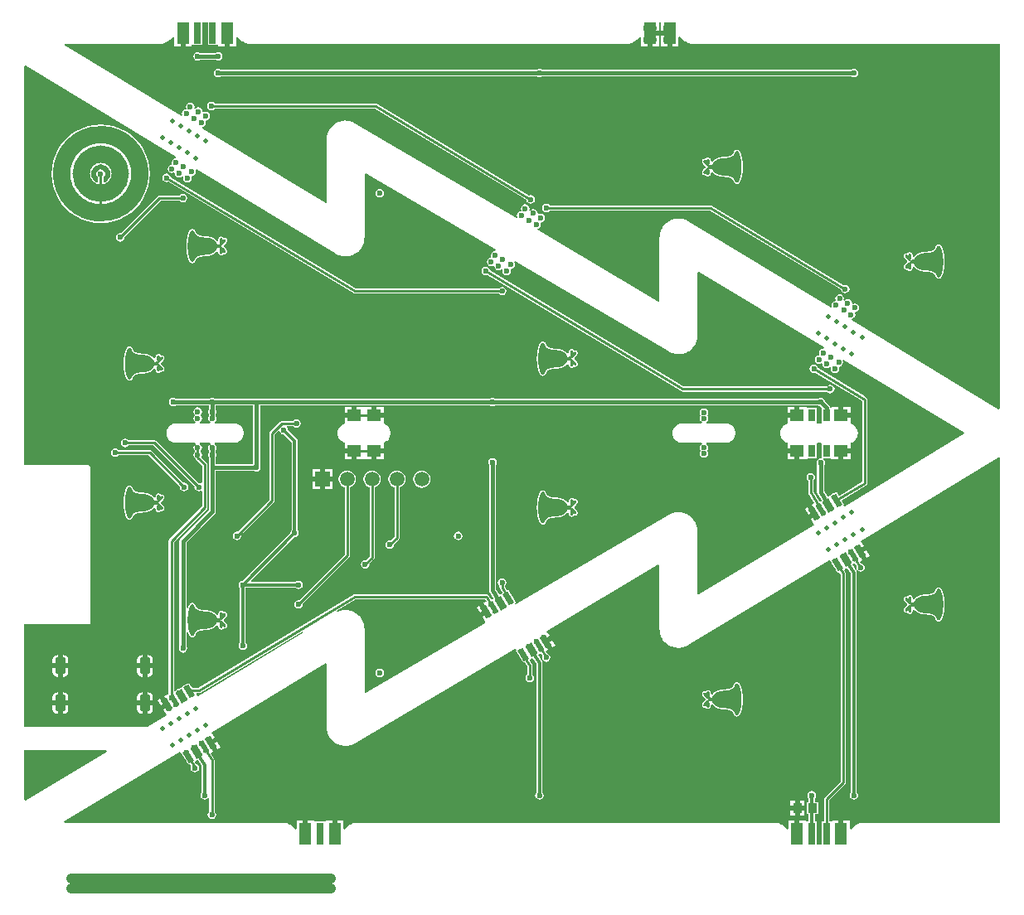
<source format=gbl>
G04*
G04 #@! TF.GenerationSoftware,Altium Limited,Altium Designer,20.0.2 (26)*
G04*
G04 Layer_Physical_Order=2*
G04 Layer_Color=11436288*
%FSLAX25Y25*%
%MOIN*%
G70*
G01*
G75*
%ADD13C,0.01000*%
%ADD20R,0.03661X0.03858*%
%ADD26R,0.02756X0.08661*%
%ADD27R,0.05118X0.08661*%
%ADD28R,0.05787X0.04567*%
%ADD29R,0.02756X0.04921*%
%ADD53C,0.01400*%
%ADD54C,0.01800*%
G04:AMPARAMS|DCode=56|XSize=66.93mil|YSize=43.31mil|CornerRadius=10.83mil|HoleSize=0mil|Usage=FLASHONLY|Rotation=270.000|XOffset=0mil|YOffset=0mil|HoleType=Round|Shape=RoundedRectangle|*
%AMROUNDEDRECTD56*
21,1,0.06693,0.02165,0,0,270.0*
21,1,0.04528,0.04331,0,0,270.0*
1,1,0.02165,-0.01083,-0.02264*
1,1,0.02165,-0.01083,0.02264*
1,1,0.02165,0.01083,0.02264*
1,1,0.02165,0.01083,-0.02264*
%
%ADD56ROUNDEDRECTD56*%
%ADD57C,0.05906*%
%ADD58R,0.05906X0.05906*%
%ADD59C,0.01969*%
%ADD60C,0.02362*%
%ADD61C,0.07087*%
G04:AMPARAMS|DCode=62|XSize=23.62mil|YSize=51.18mil|CornerRadius=0mil|HoleSize=0mil|Usage=FLASHONLY|Rotation=211.000|XOffset=0mil|YOffset=0mil|HoleType=Round|Shape=Rectangle|*
%AMROTATEDRECTD62*
4,1,4,-0.00306,0.02802,0.02330,-0.01585,0.00306,-0.02802,-0.02330,0.01585,-0.00306,0.02802,0.0*
%
%ADD62ROTATEDRECTD62*%

G04:AMPARAMS|DCode=63|XSize=29.53mil|YSize=51.18mil|CornerRadius=0mil|HoleSize=0mil|Usage=FLASHONLY|Rotation=211.000|XOffset=0mil|YOffset=0mil|HoleType=Round|Shape=Rectangle|*
%AMROTATEDRECTD63*
4,1,4,-0.00053,0.02954,0.02584,-0.01433,0.00053,-0.02954,-0.02584,0.01433,-0.00053,0.02954,0.0*
%
%ADD63ROTATEDRECTD63*%

G04:AMPARAMS|DCode=64|XSize=19.68mil|YSize=51.18mil|CornerRadius=0mil|HoleSize=0mil|Usage=FLASHONLY|Rotation=211.000|XOffset=0mil|YOffset=0mil|HoleType=Round|Shape=Rectangle|*
%AMROTATEDRECTD64*
4,1,4,-0.00474,0.02701,0.02162,-0.01687,0.00474,-0.02701,-0.02162,0.01687,-0.00474,0.02701,0.0*
%
%ADD64ROTATEDRECTD64*%

G04:AMPARAMS|DCode=65|XSize=25.59mil|YSize=51.18mil|CornerRadius=0mil|HoleSize=0mil|Usage=FLASHONLY|Rotation=211.000|XOffset=0mil|YOffset=0mil|HoleType=Round|Shape=Rectangle|*
%AMROTATEDRECTD65*
4,1,4,-0.00221,0.02853,0.02415,-0.01535,0.00221,-0.02853,-0.02415,0.01535,-0.00221,0.02853,0.0*
%
%ADD65ROTATEDRECTD65*%

%ADD66C,0.03937*%
G36*
X256677Y162024D02*
X260236D01*
Y161024D01*
X261236D01*
Y155693D01*
X263795D01*
Y159262D01*
X264274Y159407D01*
X264429Y159174D01*
X264485Y159118D01*
X264529Y159053D01*
X265352Y158230D01*
X265418Y158186D01*
X265474Y158130D01*
X266441Y157484D01*
X266514Y157453D01*
X266580Y157409D01*
X267655Y156964D01*
X267732Y156949D01*
X267805Y156918D01*
X268947Y156691D01*
X269026D01*
X269103Y156676D01*
X392898D01*
Y9910D01*
X392463Y9664D01*
X333334Y45500D01*
X333427Y46028D01*
X333788Y46100D01*
X334344Y46472D01*
X334716Y47028D01*
X334846Y47684D01*
X334744Y48196D01*
X334748Y48377D01*
X335056Y48730D01*
X335410Y48800D01*
X335966Y49171D01*
X336338Y49727D01*
X336468Y50383D01*
X336338Y51039D01*
X335966Y51595D01*
X335410Y51967D01*
X334754Y52097D01*
X334098Y51967D01*
X333970Y51881D01*
X333515Y52158D01*
X333385Y52814D01*
X333013Y53370D01*
X332457Y53741D01*
X331801Y53872D01*
X331146Y53741D01*
X330589Y53370D01*
X330525Y53273D01*
X330095Y53479D01*
X330225Y54135D01*
X330095Y54791D01*
X329723Y55347D01*
X329167Y55718D01*
X328511Y55849D01*
X327855Y55718D01*
X327299Y55347D01*
X326928Y54791D01*
X326797Y54135D01*
X326899Y53622D01*
X326895Y53442D01*
X326587Y53089D01*
X326233Y53018D01*
X325677Y52647D01*
X325305Y52091D01*
X325175Y51435D01*
X325267Y50974D01*
X324836Y50650D01*
X267731Y85259D01*
X267209Y85509D01*
X266697Y85783D01*
X266536Y85832D01*
X266383Y85905D01*
X265822Y86048D01*
X265267Y86216D01*
X265099Y86233D01*
X264935Y86275D01*
X264357Y86306D01*
X263780Y86363D01*
X263612Y86346D01*
X263443Y86355D01*
X262870Y86273D01*
X262293Y86216D01*
X262131Y86167D01*
X261964Y86143D01*
X261417Y85951D01*
X260863Y85783D01*
X260714Y85703D01*
X260555Y85647D01*
X260056Y85351D01*
X259545Y85078D01*
X259414Y84971D01*
X259269Y84885D01*
X258838Y84498D01*
X258390Y84130D01*
X258282Y84000D01*
X258157Y83887D01*
X257809Y83423D01*
X257441Y82975D01*
X257362Y82826D01*
X257261Y82691D01*
X257010Y82168D01*
X256737Y81657D01*
X256688Y81495D01*
X256615Y81343D01*
X256471Y80782D01*
X256303Y80227D01*
X256287Y80059D01*
X256245Y79895D01*
X256214Y79316D01*
X256157Y78740D01*
Y53202D01*
X255723Y52954D01*
X206854Y81700D01*
X206943Y82228D01*
X207410Y82321D01*
X207966Y82692D01*
X208338Y83248D01*
X208468Y83904D01*
X208366Y84417D01*
X208370Y84597D01*
X208679Y84950D01*
X209032Y85020D01*
X209588Y85392D01*
X209960Y85948D01*
X210090Y86604D01*
X209960Y87260D01*
X209588Y87816D01*
X209032Y88187D01*
X208376Y88318D01*
X207720Y88187D01*
X207592Y88102D01*
X207137Y88378D01*
X207007Y89034D01*
X206635Y89590D01*
X206079Y89962D01*
X205423Y90092D01*
X204767Y89962D01*
X204211Y89590D01*
X204147Y89493D01*
X203717Y89699D01*
X203847Y90355D01*
X203717Y91011D01*
X203345Y91567D01*
X202789Y91939D01*
X202133Y92069D01*
X201477Y91939D01*
X200921Y91567D01*
X200550Y91011D01*
X200419Y90355D01*
X200521Y89842D01*
X200517Y89662D01*
X200209Y89309D01*
X199855Y89239D01*
X199299Y88867D01*
X198927Y88311D01*
X198797Y87655D01*
X198927Y86999D01*
X198990Y86906D01*
X198638Y86533D01*
X133786Y124681D01*
X133306Y124904D01*
X132838Y125154D01*
X132629Y125217D01*
X132430Y125309D01*
X131915Y125434D01*
X131408Y125587D01*
X131190Y125609D01*
X130977Y125660D01*
X130448Y125682D01*
X129921Y125734D01*
X129703Y125712D01*
X129484Y125721D01*
X128961Y125639D01*
X128434Y125587D01*
X128224Y125524D01*
X128008Y125490D01*
X127511Y125307D01*
X127004Y125154D01*
X126811Y125050D01*
X126605Y124975D01*
X126153Y124699D01*
X125686Y124449D01*
X125516Y124310D01*
X125330Y124196D01*
X124940Y123837D01*
X124531Y123501D01*
X124392Y123332D01*
X124231Y123183D01*
X123919Y122755D01*
X123582Y122346D01*
X123479Y122153D01*
X123350Y121976D01*
X123128Y121495D01*
X122878Y121028D01*
X122815Y120818D01*
X122722Y120620D01*
X122598Y120105D01*
X122444Y119598D01*
X122423Y119380D01*
X122371Y119167D01*
X122350Y118638D01*
X122298Y118111D01*
Y92783D01*
X121862Y92538D01*
X72177Y122650D01*
X72285Y123170D01*
X72764Y123266D01*
X73321Y123637D01*
X73692Y124193D01*
X73822Y124849D01*
X73721Y125362D01*
X73724Y125542D01*
X74033Y125895D01*
X74387Y125965D01*
X74943Y126337D01*
X75314Y126893D01*
X75445Y127549D01*
X75314Y128205D01*
X74943Y128761D01*
X74387Y129132D01*
X73731Y129263D01*
X73075Y129132D01*
X72947Y129047D01*
X72492Y129323D01*
X72361Y129979D01*
X71990Y130535D01*
X71434Y130907D01*
X70778Y131037D01*
X70122Y130907D01*
X69566Y130535D01*
X69501Y130438D01*
X69071Y130644D01*
X69201Y131300D01*
X69071Y131956D01*
X68700Y132512D01*
X68143Y132884D01*
X67488Y133014D01*
X66832Y132884D01*
X66276Y132512D01*
X65904Y131956D01*
X65773Y131300D01*
X65875Y130787D01*
X65872Y130607D01*
X65563Y130254D01*
X65209Y130184D01*
X64653Y129812D01*
X64282Y129256D01*
X64151Y128600D01*
X64265Y128031D01*
X64065Y127813D01*
X63861Y127690D01*
X16830Y156195D01*
X16964Y156676D01*
X55700D01*
X55778Y156692D01*
X55857D01*
X56998Y156919D01*
X57071Y156949D01*
X57149Y156965D01*
X58224Y157410D01*
X58289Y157454D01*
X58362Y157484D01*
X59330Y158130D01*
X59386Y158186D01*
X59452Y158230D01*
X60274Y159053D01*
X60318Y159119D01*
X60374Y159175D01*
X60530Y159407D01*
X61008Y159262D01*
Y155693D01*
X63567D01*
Y161024D01*
X65567D01*
Y155693D01*
X68126D01*
Y156117D01*
X68595Y156193D01*
Y156193D01*
X72351D01*
Y165354D01*
X74500D01*
Y156193D01*
X78256D01*
Y156193D01*
X78725Y156117D01*
Y155693D01*
X81284D01*
Y161024D01*
X83284D01*
Y155693D01*
X85843D01*
Y159262D01*
X86321Y159407D01*
X86477Y159175D01*
X86533Y159119D01*
X86576Y159053D01*
X87399Y158230D01*
X87465Y158186D01*
X87521Y158130D01*
X88489Y157484D01*
X88561Y157454D01*
X88627Y157410D01*
X89702Y156965D01*
X89780Y156949D01*
X89853Y156919D01*
X90994Y156692D01*
X91073D01*
X91151Y156676D01*
X243495D01*
X243573Y156692D01*
X243652D01*
X244793Y156919D01*
X244866Y156949D01*
X244944Y156965D01*
X246019Y157410D01*
X246084Y157454D01*
X246157Y157484D01*
X247125Y158130D01*
X247181Y158186D01*
X247247Y158230D01*
X248069Y159053D01*
X248113Y159119D01*
X248169Y159175D01*
X248325Y159407D01*
X248803Y159262D01*
Y155693D01*
X251362D01*
Y161024D01*
X252362D01*
Y162024D01*
X255921D01*
Y165354D01*
X256677D01*
Y162024D01*
D02*
G37*
G36*
X61637Y111211D02*
X61544Y110682D01*
X61094Y110593D01*
X60538Y110221D01*
X60166Y109665D01*
X60036Y109009D01*
X60138Y108496D01*
X60134Y108316D01*
X59825Y107963D01*
X59472Y107893D01*
X58916Y107521D01*
X58544Y106965D01*
X58414Y106309D01*
X58544Y105654D01*
X58916Y105097D01*
X59472Y104726D01*
X60128Y104595D01*
X60784Y104726D01*
X60912Y104811D01*
X61366Y104535D01*
X61497Y103879D01*
X61869Y103323D01*
X62425Y102952D01*
X63081Y102821D01*
X63736Y102952D01*
X64293Y103323D01*
X64357Y103420D01*
X64787Y103214D01*
X64657Y102558D01*
X64787Y101902D01*
X65159Y101346D01*
X65715Y100975D01*
X66371Y100844D01*
X67027Y100975D01*
X67583Y101346D01*
X67954Y101902D01*
X68085Y102558D01*
X67983Y103071D01*
X67987Y103251D01*
X68295Y103604D01*
X68649Y103674D01*
X69205Y104046D01*
X69577Y104602D01*
X69707Y105258D01*
X69599Y105800D01*
X69875Y106072D01*
X70002Y106140D01*
X125970Y72220D01*
X126493Y71970D01*
X127004Y71697D01*
X127165Y71648D01*
X127318Y71575D01*
X127879Y71431D01*
X128434Y71263D01*
X128602Y71246D01*
X128765Y71205D01*
X129344Y71173D01*
X129921Y71117D01*
X130089Y71133D01*
X130258Y71124D01*
X130831Y71206D01*
X131408Y71263D01*
X131570Y71312D01*
X131737Y71336D01*
X132284Y71529D01*
X132838Y71697D01*
X132987Y71776D01*
X133147Y71833D01*
X133645Y72128D01*
X134156Y72401D01*
X134287Y72508D01*
X134432Y72594D01*
X134863Y72982D01*
X135311Y73349D01*
X135419Y73480D01*
X135544Y73593D01*
X135892Y74056D01*
X136259Y74504D01*
X136339Y74653D01*
X136440Y74788D01*
X136691Y75311D01*
X136964Y75822D01*
X137013Y75984D01*
X137086Y76136D01*
X137230Y76698D01*
X137398Y77253D01*
X137414Y77421D01*
X137456Y77584D01*
X137487Y78163D01*
X137544Y78740D01*
Y104279D01*
X137978Y104527D01*
X190193Y73812D01*
X190118Y73430D01*
X190055Y73313D01*
X189440Y73191D01*
X188884Y72820D01*
X188513Y72263D01*
X188382Y71608D01*
X188484Y71095D01*
X188480Y70915D01*
X188172Y70562D01*
X187818Y70491D01*
X187262Y70120D01*
X186890Y69564D01*
X186760Y68908D01*
X186890Y68252D01*
X187262Y67696D01*
X187818Y67324D01*
X188474Y67194D01*
X189130Y67324D01*
X189258Y67410D01*
X189713Y67134D01*
X189843Y66478D01*
X190215Y65922D01*
X190771Y65550D01*
X191427Y65420D01*
X192083Y65550D01*
X192639Y65922D01*
X192704Y66018D01*
X193134Y65812D01*
X193003Y65157D01*
X193134Y64501D01*
X193505Y63945D01*
X194061Y63573D01*
X194717Y63443D01*
X195373Y63573D01*
X195929Y63945D01*
X196301Y64501D01*
X196431Y65157D01*
X196329Y65669D01*
X196333Y65850D01*
X196642Y66202D01*
X196995Y66273D01*
X197551Y66644D01*
X197923Y67200D01*
X198053Y67856D01*
X197923Y68512D01*
X197733Y68797D01*
X198085Y69170D01*
X259915Y32799D01*
X260396Y32577D01*
X260863Y32327D01*
X261072Y32263D01*
X261271Y32171D01*
X261786Y32047D01*
X262293Y31893D01*
X262511Y31872D01*
X262724Y31820D01*
X263253Y31798D01*
X263780Y31747D01*
X263998Y31768D01*
X264217Y31759D01*
X264740Y31841D01*
X265267Y31893D01*
X265477Y31956D01*
X265693Y31990D01*
X266190Y32173D01*
X266697Y32327D01*
X266890Y32430D01*
X267096Y32506D01*
X267548Y32781D01*
X268015Y33031D01*
X268184Y33170D01*
X268371Y33284D01*
X268761Y33643D01*
X269170Y33979D01*
X269309Y34149D01*
X269470Y34297D01*
X269782Y34725D01*
X270118Y35134D01*
X270222Y35328D01*
X270351Y35505D01*
X270573Y35985D01*
X270823Y36452D01*
X270886Y36662D01*
X270978Y36861D01*
X271103Y37376D01*
X271257Y37883D01*
X271278Y38100D01*
X271330Y38313D01*
X271351Y38843D01*
X271403Y39370D01*
Y64696D01*
X271839Y64942D01*
X322202Y34418D01*
X322018Y33945D01*
X321986Y33952D01*
X321330Y33821D01*
X320774Y33450D01*
X320403Y32893D01*
X320272Y32237D01*
X320374Y31725D01*
X320370Y31545D01*
X320062Y31192D01*
X319708Y31121D01*
X319152Y30750D01*
X318780Y30194D01*
X318650Y29538D01*
X318780Y28882D01*
X319152Y28326D01*
X319708Y27954D01*
X320364Y27824D01*
X321020Y27954D01*
X321148Y28040D01*
X321603Y27764D01*
X321733Y27108D01*
X322105Y26552D01*
X322661Y26180D01*
X323317Y26050D01*
X323973Y26180D01*
X324529Y26552D01*
X324593Y26648D01*
X325024Y26443D01*
X324893Y25787D01*
X325024Y25131D01*
X325395Y24575D01*
X325951Y24203D01*
X326607Y24072D01*
X327263Y24203D01*
X327819Y24575D01*
X328191Y25131D01*
X328321Y25787D01*
X328219Y26299D01*
X328223Y26480D01*
X328531Y26832D01*
X328885Y26903D01*
X329441Y27274D01*
X329813Y27830D01*
X329943Y28486D01*
X329813Y29142D01*
X329724Y29275D01*
X330078Y29645D01*
X378580Y250D01*
Y-250D01*
X330568Y-29349D01*
X330108Y-29043D01*
X330120Y-28967D01*
X330384Y-28808D01*
X329821Y-27871D01*
X329813Y-27830D01*
X329649Y-27586D01*
X329282Y-26975D01*
X339160Y-21040D01*
X339455Y-20772D01*
X339624Y-20412D01*
X339643Y-20015D01*
X339602Y-19901D01*
Y13418D01*
X339525Y13809D01*
X339304Y14139D01*
X338814Y14629D01*
X338710Y14698D01*
X338618Y14782D01*
X319845Y26062D01*
X319750Y26537D01*
X319379Y27093D01*
X318823Y27465D01*
X318167Y27595D01*
X317511Y27465D01*
X316955Y27093D01*
X316583Y26537D01*
X316453Y25881D01*
X316583Y25225D01*
X316955Y24669D01*
X317511Y24297D01*
X318167Y24167D01*
X318823Y24297D01*
X337461Y13099D01*
X337563Y12996D01*
Y-19620D01*
X328645Y-24979D01*
X328389Y-25064D01*
X327974Y-24798D01*
X327233Y-23564D01*
X326278Y-24138D01*
X325951Y-24203D01*
X325395Y-24575D01*
X325290Y-24731D01*
X324624Y-25131D01*
X324351Y-25296D01*
X324028Y-25490D01*
X323543Y-25369D01*
X322294Y-23289D01*
Y-12860D01*
X322513Y-12531D01*
X322644Y-11875D01*
X322513Y-11219D01*
X322142Y-10663D01*
X321981Y-10555D01*
X322132Y-10055D01*
X324871Y-10055D01*
X325240Y-10370D01*
X325476Y-10370D01*
X328134D01*
Y-7087D01*
X329134D01*
Y-6087D01*
X333028D01*
Y-3803D01*
X333136Y-3766D01*
X333313Y-3718D01*
X333406Y-3673D01*
X333465Y-3652D01*
X333507Y-3638D01*
X334225Y-3223D01*
X334304Y-3154D01*
X334392Y-3096D01*
X334978Y-2509D01*
X335036Y-2422D01*
X335105Y-2343D01*
X335520Y-1625D01*
X335554Y-1526D01*
X335600Y-1431D01*
X335815Y-630D01*
X335822Y-526D01*
X335842Y-422D01*
Y407D01*
X335822Y510D01*
X335815Y615D01*
X335600Y1416D01*
X335554Y1510D01*
X335520Y1609D01*
X335105Y2327D01*
X335036Y2406D01*
X334978Y2494D01*
X334392Y3080D01*
X334304Y3139D01*
X334225Y3208D01*
X333507Y3622D01*
X333460Y3639D01*
X333388Y3666D01*
X333313Y3703D01*
X333240Y3723D01*
X333028Y3803D01*
Y6087D01*
X329134D01*
Y7087D01*
X328134D01*
Y10370D01*
X325466D01*
X325240Y10370D01*
X325133Y10270D01*
X324610Y10464D01*
X324547Y10783D01*
X324238Y11246D01*
X324238Y11246D01*
X322568Y12915D01*
X322513Y13191D01*
X322142Y13747D01*
X321586Y14118D01*
X320930Y14249D01*
X320274Y14118D01*
X320136Y14026D01*
X189834D01*
X189696Y14118D01*
X189040Y14249D01*
X188384Y14118D01*
X188246Y14026D01*
X77268D01*
X77034Y14182D01*
X76378Y14312D01*
X75722Y14182D01*
X75488Y14026D01*
X61488D01*
X61349Y14118D01*
X60694Y14249D01*
X60038Y14118D01*
X59482Y13747D01*
X59110Y13191D01*
X58980Y12535D01*
X59110Y11879D01*
X59482Y11323D01*
X60038Y10951D01*
X60694Y10821D01*
X61349Y10951D01*
X61678Y11171D01*
X74950D01*
Y9559D01*
X74794Y9325D01*
X74664Y8669D01*
X74794Y8013D01*
X74950Y7779D01*
Y7087D01*
X74994Y6868D01*
X74794Y6569D01*
X74664Y5913D01*
X74794Y5257D01*
X75166Y4701D01*
X75527Y4460D01*
X75375Y3960D01*
X71475D01*
X71324Y4460D01*
X71684Y4701D01*
X72056Y5257D01*
X72186Y5913D01*
X72056Y6569D01*
X71684Y7125D01*
Y7457D01*
X72056Y8013D01*
X72186Y8669D01*
X72056Y9325D01*
X71684Y9881D01*
X71128Y10253D01*
X70473Y10383D01*
X69816Y10253D01*
X69261Y9881D01*
X68889Y9325D01*
X68758Y8669D01*
X68889Y8013D01*
X69261Y7457D01*
Y7125D01*
X68889Y6569D01*
X68758Y5913D01*
X68889Y5257D01*
X69261Y4701D01*
X69621Y4460D01*
X69470Y3960D01*
X61396D01*
X61293Y3940D01*
X61189Y3933D01*
X60387Y3718D01*
X60293Y3672D01*
X60194Y3638D01*
X59476Y3223D01*
X59397Y3154D01*
X59309Y3096D01*
X58723Y2509D01*
X58665Y2422D01*
X58595Y2343D01*
X58181Y1625D01*
X58147Y1525D01*
X58101Y1431D01*
X57886Y630D01*
X57879Y525D01*
X57859Y422D01*
Y-407D01*
X57879Y-510D01*
X57886Y-615D01*
X58101Y-1416D01*
X58147Y-1510D01*
X58181Y-1609D01*
X58595Y-2328D01*
X58665Y-2407D01*
X58723Y-2494D01*
X59309Y-3080D01*
X59397Y-3139D01*
X59476Y-3208D01*
X60194Y-3623D01*
X60293Y-3656D01*
X60387Y-3703D01*
X61189Y-3917D01*
X61293Y-3924D01*
X61396Y-3945D01*
X69470D01*
X69621Y-4445D01*
X69261Y-4686D01*
X68889Y-5242D01*
X68758Y-5898D01*
X68889Y-6554D01*
X69261Y-7110D01*
Y-7442D01*
X68889Y-7998D01*
X68758Y-8654D01*
X68889Y-9310D01*
X69261Y-9866D01*
X69488Y-10018D01*
X69530Y-10233D01*
X69752Y-10564D01*
X72209Y-13021D01*
Y-19928D01*
X71709Y-20195D01*
X71522Y-20070D01*
X70866Y-19940D01*
X70639Y-19985D01*
X53871Y-3216D01*
X53540Y-2995D01*
X53150Y-2917D01*
X42679D01*
X42551Y-2725D01*
X41995Y-2354D01*
X41339Y-2223D01*
X40683Y-2354D01*
X40127Y-2725D01*
X39755Y-3281D01*
X39625Y-3937D01*
X39755Y-4593D01*
X40127Y-5149D01*
X40683Y-5521D01*
X41339Y-5651D01*
X41995Y-5521D01*
X42551Y-5149D01*
X42679Y-4957D01*
X52727D01*
X69197Y-21427D01*
X69152Y-21654D01*
X69283Y-22309D01*
X69654Y-22865D01*
X70210Y-23237D01*
X70866Y-23368D01*
X71522Y-23237D01*
X71709Y-23112D01*
X72209Y-23380D01*
Y-29499D01*
X59122Y-42586D01*
X58900Y-42917D01*
X58823Y-43307D01*
Y-105048D01*
X58323Y-105186D01*
X58225Y-105023D01*
X57128Y-105682D01*
X58961Y-108733D01*
X58104Y-109248D01*
X58619Y-110105D01*
X56665Y-111279D01*
X57962Y-113438D01*
X50280Y-118093D01*
X803D01*
Y-76919D01*
X26772D01*
X27154Y-76761D01*
X27313Y-76378D01*
Y-13386D01*
X27154Y-13003D01*
X26772Y-12845D01*
X803D01*
Y147571D01*
X1238Y147816D01*
X61637Y111211D01*
D02*
G37*
G36*
X320274Y10951D02*
X320550Y10896D01*
X321056Y10390D01*
X321351Y10032D01*
X321351D01*
X321351Y10032D01*
Y4445D01*
X321351Y4111D01*
X320919Y3945D01*
X319629D01*
X319201Y4118D01*
X319201Y4445D01*
Y10040D01*
X315674Y10040D01*
X315311Y10370D01*
X315082Y10370D01*
X312417D01*
Y7087D01*
X311417D01*
Y6087D01*
X307524D01*
Y3803D01*
X307312Y3722D01*
X307238Y3703D01*
X307164Y3666D01*
X307092Y3638D01*
X307045Y3622D01*
X306326Y3208D01*
X306247Y3139D01*
X306160Y3080D01*
X305574Y2494D01*
X305515Y2406D01*
X305446Y2327D01*
X305031Y1609D01*
X304998Y1510D01*
X304951Y1416D01*
X304737Y615D01*
X304730Y510D01*
X304709Y407D01*
Y-422D01*
X304730Y-526D01*
X304737Y-630D01*
X304951Y-1431D01*
X304998Y-1526D01*
X305031Y-1625D01*
X305446Y-2343D01*
X305515Y-2422D01*
X305574Y-2509D01*
X306160Y-3096D01*
X306247Y-3154D01*
X306326Y-3223D01*
X307045Y-3638D01*
X307086Y-3652D01*
X307146Y-3673D01*
X307238Y-3718D01*
X307414Y-3765D01*
X307524Y-3803D01*
Y-6086D01*
X311417D01*
Y-7086D01*
X312417D01*
Y-10370D01*
X315079D01*
X315311Y-10370D01*
X315677Y-10047D01*
X315811Y-10047D01*
X319201D01*
Y-4460D01*
X319201Y-4126D01*
X319632Y-3960D01*
X320922D01*
X321351Y-4134D01*
X321351Y-4460D01*
Y-9735D01*
X320932Y-10159D01*
X320897Y-10167D01*
X320274Y-10291D01*
X319718Y-10663D01*
X319346Y-11219D01*
X319216Y-11875D01*
X319346Y-12531D01*
X319439Y-12669D01*
Y-23769D01*
X319547Y-24316D01*
X319857Y-24779D01*
X319859Y-24780D01*
X321278Y-27142D01*
X320851Y-27399D01*
X320359Y-27550D01*
X317949Y-23539D01*
Y-19057D01*
X318141Y-18928D01*
X318513Y-18372D01*
X318643Y-17717D01*
X318513Y-17061D01*
X318141Y-16504D01*
X317585Y-16133D01*
X316929Y-16003D01*
X316273Y-16133D01*
X315717Y-16504D01*
X315346Y-17061D01*
X315215Y-17717D01*
X315346Y-18372D01*
X315717Y-18928D01*
X315910Y-19057D01*
Y-23821D01*
X315924Y-23896D01*
X315921Y-23972D01*
X315963Y-24090D01*
X315987Y-24212D01*
X316029Y-24275D01*
X316055Y-24347D01*
X318417Y-28278D01*
X317364Y-28910D01*
X319197Y-31961D01*
X318340Y-32476D01*
X318855Y-33333D01*
X316901Y-34507D01*
X318020Y-36369D01*
X318219Y-36701D01*
X317890Y-37032D01*
X271839Y-64942D01*
X271403Y-64697D01*
Y-39370D01*
X271351Y-38843D01*
X271330Y-38314D01*
X271278Y-38101D01*
X271257Y-37883D01*
X271103Y-37376D01*
X270978Y-36861D01*
X270886Y-36663D01*
X270823Y-36453D01*
X270573Y-35986D01*
X270351Y-35505D01*
X270222Y-35328D01*
X270118Y-35135D01*
X269782Y-34726D01*
X269470Y-34298D01*
X269309Y-34149D01*
X269170Y-33980D01*
X268761Y-33644D01*
X268372Y-33285D01*
X268184Y-33171D01*
X268015Y-33032D01*
X267548Y-32782D01*
X267096Y-32506D01*
X266891Y-32431D01*
X266697Y-32327D01*
X266190Y-32174D01*
X265693Y-31991D01*
X265477Y-31957D01*
X265267Y-31894D01*
X264740Y-31842D01*
X264217Y-31760D01*
X263998Y-31769D01*
X263780Y-31747D01*
X263253Y-31799D01*
X262724Y-31821D01*
X262511Y-31872D01*
X262293Y-31894D01*
X261786Y-32047D01*
X261271Y-32172D01*
X261072Y-32264D01*
X260863Y-32327D01*
X260396Y-32577D01*
X259915Y-32800D01*
X198444Y-68959D01*
X198012Y-68633D01*
X198062Y-68438D01*
X198494Y-68178D01*
X197931Y-67241D01*
X197923Y-67200D01*
X197760Y-66956D01*
X196309Y-64542D01*
X196301Y-64501D01*
X196137Y-64256D01*
X195343Y-62934D01*
X194776Y-63275D01*
X193869Y-61766D01*
Y-61459D01*
X194062Y-61331D01*
X194433Y-60775D01*
X194564Y-60119D01*
X194433Y-59463D01*
X194062Y-58907D01*
X193506Y-58535D01*
X192850Y-58405D01*
X192194Y-58535D01*
X191638Y-58907D01*
X191266Y-59463D01*
X191136Y-60119D01*
X191266Y-60775D01*
X191638Y-61331D01*
X191830Y-61459D01*
Y-62049D01*
X191845Y-62123D01*
X191841Y-62199D01*
X191883Y-62317D01*
X191908Y-62439D01*
X191950Y-62502D01*
X191976Y-62574D01*
X192844Y-64018D01*
X192600Y-64583D01*
X192461Y-64666D01*
X192138Y-64860D01*
X191653Y-64739D01*
X190406Y-62662D01*
Y-12793D01*
X190624Y-12467D01*
X190754Y-11811D01*
X190624Y-11155D01*
X190252Y-10599D01*
X189696Y-10227D01*
X189040Y-10097D01*
X188384Y-10227D01*
X187828Y-10599D01*
X187457Y-11155D01*
X187326Y-11811D01*
X187457Y-12467D01*
X187551Y-12608D01*
Y-63058D01*
X187572Y-63163D01*
X187566Y-63269D01*
X187626Y-63433D01*
X187660Y-63605D01*
X187719Y-63693D01*
X187755Y-63793D01*
X189388Y-66512D01*
X188962Y-66769D01*
X188469Y-66921D01*
X187480Y-65275D01*
X187397Y-65182D01*
X187328Y-65079D01*
X187264Y-65036D01*
X187213Y-64980D01*
X187100Y-64927D01*
X186997Y-64858D01*
X186922Y-64843D01*
X186853Y-64811D01*
X186729Y-64805D01*
X186607Y-64780D01*
X133820D01*
X133745Y-64795D01*
X133669Y-64791D01*
X133552Y-64833D01*
X133430Y-64858D01*
X133366Y-64900D01*
X133295Y-64926D01*
X70721Y-102524D01*
X68311D01*
X67962Y-101943D01*
X67954Y-101902D01*
X67791Y-101658D01*
X66997Y-100336D01*
X66041Y-100910D01*
X65715Y-100975D01*
X65159Y-101346D01*
X65054Y-101503D01*
X64388Y-101903D01*
X64115Y-102067D01*
X63686Y-102325D01*
X62751Y-102887D01*
X62425Y-102952D01*
X61869Y-103323D01*
X61764Y-103480D01*
X61297Y-103760D01*
X60862Y-103514D01*
Y-43729D01*
X73949Y-30642D01*
X74170Y-30311D01*
X74248Y-29921D01*
Y-12598D01*
X74170Y-12208D01*
X73949Y-11878D01*
X71786Y-9714D01*
X72056Y-9310D01*
X72186Y-8654D01*
X72056Y-7998D01*
X71684Y-7442D01*
Y-7110D01*
X72056Y-6554D01*
X72186Y-5898D01*
X72056Y-5242D01*
X71684Y-4686D01*
X71324Y-4445D01*
X71475Y-3945D01*
X75375D01*
X75527Y-4445D01*
X75166Y-4686D01*
X74794Y-5242D01*
X74664Y-5898D01*
X74794Y-6554D01*
X74950Y-6787D01*
Y-7764D01*
X74794Y-7998D01*
X74664Y-8654D01*
X74794Y-9310D01*
X74950Y-9543D01*
Y-13780D01*
Y-30905D01*
X63558Y-42298D01*
X63248Y-42761D01*
X63139Y-43307D01*
X63139Y-43307D01*
Y-85725D01*
X62983Y-85958D01*
X62853Y-86614D01*
X62983Y-87270D01*
X63355Y-87826D01*
X63911Y-88198D01*
X64567Y-88328D01*
X65223Y-88198D01*
X65779Y-87826D01*
X66150Y-87270D01*
X66281Y-86614D01*
X66150Y-85958D01*
X65994Y-85725D01*
Y-80273D01*
X66086Y-80173D01*
X66124Y-80140D01*
X66150Y-80122D01*
X66211Y-80090D01*
X66308Y-80055D01*
X66331Y-80066D01*
X66623Y-80221D01*
X66624Y-80222D01*
X66624Y-80223D01*
X66624Y-80223D01*
X66632Y-80247D01*
X66632Y-80248D01*
X66632Y-80249D01*
X66641Y-80273D01*
X66641Y-80273D01*
X66641Y-80274D01*
X66649Y-80298D01*
X66650Y-80299D01*
X66650Y-80299D01*
X66658Y-80323D01*
X66659Y-80324D01*
X66659Y-80325D01*
X66667Y-80348D01*
X66667Y-80348D01*
X66667Y-80349D01*
X66675Y-80373D01*
X66676Y-80373D01*
X66676Y-80374D01*
X66683Y-80393D01*
X66683Y-80394D01*
X66683Y-80394D01*
X66690Y-80413D01*
X66690Y-80414D01*
X66690Y-80415D01*
X66697Y-80434D01*
X66698Y-80434D01*
X66698Y-80435D01*
X66705Y-80454D01*
X66705Y-80454D01*
X66705Y-80455D01*
X66712Y-80474D01*
X66712Y-80474D01*
X66712Y-80475D01*
X66719Y-80493D01*
X66720Y-80494D01*
X66720Y-80495D01*
X66727Y-80513D01*
X66727Y-80514D01*
X66727Y-80515D01*
X66734Y-80533D01*
X66734Y-80533D01*
X66734Y-80534D01*
X66741Y-80552D01*
X66742Y-80553D01*
X66742Y-80554D01*
X66749Y-80572D01*
X66749Y-80572D01*
X66749Y-80573D01*
X66756Y-80591D01*
X66757Y-80592D01*
X66757Y-80592D01*
X66764Y-80610D01*
X66764Y-80611D01*
X66764Y-80611D01*
X66771Y-80629D01*
X66772Y-80630D01*
X66772Y-80631D01*
X66778Y-80648D01*
X66779Y-80649D01*
X66779Y-80649D01*
X66786Y-80667D01*
X66786Y-80668D01*
X66786Y-80668D01*
X66793Y-80686D01*
X66794Y-80686D01*
X66794Y-80687D01*
X66801Y-80704D01*
X66801Y-80705D01*
X66801Y-80706D01*
X66808Y-80723D01*
X66809Y-80723D01*
Y-80724D01*
X66816Y-80741D01*
X66816Y-80742D01*
Y-80743D01*
X66823Y-80759D01*
X66824Y-80760D01*
Y-80761D01*
X66830Y-80774D01*
X66830Y-80775D01*
Y-80775D01*
X66835Y-80788D01*
X66836Y-80789D01*
Y-80790D01*
X66841Y-80803D01*
X66842Y-80803D01*
X66842Y-80804D01*
X66848Y-80817D01*
X66848Y-80818D01*
Y-80818D01*
X66853Y-80831D01*
X66854Y-80832D01*
X66854Y-80833D01*
X66860Y-80846D01*
X66860Y-80846D01*
X66860Y-80847D01*
X66865Y-80859D01*
X66866Y-80860D01*
X66866Y-80861D01*
X66872Y-80874D01*
X66872Y-80874D01*
X66872Y-80875D01*
X66878Y-80888D01*
X66878Y-80888D01*
X66878Y-80889D01*
X66885Y-80905D01*
X66886Y-80905D01*
X66886Y-80906D01*
X66887Y-80910D01*
X66888Y-80910D01*
X66888Y-80910D01*
X66894Y-80924D01*
X66895Y-80925D01*
X66895Y-80927D01*
X66901Y-80940D01*
X66902Y-80941D01*
X66902Y-80942D01*
X66908Y-80955D01*
X66909Y-80957D01*
X66909Y-80958D01*
X66915Y-80971D01*
X66917Y-80972D01*
X66917Y-80974D01*
X66923Y-80987D01*
X66924Y-80988D01*
X66924Y-80989D01*
X66930Y-81002D01*
X66931Y-81003D01*
X66931Y-81005D01*
X66937Y-81017D01*
X66939Y-81019D01*
X66939Y-81020D01*
X66945Y-81033D01*
X66946Y-81034D01*
X66946Y-81035D01*
X66952Y-81048D01*
X66953Y-81049D01*
X66954Y-81051D01*
X66960Y-81063D01*
X66961Y-81064D01*
X66961Y-81066D01*
X66967Y-81078D01*
X66969Y-81079D01*
X66969Y-81081D01*
X66975Y-81093D01*
X66976Y-81094D01*
X66976Y-81095D01*
X66981Y-81104D01*
X66982Y-81105D01*
X66982Y-81107D01*
X66987Y-81116D01*
X66988Y-81116D01*
X66988Y-81117D01*
X66993Y-81126D01*
X66994Y-81127D01*
X66994Y-81129D01*
X66999Y-81138D01*
X66999Y-81138D01*
X67000Y-81139D01*
X67004Y-81148D01*
X67005Y-81149D01*
X67006Y-81151D01*
X67010Y-81159D01*
X67011Y-81160D01*
X67011Y-81161D01*
X67016Y-81170D01*
X67017Y-81171D01*
X67018Y-81172D01*
X67022Y-81181D01*
X67023Y-81181D01*
X67023Y-81183D01*
X67028Y-81191D01*
X67030Y-81192D01*
X67030Y-81194D01*
X67035Y-81202D01*
X67036Y-81203D01*
X67036Y-81204D01*
X67041Y-81213D01*
X67041Y-81213D01*
X67042Y-81214D01*
X67047Y-81223D01*
X67048Y-81224D01*
X67048Y-81226D01*
X67053Y-81234D01*
X67054Y-81235D01*
X67054Y-81236D01*
X67059Y-81244D01*
X67060Y-81245D01*
X67060Y-81246D01*
X67065Y-81255D01*
X67066Y-81255D01*
X67066Y-81257D01*
X67071Y-81265D01*
X67073Y-81266D01*
X67073Y-81267D01*
X67078Y-81275D01*
X67079Y-81276D01*
X67079Y-81278D01*
X67084Y-81286D01*
X67085Y-81287D01*
X67085Y-81287D01*
X67090Y-81296D01*
X67092Y-81297D01*
X67092Y-81298D01*
X67097Y-81306D01*
X67098Y-81307D01*
X67098Y-81308D01*
X67103Y-81316D01*
X67104Y-81317D01*
X67105Y-81318D01*
X67110Y-81326D01*
X67111Y-81327D01*
X67111Y-81328D01*
X67116Y-81336D01*
X67117Y-81337D01*
X67117Y-81338D01*
X67123Y-81346D01*
X67124Y-81347D01*
X67124Y-81348D01*
X67129Y-81356D01*
X67130Y-81357D01*
X67131Y-81358D01*
X67136Y-81366D01*
X67137Y-81366D01*
X67137Y-81368D01*
X67143Y-81376D01*
X67144Y-81376D01*
X67144Y-81378D01*
X67149Y-81385D01*
X67150Y-81386D01*
X67151Y-81387D01*
X67156Y-81395D01*
X67157Y-81396D01*
X67157Y-81397D01*
X67163Y-81405D01*
X67164Y-81405D01*
X67164Y-81407D01*
X67169Y-81414D01*
X67171Y-81415D01*
X67171Y-81416D01*
X67176Y-81424D01*
X67177Y-81425D01*
X67178Y-81426D01*
X67183Y-81433D01*
X67184Y-81434D01*
X67185Y-81435D01*
X67190Y-81443D01*
X67191Y-81443D01*
X67191Y-81445D01*
X67197Y-81452D01*
X67198Y-81453D01*
X67198Y-81454D01*
X67204Y-81462D01*
X67205Y-81462D01*
X67205Y-81463D01*
X67211Y-81471D01*
X67212Y-81471D01*
X67212Y-81473D01*
X67217Y-81480D01*
X67219Y-81481D01*
X67219Y-81482D01*
X67225Y-81489D01*
X67226Y-81490D01*
X67226Y-81491D01*
X67232Y-81498D01*
X67233Y-81499D01*
X67234Y-81501D01*
X67239Y-81507D01*
X67240Y-81508D01*
X67240Y-81509D01*
X67246Y-81516D01*
X67247Y-81517D01*
X67248Y-81519D01*
X67253Y-81526D01*
X67254Y-81526D01*
X67255Y-81527D01*
X67260Y-81534D01*
X67262Y-81535D01*
X67263Y-81537D01*
X67268Y-81543D01*
X67269Y-81544D01*
X67269Y-81545D01*
X67275Y-81552D01*
X67276Y-81553D01*
X67277Y-81554D01*
X67282Y-81561D01*
X67284Y-81561D01*
X67284Y-81563D01*
X67290Y-81569D01*
X67291Y-81570D01*
X67291Y-81572D01*
X67297Y-81578D01*
X67299Y-81579D01*
X67299Y-81580D01*
X67304Y-81586D01*
X67306Y-81587D01*
X67306Y-81589D01*
X67312Y-81595D01*
X67313Y-81596D01*
X67314Y-81597D01*
X67320Y-81604D01*
X67321Y-81604D01*
X67321Y-81605D01*
X67327Y-81612D01*
X67329Y-81613D01*
X67329Y-81615D01*
X67335Y-81621D01*
X67336Y-81621D01*
X67337Y-81623D01*
X67342Y-81629D01*
X67343Y-81629D01*
X67344Y-81630D01*
X67349Y-81636D01*
X67351Y-81637D01*
X67352Y-81639D01*
X67358Y-81645D01*
X67359Y-81646D01*
X67360Y-81648D01*
X67365Y-81653D01*
X67367Y-81654D01*
X67367Y-81656D01*
X67373Y-81661D01*
X67375Y-81662D01*
X67375Y-81664D01*
X67381Y-81669D01*
X67383Y-81670D01*
X67383Y-81672D01*
X67389Y-81678D01*
X67390Y-81678D01*
X67391Y-81680D01*
X67397Y-81686D01*
X67398Y-81686D01*
X67399Y-81687D01*
X67404Y-81693D01*
X67406Y-81694D01*
X67407Y-81696D01*
X67413Y-81701D01*
X67414Y-81702D01*
X67415Y-81703D01*
X67421Y-81709D01*
X67422Y-81709D01*
X67423Y-81711D01*
X67429Y-81717D01*
X67431Y-81717D01*
X67431Y-81719D01*
X67437Y-81724D01*
X67438Y-81725D01*
X67439Y-81726D01*
X67445Y-81732D01*
X67447Y-81732D01*
X67448Y-81734D01*
X67453Y-81740D01*
X67455Y-81740D01*
X67456Y-81742D01*
X67461Y-81747D01*
X67463Y-81747D01*
X67464Y-81749D01*
X67470Y-81754D01*
X67471Y-81755D01*
X67472Y-81756D01*
X67478Y-81761D01*
X67480Y-81762D01*
X67481Y-81764D01*
X67486Y-81769D01*
X67488Y-81770D01*
X67489Y-81771D01*
X67495Y-81776D01*
X67496Y-81777D01*
X67497Y-81778D01*
X67503Y-81783D01*
X67505Y-81784D01*
X67506Y-81786D01*
X67512Y-81791D01*
X67514Y-81791D01*
X67514Y-81793D01*
X67520Y-81797D01*
X67522Y-81798D01*
X67523Y-81800D01*
X67529Y-81805D01*
X67530Y-81805D01*
X67531Y-81806D01*
X67537Y-81811D01*
X67540Y-81812D01*
X67541Y-81814D01*
X67546Y-81819D01*
X67548Y-81819D01*
X67549Y-81820D01*
X67555Y-81825D01*
X67557Y-81826D01*
X67558Y-81827D01*
X67563Y-81832D01*
X67566Y-81832D01*
X67567Y-81834D01*
X67572Y-81839D01*
X67575Y-81839D01*
X67576Y-81841D01*
X67581Y-81845D01*
X67583Y-81846D01*
X67584Y-81847D01*
X67590Y-81851D01*
X67592Y-81852D01*
X67593Y-81854D01*
X67599Y-81858D01*
X67601Y-81859D01*
X67603Y-81861D01*
X67608Y-81865D01*
X67610Y-81865D01*
X67611Y-81867D01*
X67617Y-81871D01*
X67619Y-81871D01*
X67620Y-81873D01*
X67626Y-81877D01*
X67628Y-81878D01*
X67629Y-81879D01*
X67635Y-81883D01*
X67637Y-81884D01*
X67638Y-81886D01*
X67644Y-81889D01*
X67647Y-81890D01*
X67648Y-81892D01*
X67654Y-81896D01*
X67656Y-81896D01*
X67657Y-81898D01*
X67663Y-81902D01*
X67665Y-81902D01*
X67666Y-81904D01*
X67672Y-81907D01*
X67674Y-81908D01*
X67676Y-81910D01*
X67681Y-81914D01*
X67684Y-81914D01*
X67685Y-81916D01*
X67691Y-81919D01*
X67693Y-81920D01*
X67694Y-81921D01*
X67700Y-81925D01*
X67702Y-81925D01*
X67703Y-81927D01*
X67709Y-81930D01*
X67712Y-81931D01*
X67714Y-81933D01*
X67719Y-81936D01*
X67722Y-81937D01*
X67723Y-81938D01*
X67729Y-81942D01*
X67731Y-81942D01*
X67732Y-81944D01*
X67738Y-81947D01*
X67741Y-81947D01*
X67743Y-81949D01*
X67748Y-81953D01*
X67751Y-81953D01*
X67752Y-81955D01*
X67758Y-81958D01*
X67760Y-81958D01*
X67761Y-81960D01*
X67767Y-81963D01*
X67770Y-81963D01*
X67772Y-81965D01*
X67780Y-81969D01*
X67783Y-81970D01*
X67785Y-81972D01*
X67793Y-81976D01*
X67796Y-81976D01*
X67798Y-81979D01*
X67806Y-81983D01*
X67810Y-81983D01*
X67812Y-81985D01*
X67820Y-81989D01*
X67823Y-81989D01*
X67825Y-81992D01*
X67833Y-81995D01*
X67836Y-81995D01*
X67838Y-81998D01*
X67846Y-82001D01*
X67850Y-82001D01*
X67853Y-82004D01*
X67861Y-82007D01*
X67864Y-82008D01*
X67866Y-82010D01*
X67874Y-82013D01*
X67877Y-82013D01*
X67880Y-82016D01*
X67888Y-82019D01*
X67891Y-82019D01*
X67893Y-82021D01*
X67901Y-82024D01*
X67905Y-82024D01*
X67907Y-82026D01*
X67915Y-82029D01*
X67919Y-82029D01*
X67922Y-82032D01*
X67930Y-82035D01*
X67932Y-82035D01*
X67935Y-82037D01*
X67943Y-82040D01*
X67947Y-82039D01*
X67950Y-82042D01*
X67958Y-82045D01*
X67961Y-82045D01*
X67963Y-82047D01*
X67971Y-82049D01*
X67975Y-82049D01*
X67978Y-82051D01*
X67988Y-82055D01*
X67993Y-82054D01*
X67997Y-82057D01*
X68006Y-82060D01*
X68011Y-82060D01*
X68015Y-82062D01*
X68024Y-82065D01*
X68029Y-82064D01*
X68032Y-82067D01*
X68042Y-82070D01*
X68047Y-82069D01*
X68051Y-82072D01*
X68061Y-82074D01*
X68065Y-82074D01*
X68069Y-82076D01*
X68079Y-82079D01*
X68080Y-82078D01*
X68081Y-82079D01*
X68082Y-82079D01*
X68084Y-82079D01*
X68086Y-82080D01*
X68089Y-82081D01*
X68091Y-82080D01*
X68093Y-82082D01*
X68095Y-82082D01*
X68097Y-82082D01*
X68099Y-82083D01*
X68102Y-82083D01*
X68102Y-82083D01*
X68102Y-82083D01*
X68104Y-82084D01*
X68105Y-82083D01*
X68107Y-82084D01*
X68108Y-82085D01*
X68108Y-82085D01*
X68108Y-82085D01*
X68111Y-82085D01*
X68113Y-82085D01*
X68114Y-82086D01*
X68117Y-82086D01*
X68119Y-82086D01*
X68121Y-82087D01*
X68124Y-82088D01*
X68124Y-82088D01*
X68125Y-82088D01*
X68126Y-82088D01*
X68126Y-82088D01*
X68127Y-82088D01*
X68130Y-82087D01*
X68132Y-82089D01*
X68135Y-82090D01*
X68136Y-82089D01*
X68137Y-82090D01*
X68140Y-82090D01*
X68141Y-82090D01*
X68142Y-82091D01*
X68145Y-82091D01*
X68146Y-82091D01*
X68148Y-82092D01*
X68150Y-82092D01*
X68150Y-82092D01*
X68150Y-82092D01*
X68152Y-82092D01*
X68153Y-82092D01*
X68154Y-82093D01*
X68157Y-82093D01*
X68159Y-82093D01*
X68161Y-82094D01*
X68164Y-82094D01*
X68167Y-82094D01*
X68169Y-82095D01*
X68174Y-82096D01*
X68174Y-82095D01*
X68174Y-82096D01*
X68176Y-82096D01*
X68179Y-82095D01*
X68181Y-82096D01*
X68185Y-82097D01*
X68187Y-82096D01*
X68189Y-82098D01*
X68193Y-82098D01*
X68195Y-82097D01*
X68197Y-82099D01*
X68201Y-82099D01*
X68203Y-82098D01*
X68205Y-82099D01*
X68208Y-82100D01*
X68211Y-82099D01*
X68213Y-82100D01*
X68217Y-82101D01*
X68219Y-82100D01*
X68221Y-82101D01*
X68225Y-82101D01*
X68227Y-82101D01*
X68229Y-82102D01*
X68234Y-82102D01*
X68236Y-82101D01*
X68238Y-82102D01*
X68238Y-82103D01*
X68238Y-82103D01*
X68240Y-82103D01*
X68244Y-82102D01*
X68248Y-82103D01*
X68253Y-82104D01*
X68256Y-82103D01*
X68258Y-82104D01*
X68264Y-82104D01*
X68266Y-82103D01*
X68268Y-82104D01*
X68274Y-82105D01*
X68276Y-82104D01*
X68279Y-82105D01*
X68282Y-82105D01*
X68282Y-82105D01*
X68293Y-82105D01*
X68299Y-82103D01*
X68304Y-82105D01*
X68309Y-82103D01*
X68316Y-82106D01*
X68339Y-82106D01*
X68350Y-82102D01*
X68361Y-82105D01*
X68385Y-82105D01*
X68394Y-82100D01*
X68398Y-82102D01*
X68400Y-82101D01*
X68407Y-82103D01*
X68431Y-82101D01*
X68441Y-82096D01*
X68453Y-82099D01*
X68463Y-82098D01*
X68463Y-82098D01*
X68468Y-82097D01*
X68472Y-82095D01*
X68476Y-82096D01*
X68484Y-82095D01*
X68488Y-82093D01*
X68492Y-82094D01*
X68501Y-82092D01*
X68504Y-82090D01*
X68508Y-82091D01*
X68516Y-82090D01*
X68520Y-82087D01*
X68525Y-82088D01*
X68531Y-82087D01*
X68533Y-82086D01*
X68536Y-82086D01*
X68541Y-82085D01*
X68543Y-82084D01*
X68546Y-82084D01*
X68552Y-82083D01*
X68554Y-82082D01*
X68556Y-82082D01*
X68562Y-82081D01*
X68564Y-82079D01*
X68567Y-82080D01*
X68570Y-82079D01*
X68573Y-82077D01*
X68576Y-82078D01*
X68581Y-82077D01*
X68582Y-82076D01*
X68583Y-82076D01*
X68588Y-82075D01*
X68590Y-82074D01*
X68593Y-82074D01*
X68597Y-82073D01*
X68599Y-82072D01*
X68600Y-82072D01*
X68603Y-82072D01*
X68603Y-82071D01*
X68603Y-82072D01*
X68605Y-82071D01*
X68606Y-82070D01*
X68608Y-82070D01*
X68612Y-82069D01*
X68613Y-82068D01*
X68615Y-82068D01*
X68619Y-82067D01*
X68621Y-82066D01*
X68623Y-82066D01*
X68627Y-82065D01*
X68628Y-82064D01*
X68629Y-82064D01*
X68631Y-82064D01*
X68632Y-82063D01*
X68634Y-82063D01*
X68636Y-82063D01*
X68636Y-82062D01*
X68636Y-82063D01*
X68640Y-82061D01*
X68641Y-82060D01*
X68643Y-82061D01*
X68646Y-82060D01*
X68648Y-82058D01*
X68650Y-82058D01*
X68654Y-82057D01*
X68654Y-82057D01*
X68654Y-82057D01*
X68654D01*
X68656Y-82057D01*
X68658Y-82055D01*
X68661Y-82055D01*
X68664Y-82054D01*
X68665Y-82053D01*
X68667Y-82053D01*
X68670Y-82052D01*
X68671Y-82051D01*
X68673Y-82051D01*
X68676Y-82050D01*
X68676Y-82050D01*
X68676Y-82050D01*
X68677Y-82050D01*
X68677D01*
X68678Y-82050D01*
X68681Y-82047D01*
X68684Y-82048D01*
X68687Y-82047D01*
X68687Y-82046D01*
X68688Y-82046D01*
X68691Y-82045D01*
X68692Y-82044D01*
X68695Y-82044D01*
X68698Y-82043D01*
X68698Y-82042D01*
X68699Y-82043D01*
X68700Y-82042D01*
X68703Y-82040D01*
X68706Y-82040D01*
X68709Y-82039D01*
X68710Y-82038D01*
X68711Y-82038D01*
X68713Y-82038D01*
X68714Y-82037D01*
X68715Y-82037D01*
X68718Y-82036D01*
X68719Y-82035D01*
X68720Y-82035D01*
X68721Y-82034D01*
X68723Y-82033D01*
X68726Y-82033D01*
X68736Y-82029D01*
X68739Y-82026D01*
X68744Y-82026D01*
X68753Y-82022D01*
X68757Y-82019D01*
X68761Y-82019D01*
X68771Y-82015D01*
X68774Y-82011D01*
X68779Y-82011D01*
X68788Y-82007D01*
X68792Y-82004D01*
X68796Y-82004D01*
X68806Y-81999D01*
X68808Y-81996D01*
X68813Y-81996D01*
X68820Y-81993D01*
X68822Y-81990D01*
X68826Y-81990D01*
X68834Y-81986D01*
X68836Y-81984D01*
X68839Y-81983D01*
X68847Y-81979D01*
X68849Y-81977D01*
X68853Y-81976D01*
X68860Y-81972D01*
X68863Y-81970D01*
X68866Y-81969D01*
X68874Y-81965D01*
X68876Y-81963D01*
X68880Y-81962D01*
X68887Y-81958D01*
X68889Y-81955D01*
X68892Y-81955D01*
X68900Y-81951D01*
X68902Y-81948D01*
X68906Y-81947D01*
X68914Y-81943D01*
X68915Y-81941D01*
X68918Y-81940D01*
X68926Y-81936D01*
X68928Y-81933D01*
X68932Y-81932D01*
X68939Y-81928D01*
X68941Y-81925D01*
X68944Y-81924D01*
X68952Y-81920D01*
X68953Y-81917D01*
X68957Y-81916D01*
X68964Y-81912D01*
X68966Y-81909D01*
X68970Y-81908D01*
X68977Y-81903D01*
X68978Y-81901D01*
X68981Y-81901D01*
X68986Y-81897D01*
X68988Y-81894D01*
X68991Y-81894D01*
X68996Y-81890D01*
X68997Y-81888D01*
X69000Y-81888D01*
X69005Y-81884D01*
X69007Y-81881D01*
X69009Y-81881D01*
X69015Y-81877D01*
X69016Y-81875D01*
X69018Y-81875D01*
X69023Y-81871D01*
X69025Y-81868D01*
X69027Y-81868D01*
X69033Y-81864D01*
X69034Y-81862D01*
X69036Y-81861D01*
X69042Y-81857D01*
X69043Y-81855D01*
X69045Y-81855D01*
X69050Y-81850D01*
X69051Y-81848D01*
X69054Y-81848D01*
X69059Y-81844D01*
X69060Y-81841D01*
X69063Y-81841D01*
X69068Y-81836D01*
X69070Y-81834D01*
X69072Y-81833D01*
X69077Y-81829D01*
X69078Y-81828D01*
X69080Y-81827D01*
X69085Y-81823D01*
X69086Y-81820D01*
X69089Y-81819D01*
X69094Y-81815D01*
X69095Y-81813D01*
X69098Y-81812D01*
X69103Y-81808D01*
X69104Y-81806D01*
X69106Y-81805D01*
X69111Y-81801D01*
X69112Y-81798D01*
X69115Y-81798D01*
X69120Y-81793D01*
X69121Y-81791D01*
X69123Y-81791D01*
X69128Y-81786D01*
X69129Y-81784D01*
X69131Y-81783D01*
X69137Y-81778D01*
X69138Y-81776D01*
X69140Y-81775D01*
X69145Y-81771D01*
X69146Y-81769D01*
X69148Y-81768D01*
X69154Y-81763D01*
X69154Y-81761D01*
X69156Y-81761D01*
X69161Y-81756D01*
X69162Y-81753D01*
X69164Y-81753D01*
X69170Y-81748D01*
X69171Y-81745D01*
X69173Y-81745D01*
X69178Y-81740D01*
X69179Y-81738D01*
X69181Y-81737D01*
X69186Y-81732D01*
X69187Y-81730D01*
X69188Y-81729D01*
X69194Y-81724D01*
X69195Y-81722D01*
X69197Y-81721D01*
X69202Y-81716D01*
X69203Y-81714D01*
X69205Y-81713D01*
X69210Y-81708D01*
X69210Y-81706D01*
X69212Y-81705D01*
X69217Y-81700D01*
X69218Y-81698D01*
X69220Y-81697D01*
X69225Y-81692D01*
X69226Y-81690D01*
X69228Y-81688D01*
X69233Y-81683D01*
X69234Y-81682D01*
X69235Y-81681D01*
X69240Y-81675D01*
X69241Y-81673D01*
X69243Y-81672D01*
X69248Y-81666D01*
X69249Y-81665D01*
X69251Y-81664D01*
X69256Y-81658D01*
X69257Y-81656D01*
X69258Y-81656D01*
X69263Y-81650D01*
X69264Y-81648D01*
X69266Y-81647D01*
X69271Y-81641D01*
X69272Y-81639D01*
X69273Y-81638D01*
X69278Y-81633D01*
X69279Y-81631D01*
X69281Y-81630D01*
X69286Y-81624D01*
X69286Y-81622D01*
X69288Y-81621D01*
X69293Y-81615D01*
X69293Y-81614D01*
X69295Y-81613D01*
X69300Y-81607D01*
X69301Y-81605D01*
X69302Y-81603D01*
X69308Y-81597D01*
X69308Y-81595D01*
X69310Y-81595D01*
X69315Y-81588D01*
X69315Y-81587D01*
X69317Y-81586D01*
X69322Y-81580D01*
X69322Y-81578D01*
X69324Y-81577D01*
X69329Y-81571D01*
X69329Y-81569D01*
X69331Y-81568D01*
X69336Y-81562D01*
X69336Y-81560D01*
X69338Y-81559D01*
X69343Y-81552D01*
X69343Y-81551D01*
X69345Y-81550D01*
X69350Y-81543D01*
X69350Y-81542D01*
X69351Y-81541D01*
X69356Y-81534D01*
X69357Y-81533D01*
X69359Y-81532D01*
X69363Y-81525D01*
X69364Y-81523D01*
X69365Y-81523D01*
X69370Y-81516D01*
X69371Y-81514D01*
X69372Y-81512D01*
X69377Y-81506D01*
X69378Y-81504D01*
X69379Y-81504D01*
X69384Y-81497D01*
X69384Y-81495D01*
X69385Y-81494D01*
X69390Y-81488D01*
X69391Y-81485D01*
X69392Y-81484D01*
X69397Y-81477D01*
X69397Y-81476D01*
X69399Y-81475D01*
X69403Y-81468D01*
X69404Y-81467D01*
X69405Y-81466D01*
X69410Y-81458D01*
X69410Y-81457D01*
X69411Y-81456D01*
X69416Y-81449D01*
X69416Y-81447D01*
X69418Y-81446D01*
X69423Y-81439D01*
X69423Y-81437D01*
X69424Y-81437D01*
X69429Y-81430D01*
X69429Y-81428D01*
X69431Y-81427D01*
X69436Y-81419D01*
X69436Y-81418D01*
X69437Y-81417D01*
X69442Y-81410D01*
X69442Y-81408D01*
X69443Y-81407D01*
X69448Y-81400D01*
X69448Y-81398D01*
X69450Y-81397D01*
X69454Y-81389D01*
X69455Y-81388D01*
X69455Y-81387D01*
X69460Y-81380D01*
X69460Y-81378D01*
X69462Y-81377D01*
X69466Y-81369D01*
X69467Y-81368D01*
X69468Y-81367D01*
X69472Y-81359D01*
X69473Y-81358D01*
X69474Y-81357D01*
X69478Y-81349D01*
X69479Y-81347D01*
X69480Y-81346D01*
X69485Y-81339D01*
X69485Y-81337D01*
X69486Y-81336D01*
X69490Y-81328D01*
X69490Y-81327D01*
X69492Y-81326D01*
X69496Y-81318D01*
X69496Y-81317D01*
X69498Y-81315D01*
X69502Y-81308D01*
X69502Y-81306D01*
X69503Y-81305D01*
X69508Y-81297D01*
X69508Y-81296D01*
X69509Y-81295D01*
X69513Y-81287D01*
X69514Y-81285D01*
X69515Y-81284D01*
X69520Y-81276D01*
X69520Y-81275D01*
X69521Y-81274D01*
X69525Y-81266D01*
X69525Y-81264D01*
X69526Y-81263D01*
X69531Y-81255D01*
X69531Y-81253D01*
X69532Y-81253D01*
X69536Y-81244D01*
X69536Y-81243D01*
X69538Y-81242D01*
X69542Y-81233D01*
X69542Y-81232D01*
X69543Y-81231D01*
X69547Y-81223D01*
X69547Y-81221D01*
X69548Y-81220D01*
X69553Y-81212D01*
X69553Y-81210D01*
X69554Y-81209D01*
X69558Y-81201D01*
X69558Y-81199D01*
X69560Y-81198D01*
X69564Y-81189D01*
X69564Y-81188D01*
X69564Y-81188D01*
X69569Y-81179D01*
X69569Y-81177D01*
X69570Y-81176D01*
X69574Y-81168D01*
X69574Y-81166D01*
X69576Y-81165D01*
X69580Y-81156D01*
X69580Y-81155D01*
X69581Y-81154D01*
X69585Y-81145D01*
X69585Y-81144D01*
X69586Y-81143D01*
X69590Y-81134D01*
X69590Y-81133D01*
X69591Y-81132D01*
X69595Y-81123D01*
X69595Y-81121D01*
X69596Y-81120D01*
X69600Y-81111D01*
X69600Y-81110D01*
X69601Y-81110D01*
X69605Y-81100D01*
X69605Y-81099D01*
X69607Y-81097D01*
X69611Y-81088D01*
X69611Y-81087D01*
X69611Y-81087D01*
X69615Y-81077D01*
X69615Y-81076D01*
X69616Y-81075D01*
X69620Y-81066D01*
X69620Y-81064D01*
X69621Y-81063D01*
X69625Y-81054D01*
X69625Y-81053D01*
X69626Y-81052D01*
X69630Y-81042D01*
X69630Y-81041D01*
X69631Y-81040D01*
X69635Y-81030D01*
Y-81029D01*
X69636Y-81029D01*
X69640Y-81019D01*
X69640Y-81018D01*
X69641Y-81017D01*
X69645Y-81007D01*
X69645Y-81006D01*
X69645Y-81005D01*
X69649Y-80995D01*
X69649Y-80994D01*
X69650Y-80993D01*
X69654Y-80983D01*
X69654Y-80982D01*
X69655Y-80981D01*
X69660Y-80968D01*
X69660Y-80967D01*
X69660Y-80967D01*
X69662Y-80964D01*
Y-80963D01*
X69662Y-80963D01*
X69666Y-80952D01*
X69674Y-80933D01*
X69681Y-80915D01*
X69685Y-80904D01*
X69687Y-80898D01*
X69692Y-80887D01*
X69699Y-80869D01*
X69706Y-80851D01*
Y-80851D01*
X69711Y-80841D01*
X69711Y-80841D01*
X69715Y-80829D01*
X69715Y-80829D01*
X69721Y-80817D01*
X69725Y-80807D01*
X69730Y-80795D01*
X69732Y-80790D01*
X69732Y-80790D01*
X69737Y-80779D01*
X69742Y-80768D01*
X69747Y-80756D01*
X69749Y-80752D01*
X69749Y-80752D01*
X69755Y-80739D01*
X69761Y-80727D01*
X69764Y-80719D01*
X69768Y-80710D01*
X69772Y-80703D01*
X69776Y-80695D01*
X69780Y-80686D01*
X69784Y-80678D01*
X69787Y-80671D01*
X69791Y-80663D01*
X69795Y-80655D01*
Y-80655D01*
X69798Y-80649D01*
X69802Y-80639D01*
X69806Y-80633D01*
X69810Y-80625D01*
X69814Y-80618D01*
X69818Y-80608D01*
X69821Y-80602D01*
X69825Y-80595D01*
X69829Y-80587D01*
X69834Y-80579D01*
X69837Y-80572D01*
X69841Y-80565D01*
X69847Y-80555D01*
X69853Y-80545D01*
X69858Y-80536D01*
X69863Y-80526D01*
X69869Y-80516D01*
X69875Y-80506D01*
X69880Y-80497D01*
X69886Y-80488D01*
X69892Y-80477D01*
X69897Y-80469D01*
X69904Y-80458D01*
X69912Y-80445D01*
X69919Y-80435D01*
X69926Y-80423D01*
X69934Y-80411D01*
X69943Y-80398D01*
X69952Y-80385D01*
X69962Y-80370D01*
X69973Y-80354D01*
X69986Y-80337D01*
X70003Y-80315D01*
X70008Y-80308D01*
X70012Y-80303D01*
X70017Y-80296D01*
Y-80296D01*
X70033Y-80277D01*
X70065Y-80239D01*
X70097Y-80203D01*
X70132Y-80167D01*
X70149Y-80150D01*
X70150Y-80149D01*
X70159Y-80140D01*
X70166Y-80133D01*
X70174Y-80125D01*
X70179Y-80121D01*
X70179Y-80121D01*
X70181Y-80119D01*
X70187Y-80113D01*
X70192Y-80109D01*
X70200Y-80101D01*
X70221Y-80082D01*
X70239Y-80067D01*
X70257Y-80051D01*
X70273Y-80038D01*
X70291Y-80024D01*
X70305Y-80013D01*
X70320Y-80001D01*
X70335Y-79990D01*
X70348Y-79981D01*
X70360Y-79972D01*
X70374Y-79962D01*
X70387Y-79953D01*
X70402Y-79943D01*
X70415Y-79935D01*
X70430Y-79924D01*
X70440Y-79918D01*
X70452Y-79910D01*
X70464Y-79903D01*
X70475Y-79896D01*
X70488Y-79888D01*
X70501Y-79880D01*
X70513Y-79873D01*
X70525Y-79866D01*
X70537Y-79858D01*
X70549Y-79852D01*
X70564Y-79843D01*
X70577Y-79836D01*
X70588Y-79830D01*
X70604Y-79822D01*
X70616Y-79815D01*
X70631Y-79807D01*
X70644Y-79801D01*
X70654Y-79795D01*
X70665Y-79790D01*
X70676Y-79784D01*
X70687Y-79779D01*
X70699Y-79773D01*
X70707Y-79769D01*
X70719Y-79764D01*
X70730Y-79758D01*
X70743Y-79752D01*
X70754Y-79747D01*
X70765Y-79742D01*
X70777Y-79737D01*
X70787Y-79732D01*
X70800Y-79726D01*
X70811Y-79721D01*
X70825Y-79716D01*
X70837Y-79711D01*
X70848Y-79706D01*
X70861Y-79700D01*
X70873Y-79695D01*
X70886Y-79690D01*
X70897Y-79686D01*
X70912Y-79680D01*
X70925Y-79675D01*
X70938Y-79670D01*
X70951Y-79664D01*
X70962Y-79660D01*
X70962D01*
X70977Y-79655D01*
X70989Y-79650D01*
X71002Y-79645D01*
X71017Y-79640D01*
X71031Y-79634D01*
X71044Y-79630D01*
X71057Y-79625D01*
X71073Y-79620D01*
X71087Y-79615D01*
X71101Y-79610D01*
X71114Y-79606D01*
X71130Y-79601D01*
X71145Y-79596D01*
X71158Y-79591D01*
X71173Y-79586D01*
X71190Y-79581D01*
X71204Y-79577D01*
X71219Y-79572D01*
X71234Y-79567D01*
X71251Y-79562D01*
X71265Y-79558D01*
X71282Y-79553D01*
X71296Y-79549D01*
X71314Y-79544D01*
X71329Y-79539D01*
X71344Y-79535D01*
X71362Y-79530D01*
X71378Y-79526D01*
X71393Y-79522D01*
X71412Y-79517D01*
X71427Y-79513D01*
X71445Y-79508D01*
X71461Y-79504D01*
X71479Y-79499D01*
X71496Y-79495D01*
X71513Y-79491D01*
X71530Y-79486D01*
X71549Y-79482D01*
X71567Y-79477D01*
X71584Y-79473D01*
X71601Y-79469D01*
X71620Y-79465D01*
X71639Y-79461D01*
X71657Y-79456D01*
X71675Y-79452D01*
X71694Y-79448D01*
X71713Y-79444D01*
X71731Y-79440D01*
X71751Y-79436D01*
X71771Y-79432D01*
X71790Y-79428D01*
X71808Y-79424D01*
X71828Y-79420D01*
X71828D01*
X71849Y-79416D01*
X71867Y-79412D01*
X71888Y-79408D01*
X71908Y-79404D01*
X71929Y-79400D01*
X71948Y-79397D01*
X71968Y-79393D01*
X71990Y-79389D01*
X72011Y-79386D01*
X72030Y-79382D01*
X72053Y-79378D01*
X72073Y-79375D01*
X72095Y-79371D01*
X72117Y-79367D01*
X72117Y-79367D01*
X72138Y-79364D01*
X72159Y-79361D01*
X72182Y-79357D01*
X72203Y-79353D01*
X72225Y-79350D01*
X72248Y-79347D01*
X72269Y-79343D01*
X72292Y-79340D01*
X72315Y-79337D01*
X72338Y-79333D01*
X72360Y-79330D01*
X72383Y-79327D01*
X72407Y-79324D01*
X72431Y-79320D01*
X72431Y-79320D01*
X72453Y-79317D01*
X72477Y-79314D01*
X72501Y-79311D01*
X72526Y-79308D01*
X72549Y-79305D01*
X72573Y-79302D01*
X72598Y-79299D01*
X72623Y-79296D01*
X72647Y-79293D01*
X72672Y-79290D01*
X72697Y-79287D01*
X72721Y-79285D01*
X72748Y-79282D01*
X72773Y-79279D01*
X72798Y-79277D01*
X72824Y-79274D01*
X72849Y-79271D01*
X72875Y-79269D01*
X72902Y-79266D01*
X72928Y-79263D01*
X72954Y-79261D01*
X72981Y-79258D01*
X73007Y-79256D01*
X73035Y-79254D01*
X73062Y-79251D01*
X73089Y-79249D01*
X73117Y-79246D01*
X73143Y-79244D01*
X73172Y-79242D01*
X73172Y-79242D01*
X73199Y-79240D01*
X73199Y-79240D01*
X73228Y-79237D01*
X73255Y-79235D01*
X73283Y-79233D01*
X73283D01*
X73312Y-79231D01*
X73341Y-79229D01*
X73369Y-79227D01*
X73398Y-79225D01*
X73427Y-79223D01*
X73456Y-79221D01*
X73485Y-79219D01*
X73515Y-79217D01*
X73545Y-79215D01*
X73575Y-79214D01*
X73604Y-79212D01*
X73634Y-79210D01*
X73664Y-79208D01*
X73695Y-79207D01*
X73725Y-79205D01*
X73725D01*
X73757Y-79204D01*
X73787Y-79202D01*
X73787Y-79202D01*
X73829Y-79200D01*
X73830Y-79200D01*
X73830Y-79200D01*
X73879Y-79198D01*
X73880Y-79197D01*
X73882Y-79197D01*
X73930Y-79195D01*
X73931Y-79194D01*
X73933Y-79194D01*
X73981Y-79191D01*
X73982Y-79191D01*
X73984Y-79191D01*
X74031Y-79188D01*
X74033Y-79187D01*
X74034Y-79188D01*
X74081Y-79184D01*
X74083Y-79184D01*
X74085Y-79184D01*
X74132Y-79180D01*
X74133Y-79180D01*
X74135Y-79180D01*
X74181Y-79176D01*
X74183Y-79175D01*
X74185Y-79176D01*
X74231Y-79172D01*
X74232Y-79171D01*
X74234Y-79171D01*
X74280Y-79167D01*
X74282Y-79166D01*
X74283Y-79167D01*
X74329Y-79162D01*
X74330Y-79161D01*
X74332Y-79162D01*
X74377Y-79157D01*
X74379Y-79156D01*
X74381Y-79156D01*
X74426Y-79151D01*
X74427Y-79150D01*
X74429Y-79150D01*
X74474Y-79145D01*
X74475Y-79144D01*
X74477Y-79145D01*
X74521Y-79139D01*
X74523Y-79138D01*
X74525Y-79138D01*
X74569Y-79133D01*
X74571Y-79132D01*
X74572Y-79132D01*
X74616Y-79126D01*
X74618Y-79125D01*
X74620Y-79125D01*
X74663Y-79119D01*
X74665Y-79118D01*
X74666Y-79119D01*
X74710Y-79112D01*
X74711Y-79111D01*
X74713Y-79111D01*
X74756Y-79105D01*
X74758Y-79104D01*
X74759Y-79104D01*
X74802Y-79097D01*
X74804Y-79096D01*
X74806Y-79096D01*
X74848Y-79089D01*
X74850Y-79088D01*
X74852Y-79088D01*
X74902Y-79079D01*
X74904Y-79078D01*
X74906Y-79079D01*
X74956Y-79069D01*
X74958Y-79068D01*
X74961Y-79068D01*
X75010Y-79059D01*
X75012Y-79057D01*
X75014Y-79058D01*
X75064Y-79048D01*
X75065Y-79046D01*
X75068Y-79047D01*
X75116Y-79036D01*
X75118Y-79035D01*
X75121Y-79036D01*
X75169Y-79025D01*
X75171Y-79024D01*
X75173Y-79024D01*
X75221Y-79013D01*
X75223Y-79012D01*
X75226Y-79012D01*
X75273Y-79001D01*
X75275Y-79000D01*
X75277Y-79000D01*
X75324Y-78988D01*
X75326Y-78987D01*
X75329Y-78987D01*
X75375Y-78975D01*
X75377Y-78974D01*
X75380Y-78974D01*
X75426Y-78962D01*
X75428Y-78961D01*
X75430Y-78961D01*
X75476Y-78949D01*
X75478Y-78947D01*
X75481Y-78948D01*
X75526Y-78935D01*
X75528Y-78933D01*
X75530Y-78934D01*
X75576Y-78921D01*
X75577Y-78919D01*
X75580Y-78919D01*
X75625Y-78906D01*
X75626Y-78904D01*
X75629Y-78905D01*
X75673Y-78891D01*
X75675Y-78890D01*
X75678Y-78890D01*
X75722Y-78876D01*
X75723Y-78874D01*
X75726Y-78875D01*
X75777Y-78858D01*
X75779Y-78856D01*
X75782Y-78856D01*
X75832Y-78840D01*
X75835Y-78838D01*
X75837Y-78838D01*
X75887Y-78821D01*
X75889Y-78819D01*
X75892Y-78819D01*
X75941Y-78801D01*
X75943Y-78799D01*
X75946Y-78800D01*
X75995Y-78782D01*
X75997Y-78780D01*
X76000Y-78780D01*
X76048Y-78762D01*
X76050Y-78760D01*
X76053Y-78760D01*
X76101Y-78741D01*
X76103Y-78739D01*
X76106Y-78739D01*
X76153Y-78720D01*
X76155Y-78718D01*
X76158D01*
X76205Y-78699D01*
X76207Y-78697D01*
X76210Y-78697D01*
X76263Y-78674D01*
X76265Y-78672D01*
X76268Y-78672D01*
X76320Y-78649D01*
X76323Y-78647D01*
X76326Y-78647D01*
X76377Y-78623D01*
X76380Y-78621D01*
X76383Y-78621D01*
X76434Y-78597D01*
X76436Y-78595D01*
X76439Y-78594D01*
X76489Y-78570D01*
X76491Y-78568D01*
X76495Y-78568D01*
X76544Y-78543D01*
X76547Y-78541D01*
X76550Y-78540D01*
X76605Y-78513D01*
X76607Y-78510D01*
X76611Y-78509D01*
X76665Y-78481D01*
X76667Y-78478D01*
X76671Y-78478D01*
X76724Y-78449D01*
X76727Y-78446D01*
X76731Y-78445D01*
X76783Y-78416D01*
X76785Y-78413D01*
X76789Y-78412D01*
X76846Y-78379D01*
X76849Y-78376D01*
X76853Y-78375D01*
X76909Y-78342D01*
X76912Y-78338D01*
X76916Y-78338D01*
X76971Y-78304D01*
X76974Y-78300D01*
X76978Y-78299D01*
X77038Y-78261D01*
X77040Y-78258D01*
X77045Y-78257D01*
X77104Y-78218D01*
X77105Y-78216D01*
X77107Y-78215D01*
X77115Y-78210D01*
X77116Y-78209D01*
X77117Y-78209D01*
X77132Y-78198D01*
X77133Y-78197D01*
X77135Y-78197D01*
X77150Y-78186D01*
X77151Y-78185D01*
X77152Y-78185D01*
X77167Y-78174D01*
X77168Y-78173D01*
X77170Y-78173D01*
X77177Y-78168D01*
X77184Y-78162D01*
X77185Y-78161D01*
X77187Y-78161D01*
X77202Y-78150D01*
X77203Y-78149D01*
X77204Y-78149D01*
X77219Y-78138D01*
X77220Y-78137D01*
X77221Y-78136D01*
X77236Y-78125D01*
X77237Y-78124D01*
X77238Y-78124D01*
X77246Y-78119D01*
X77246D01*
X77254Y-78113D01*
X77255Y-78111D01*
X77256Y-78111D01*
X77272Y-78099D01*
X77273Y-78098D01*
X77274Y-78098D01*
X77290Y-78086D01*
X77291Y-78085D01*
X77293Y-78084D01*
X77309Y-78072D01*
X77309Y-78071D01*
X77310Y-78071D01*
X77318Y-78065D01*
X77318Y-78065D01*
X77319Y-78065D01*
X77326Y-78059D01*
X77327Y-78058D01*
X77328Y-78057D01*
X77344Y-78045D01*
X77345Y-78044D01*
X77346Y-78044D01*
X77362Y-78032D01*
X77363Y-78030D01*
X77364Y-78030D01*
X77380Y-78018D01*
X77381Y-78016D01*
X77382Y-78016D01*
X77398Y-78004D01*
X77399Y-78002D01*
X77400Y-78002D01*
X77416Y-77989D01*
X77417Y-77987D01*
X77419Y-77987D01*
X77435Y-77974D01*
X77436Y-77973D01*
X77437Y-77972D01*
X77454Y-77959D01*
X77455Y-77957D01*
X77456Y-77957D01*
X77464Y-77950D01*
X77464Y-77950D01*
X77464Y-77950D01*
X77473Y-77943D01*
X77474Y-77942D01*
X77475Y-77941D01*
X77492Y-77927D01*
X77493Y-77926D01*
X77494Y-77925D01*
X77512Y-77911D01*
X77512Y-77909D01*
X77514Y-77909D01*
X77531Y-77894D01*
X77532Y-77893D01*
X77533Y-77893D01*
X77542Y-77885D01*
X77542Y-77885D01*
X77542Y-77885D01*
X77551Y-77877D01*
X77552Y-77876D01*
X77553Y-77876D01*
X77571Y-77860D01*
X77572Y-77859D01*
X77573Y-77858D01*
X77591Y-77843D01*
X77592Y-77841D01*
X77593Y-77840D01*
X77611Y-77825D01*
X77612Y-77824D01*
X77613Y-77823D01*
X77622Y-77815D01*
X77622Y-77815D01*
X77622Y-77815D01*
X77631Y-77807D01*
X77632Y-77805D01*
X77634Y-77804D01*
X77652Y-77788D01*
X77653Y-77786D01*
X77654Y-77786D01*
X77673Y-77769D01*
X77673Y-77767D01*
X77675Y-77767D01*
X77693Y-77750D01*
X77694Y-77748D01*
X77696Y-77747D01*
X77705Y-77739D01*
X77705Y-77739D01*
X77714Y-77730D01*
X77715Y-77728D01*
X77716Y-77728D01*
X77735Y-77710D01*
X77736Y-77708D01*
X77738Y-77707D01*
X77756Y-77689D01*
X77757Y-77688D01*
X77759Y-77687D01*
X77777Y-77669D01*
X77778Y-77667D01*
X77780Y-77666D01*
X77799Y-77648D01*
X77800Y-77645D01*
X77802Y-77645D01*
X77822Y-77625D01*
X77822Y-77623D01*
X77824Y-77622D01*
X77844Y-77602D01*
X77845Y-77600D01*
X77847Y-77599D01*
X77866Y-77579D01*
X77867Y-77577D01*
X77869Y-77576D01*
X77879Y-77566D01*
X77879Y-77565D01*
X77879Y-77565D01*
X77889Y-77555D01*
X77890Y-77553D01*
X77892Y-77552D01*
X77912Y-77531D01*
X77912Y-77529D01*
X77914Y-77528D01*
X77934Y-77506D01*
X77935Y-77504D01*
X77937Y-77503D01*
X77956Y-77482D01*
X77957Y-77480D01*
X77959Y-77479D01*
X77969Y-77468D01*
X77969Y-77468D01*
X77969Y-77468D01*
X77979Y-77456D01*
X77980Y-77455D01*
X77982Y-77454D01*
X78002Y-77431D01*
X78002Y-77429D01*
X78004Y-77428D01*
X78024Y-77405D01*
X78025Y-77403D01*
X78027Y-77402D01*
X78046Y-77379D01*
X78047Y-77377D01*
X78049Y-77376D01*
X78059Y-77364D01*
X78369Y-77278D01*
X78400Y-77270D01*
X78563Y-77398D01*
X78625Y-77457D01*
X78671Y-77512D01*
X78737Y-77612D01*
X78738Y-77621D01*
X78738Y-77622D01*
X78738Y-77623D01*
X78739Y-77632D01*
X78739Y-77633D01*
X78739Y-77634D01*
X78739Y-77642D01*
X78740Y-77643D01*
X78739Y-77644D01*
X78740Y-77653D01*
X78741Y-77654D01*
X78740Y-77655D01*
X78741Y-77663D01*
X78741Y-77664D01*
X78741Y-77665D01*
X78742Y-77673D01*
X78742Y-77675D01*
X78742Y-77676D01*
X78742Y-77684D01*
X78743Y-77685D01*
X78742Y-77686D01*
X78743Y-77695D01*
X78744Y-77696D01*
X78743Y-77697D01*
X78744Y-77705D01*
X78745Y-77706D01*
X78744Y-77707D01*
X78745Y-77715D01*
X78746Y-77716D01*
X78745Y-77718D01*
X78746Y-77726D01*
X78747Y-77727D01*
X78746Y-77728D01*
X78747Y-77737D01*
X78748Y-77738D01*
X78747Y-77739D01*
X78748Y-77747D01*
X78749Y-77748D01*
X78749Y-77750D01*
X78749Y-77758D01*
X78750Y-77759D01*
X78750Y-77760D01*
X78750Y-77768D01*
X78751Y-77769D01*
X78751Y-77770D01*
X78752Y-77778D01*
X78752Y-77780D01*
X78752Y-77781D01*
X78753Y-77789D01*
X78754Y-77790D01*
X78753Y-77791D01*
X78754Y-77800D01*
X78755Y-77801D01*
X78755Y-77802D01*
X78756Y-77810D01*
X78756Y-77811D01*
X78756Y-77812D01*
X78757Y-77820D01*
X78758Y-77822D01*
X78757Y-77823D01*
X78758Y-77831D01*
X78759Y-77832D01*
X78759Y-77833D01*
X78760Y-77841D01*
X78761Y-77842D01*
X78760Y-77844D01*
X78761Y-77852D01*
X78762Y-77853D01*
X78762Y-77855D01*
X78763Y-77863D01*
X78764Y-77864D01*
X78763Y-77864D01*
X78764Y-77872D01*
X78765Y-77874D01*
X78765Y-77875D01*
X78766Y-77883D01*
X78767Y-77885D01*
X78767Y-77886D01*
X78768Y-77894D01*
X78768Y-77895D01*
X78768Y-77896D01*
X78770Y-77904D01*
X78771Y-77905D01*
X78770Y-77907D01*
X78772Y-77915D01*
X78772Y-77916D01*
X78772Y-77917D01*
X78773Y-77925D01*
X78774Y-77926D01*
X78774Y-77928D01*
X78775Y-77935D01*
X78776Y-77937D01*
X78776Y-77938D01*
X78777Y-77946D01*
X78778Y-77947D01*
X78778Y-77949D01*
X78779Y-77957D01*
X78780Y-77958D01*
X78780Y-77959D01*
X78781Y-77967D01*
X78782Y-77968D01*
X78782Y-77969D01*
X78784Y-77977D01*
X78784Y-77978D01*
X78784Y-77980D01*
X78786Y-77988D01*
X78787Y-77989D01*
X78786Y-77991D01*
X78788Y-77998D01*
X78789Y-78000D01*
X78789Y-78001D01*
X78790Y-78008D01*
X78791Y-78009D01*
X78791Y-78011D01*
X78793Y-78018D01*
X78794Y-78020D01*
X78793Y-78022D01*
X78795Y-78029D01*
X78796Y-78031D01*
X78796Y-78032D01*
X78798Y-78040D01*
X78798Y-78041D01*
X78798Y-78043D01*
X78800Y-78050D01*
X78801Y-78051D01*
X78801Y-78053D01*
X78803Y-78060D01*
X78804Y-78062D01*
X78803Y-78063D01*
X78805Y-78071D01*
X78806Y-78072D01*
X78806Y-78074D01*
X78808Y-78081D01*
X78809Y-78083D01*
X78809Y-78084D01*
X78811Y-78092D01*
X78812Y-78093D01*
X78812Y-78094D01*
X78814Y-78102D01*
X78815Y-78103D01*
X78815Y-78105D01*
X78817Y-78112D01*
X78818Y-78114D01*
X78817Y-78116D01*
X78820Y-78123D01*
X78821Y-78124D01*
X78820Y-78125D01*
X78822Y-78133D01*
X78824Y-78134D01*
X78824Y-78136D01*
X78826Y-78143D01*
X78827Y-78145D01*
X78827Y-78147D01*
X78829Y-78154D01*
X78830Y-78155D01*
X78830Y-78157D01*
X78832Y-78164D01*
X78833Y-78165D01*
X78833Y-78167D01*
X78835Y-78174D01*
X78837Y-78176D01*
X78837Y-78178D01*
X78839Y-78185D01*
X78840Y-78186D01*
X78840Y-78188D01*
X78842Y-78195D01*
X78844Y-78197D01*
X78843Y-78198D01*
X78846Y-78205D01*
X78847Y-78207D01*
X78847Y-78209D01*
X78850Y-78216D01*
X78851Y-78217D01*
X78851Y-78219D01*
X78853Y-78226D01*
X78855Y-78228D01*
X78855Y-78230D01*
X78857Y-78237D01*
X78858Y-78238D01*
X78858Y-78239D01*
X78861Y-78246D01*
X78862Y-78248D01*
X78862Y-78250D01*
X78865Y-78257D01*
X78866Y-78258D01*
X78866Y-78260D01*
X78869Y-78267D01*
X78870Y-78269D01*
X78870Y-78271D01*
X78873Y-78277D01*
X78874Y-78279D01*
X78874Y-78281D01*
X78877Y-78288D01*
X78878Y-78289D01*
Y-78291D01*
X78881Y-78298D01*
X78883Y-78299D01*
X78883Y-78301D01*
X78885Y-78308D01*
X78887Y-78310D01*
X78887Y-78312D01*
X78890Y-78318D01*
X78891Y-78320D01*
X78892Y-78322D01*
X78895Y-78329D01*
X78896Y-78330D01*
X78896Y-78332D01*
X78899Y-78339D01*
X78901Y-78340D01*
X78901Y-78343D01*
X78904Y-78349D01*
X78905Y-78350D01*
X78905Y-78352D01*
X78908Y-78359D01*
X78910Y-78360D01*
X78910Y-78363D01*
X78913Y-78369D01*
X78915Y-78371D01*
X78915Y-78374D01*
X78918Y-78380D01*
X78920Y-78381D01*
X78920Y-78383D01*
X78923Y-78389D01*
X78925Y-78391D01*
X78925Y-78394D01*
X78929Y-78400D01*
X78930Y-78401D01*
X78930Y-78403D01*
X78933Y-78409D01*
X78935Y-78411D01*
X78936Y-78414D01*
X78939Y-78420D01*
X78941Y-78421D01*
X78941Y-78424D01*
X78944Y-78430D01*
X78947Y-78431D01*
X78947Y-78434D01*
X78950Y-78440D01*
X78952Y-78442D01*
X78952Y-78443D01*
X78955Y-78449D01*
X78957Y-78451D01*
X78958Y-78454D01*
X78961Y-78460D01*
X78963Y-78461D01*
X78964Y-78464D01*
X78967Y-78470D01*
X78969Y-78471D01*
X78969Y-78474D01*
X78973Y-78479D01*
X78975Y-78481D01*
X78975Y-78484D01*
X78979Y-78490D01*
X78981Y-78491D01*
X78981Y-78493D01*
X78985Y-78499D01*
X78987Y-78501D01*
X78988Y-78504D01*
X78991Y-78509D01*
X78994Y-78511D01*
X78994Y-78514D01*
X78998Y-78519D01*
X79000Y-78521D01*
X79001Y-78523D01*
X79004Y-78529D01*
X79006Y-78530D01*
X79007Y-78533D01*
X79010Y-78538D01*
X79013Y-78540D01*
X79014Y-78543D01*
X79017Y-78548D01*
X79020Y-78550D01*
X79020Y-78553D01*
X79024Y-78558D01*
X79027Y-78560D01*
X79027Y-78562D01*
X79031Y-78568D01*
X79033Y-78569D01*
X79034Y-78572D01*
X79038Y-78577D01*
X79040Y-78579D01*
X79041Y-78581D01*
X79045Y-78586D01*
X79048Y-78588D01*
X79049Y-78592D01*
X79055Y-78600D01*
X79059Y-78602D01*
X79060Y-78606D01*
X79066Y-78614D01*
X79070Y-78616D01*
X79071Y-78620D01*
X79078Y-78628D01*
X79081Y-78630D01*
X79083Y-78634D01*
X79089Y-78642D01*
X79093Y-78644D01*
X79095Y-78649D01*
X79102Y-78656D01*
X79105Y-78658D01*
X79107Y-78662D01*
X79113Y-78669D01*
X79118Y-78671D01*
X79119Y-78676D01*
X79126Y-78683D01*
X79130Y-78685D01*
X79132Y-78689D01*
X79138Y-78696D01*
X79138Y-78696D01*
X79138Y-78696D01*
X79140Y-78698D01*
X79143Y-78699D01*
X79145Y-78702D01*
X79147Y-78705D01*
X79148Y-78705D01*
X79149Y-78707D01*
X79151Y-78709D01*
X79153Y-78710D01*
X79153Y-78711D01*
X79155Y-78714D01*
X79157Y-78714D01*
X79158Y-78716D01*
X79159Y-78717D01*
X79160Y-78718D01*
X79161Y-78719D01*
X79163Y-78721D01*
X79165Y-78722D01*
X79165Y-78723D01*
X79166Y-78723D01*
X79167Y-78725D01*
X79169Y-78727D01*
X79170Y-78728D01*
X79171Y-78729D01*
X79173Y-78731D01*
X79175Y-78732D01*
X79176Y-78733D01*
X79177Y-78734D01*
X79177Y-78734D01*
X79178Y-78736D01*
X79180Y-78736D01*
X79180Y-78737D01*
X79182Y-78739D01*
X79184Y-78740D01*
X79185Y-78742D01*
X79187Y-78744D01*
X79189Y-78744D01*
X79189Y-78746D01*
X79191Y-78748D01*
X79192Y-78748D01*
X79193Y-78749D01*
X79194Y-78750D01*
X79194D01*
X79195Y-78751D01*
X79198Y-78752D01*
X79200Y-78755D01*
X79203Y-78758D01*
X79205Y-78759D01*
X79206Y-78760D01*
X79208Y-78763D01*
X79210Y-78764D01*
X79211Y-78765D01*
X79214Y-78768D01*
X79216Y-78768D01*
X79217Y-78771D01*
X79219Y-78772D01*
X79219Y-78772D01*
X79229Y-78781D01*
X79243Y-78785D01*
X79251Y-78798D01*
X79273Y-78815D01*
X79287Y-78819D01*
X79295Y-78831D01*
X79319Y-78848D01*
X79333Y-78851D01*
X79342Y-78863D01*
X79366Y-78878D01*
X79380Y-78880D01*
X79389Y-78891D01*
X79402Y-78898D01*
X79406Y-78899D01*
X79409Y-78902D01*
X79413Y-78904D01*
X79415Y-78905D01*
X79417Y-78907D01*
X79421Y-78909D01*
X79423Y-78909D01*
X79425Y-78911D01*
X79430Y-78913D01*
X79432Y-78913D01*
X79433Y-78915D01*
X79436Y-78916D01*
X79437Y-78916D01*
X79438Y-78917D01*
X79440Y-78918D01*
X79441Y-78918D01*
X79441Y-78919D01*
X79445Y-78921D01*
X79447Y-78921D01*
X79449Y-78923D01*
X79453Y-78925D01*
X79455Y-78925D01*
X79456Y-78926D01*
X79460Y-78928D01*
X79461Y-78928D01*
X79461Y-78929D01*
X79463Y-78930D01*
X79465Y-78930D01*
X79466Y-78931D01*
X79467Y-78932D01*
X79469Y-78932D01*
X79470Y-78933D01*
X79473Y-78934D01*
X79475Y-78935D01*
X79475Y-78936D01*
X79479Y-78937D01*
X79480Y-78937D01*
X79481Y-78938D01*
X79484Y-78939D01*
X79487Y-78940D01*
X79488Y-78941D01*
X79490Y-78942D01*
X79491Y-78942D01*
X79491Y-78943D01*
X79492Y-78943D01*
X79493Y-78943D01*
X79493Y-78944D01*
X79496Y-78945D01*
X79498Y-78945D01*
X79500Y-78946D01*
X79503Y-78948D01*
X79504Y-78948D01*
X79505Y-78948D01*
X79508Y-78950D01*
X79510Y-78950D01*
X79511Y-78951D01*
X79513Y-78952D01*
X79515Y-78952D01*
X79517Y-78954D01*
X79526Y-78957D01*
X79531Y-78957D01*
X79535Y-78961D01*
X79545Y-78965D01*
X79549Y-78965D01*
X79553Y-78968D01*
X79563Y-78971D01*
X79568Y-78971D01*
X79572Y-78975D01*
X79582Y-78978D01*
X79586Y-78978D01*
X79590Y-78981D01*
X79600Y-78984D01*
X79605Y-78984D01*
X79609Y-78987D01*
X79619Y-78990D01*
X79623Y-78990D01*
X79625Y-78992D01*
X79632Y-78994D01*
X79636Y-78994D01*
X79638Y-78996D01*
X79645Y-78998D01*
X79648Y-78997D01*
X79651Y-79000D01*
X79658Y-79001D01*
X79661Y-79001D01*
X79663Y-79003D01*
X79670Y-79005D01*
X79673Y-79004D01*
X79676Y-79006D01*
X79683Y-79008D01*
X79686Y-79008D01*
X79688Y-79009D01*
X79695Y-79011D01*
X79699Y-79010D01*
X79702Y-79012D01*
X79709Y-79014D01*
X79712Y-79013D01*
X79714Y-79015D01*
X79721Y-79017D01*
X79724Y-79016D01*
X79726Y-79018D01*
X79734Y-79019D01*
X79737Y-79018D01*
X79740Y-79020D01*
X79747Y-79022D01*
X79751Y-79021D01*
X79753Y-79023D01*
X79764Y-79025D01*
X79767Y-79024D01*
X79769Y-79026D01*
X79771Y-79026D01*
X79773Y-79026D01*
X79774Y-79027D01*
X79779Y-79027D01*
X79780Y-79027D01*
X79781Y-79028D01*
X79786Y-79029D01*
X79788Y-79028D01*
X79790Y-79029D01*
X79794Y-79030D01*
X79796Y-79030D01*
X79797Y-79030D01*
X79802Y-79031D01*
X79804Y-79031D01*
X79805Y-79031D01*
X79809Y-79032D01*
X79811Y-79032D01*
X79813Y-79033D01*
X79817Y-79033D01*
X79819Y-79033D01*
X79820Y-79034D01*
X79825Y-79034D01*
X79826Y-79034D01*
X79828Y-79035D01*
X79833Y-79035D01*
X79834Y-79035D01*
X79836Y-79036D01*
X79840Y-79036D01*
X79842Y-79036D01*
X79843Y-79036D01*
X79848Y-79037D01*
X79850Y-79036D01*
X79851Y-79037D01*
X79856Y-79038D01*
X79857Y-79037D01*
X79858Y-79038D01*
X79862Y-79039D01*
X79865Y-79038D01*
X79867Y-79039D01*
X79871Y-79039D01*
X79873Y-79039D01*
X79875Y-79040D01*
X79879Y-79040D01*
X79881Y-79040D01*
X79882Y-79040D01*
X79887Y-79041D01*
X79888Y-79040D01*
X79889Y-79041D01*
X79893Y-79041D01*
X79896Y-79040D01*
X79898Y-79042D01*
X79902Y-79042D01*
X79904Y-79041D01*
X79905Y-79042D01*
X79909Y-79042D01*
X79911Y-79042D01*
X79913Y-79043D01*
X79917Y-79043D01*
X79919Y-79042D01*
X79921Y-79043D01*
X79925Y-79043D01*
X79927Y-79043D01*
X79929Y-79043D01*
X79933Y-79044D01*
X79935Y-79043D01*
X79936Y-79044D01*
X79941Y-79044D01*
X79942Y-79043D01*
X79943Y-79044D01*
X79947Y-79044D01*
X79950Y-79043D01*
X79953Y-79044D01*
X79957Y-79044D01*
X79958Y-79044D01*
X79959Y-79044D01*
X79963Y-79044D01*
X79965Y-79044D01*
X79966Y-79044D01*
X79966Y-79044D01*
X79967Y-79044D01*
X79967Y-79044D01*
X79971Y-79045D01*
X79973Y-79044D01*
X79974Y-79045D01*
X79975Y-79045D01*
X79976Y-79044D01*
X79977Y-79045D01*
X79979D01*
X79981Y-79044D01*
X79982Y-79045D01*
X79986Y-79045D01*
X79988Y-79044D01*
X79990Y-79045D01*
X79994Y-79044D01*
X79997Y-79043D01*
X80000Y-79044D01*
X80004Y-79044D01*
X80004Y-79044D01*
X80005Y-79044D01*
X80009Y-79044D01*
X80012Y-79043D01*
X80014Y-79044D01*
X80019Y-79044D01*
X80020Y-79043D01*
X80021Y-79044D01*
X80025Y-79044D01*
X80028Y-79043D01*
X80030Y-79043D01*
X80036Y-79043D01*
X80039Y-79042D01*
X80042Y-79043D01*
X80048Y-79043D01*
X80051Y-79041D01*
X80054Y-79042D01*
X80059Y-79042D01*
X80062Y-79040D01*
X80064Y-79041D01*
X80070Y-79041D01*
X80073Y-79039D01*
X80077Y-79040D01*
X80083Y-79040D01*
X80086Y-79038D01*
X80089Y-79039D01*
X80095Y-79039D01*
X80097Y-79037D01*
X80100Y-79038D01*
X80105Y-79037D01*
X80108Y-79036D01*
X80111Y-79037D01*
X80117Y-79036D01*
X80120Y-79034D01*
X80123Y-79035D01*
X80129Y-79035D01*
X80132Y-79033D01*
X80135Y-79034D01*
X80141Y-79033D01*
X80143Y-79031D01*
X80146Y-79032D01*
X80152Y-79031D01*
X80155Y-79029D01*
X80158Y-79030D01*
X80163Y-79029D01*
X80166Y-79027D01*
X80170Y-79028D01*
X80175Y-79027D01*
X80178Y-79025D01*
X80181Y-79026D01*
X80186Y-79025D01*
X80189Y-79023D01*
X80193Y-79024D01*
X80198Y-79023D01*
X80200Y-79021D01*
X80204Y-79021D01*
X80209Y-79020D01*
X80212Y-79018D01*
X80216Y-79018D01*
X80223Y-79017D01*
X80227Y-79014D01*
X80231Y-79015D01*
X80238Y-79013D01*
X80242Y-79010D01*
X80247Y-79011D01*
X80253Y-79009D01*
X80257Y-79006D01*
X80261Y-79007D01*
X80268Y-79005D01*
X80272Y-79003D01*
X80276Y-79003D01*
X80278Y-79002D01*
X80278Y-79002D01*
X80279Y-79002D01*
X80281Y-79001D01*
X80284Y-78999D01*
X80287Y-79000D01*
X80290Y-78999D01*
X80290Y-78998D01*
X80291Y-78998D01*
X80292Y-78998D01*
X80293Y-78997D01*
X80294Y-78997D01*
X80296Y-78997D01*
X80298Y-78995D01*
X80300Y-78996D01*
X80301Y-78995D01*
X80302Y-78994D01*
X80303Y-78995D01*
X80306Y-78993D01*
X80309Y-78991D01*
X80312Y-78992D01*
X80314Y-78991D01*
X80316Y-78989D01*
X80318Y-78989D01*
X80320Y-78989D01*
X80321Y-78988D01*
X80321Y-78988D01*
X80323Y-78988D01*
X80325Y-78986D01*
X80328Y-78986D01*
X80329Y-78986D01*
X80330Y-78985D01*
X80331Y-78985D01*
X80334Y-78984D01*
X80335Y-78982D01*
X80337Y-78983D01*
X80340Y-78982D01*
X80341Y-78980D01*
X80343Y-78980D01*
X80346Y-78979D01*
X80346Y-78979D01*
X80346Y-78979D01*
X80346Y-78979D01*
X80347D01*
X80348Y-78979D01*
X80351Y-78975D01*
X80355Y-78976D01*
X80358Y-78974D01*
X80360Y-78973D01*
X80362Y-78973D01*
X80366Y-78972D01*
X80367Y-78970D01*
X80368D01*
X80371Y-78969D01*
X80373Y-78967D01*
X80376Y-78967D01*
X80378Y-78966D01*
X80378Y-78966D01*
X80378D01*
X80386Y-78963D01*
X80394Y-78954D01*
X80406Y-78954D01*
X80422Y-78947D01*
X80430Y-78938D01*
X80442Y-78936D01*
X80457Y-78929D01*
X80465Y-78919D01*
X80477Y-78918D01*
X80492Y-78909D01*
X80499Y-78899D01*
X80511Y-78897D01*
X80519Y-78892D01*
X80521Y-78889D01*
X80525Y-78888D01*
X80528Y-78886D01*
X80530Y-78883D01*
X80534Y-78883D01*
X80537Y-78880D01*
X80539Y-78878D01*
X80542Y-78877D01*
X80545Y-78875D01*
X80547Y-78872D01*
X80551Y-78871D01*
X80553Y-78870D01*
X80553Y-78869D01*
X80555Y-78868D01*
X80556Y-78867D01*
X80556Y-78867D01*
X80557Y-78867D01*
X80559Y-78865D01*
X80560Y-78864D01*
X80562Y-78864D01*
X80564Y-78862D01*
X80566Y-78859D01*
X80569Y-78858D01*
X80572Y-78856D01*
X80572Y-78855D01*
X80574Y-78854D01*
X80575Y-78853D01*
X80575Y-78853D01*
X80575Y-78853D01*
X80577Y-78852D01*
X80578Y-78851D01*
X80580Y-78850D01*
X80582Y-78848D01*
X80583Y-78847D01*
X80584Y-78847D01*
X80586Y-78845D01*
X80588Y-78843D01*
X80590Y-78842D01*
X80592Y-78841D01*
X80593Y-78839D01*
X80595Y-78838D01*
X80597Y-78837D01*
X80597Y-78837D01*
X80598Y-78836D01*
X80599Y-78835D01*
X80599Y-78834D01*
X80600Y-78834D01*
X80602Y-78833D01*
X80603Y-78832D01*
X80603Y-78832D01*
X80605Y-78830D01*
X80606Y-78829D01*
X80607Y-78829D01*
X80608Y-78828D01*
X80609Y-78827D01*
X80611Y-78824D01*
X80615Y-78822D01*
X80616Y-78821D01*
X80617Y-78821D01*
X80617Y-78821D01*
X80617Y-78820D01*
X80619Y-78819D01*
X80619Y-78819D01*
X80621Y-78817D01*
X80623Y-78815D01*
X80624Y-78815D01*
X80625Y-78814D01*
X80625Y-78814D01*
X80626Y-78813D01*
X80626Y-78813D01*
X80627Y-78812D01*
X80629Y-78810D01*
X80630Y-78810D01*
X80633Y-78807D01*
X80635Y-78805D01*
X80636Y-78805D01*
X80637Y-78803D01*
X80638Y-78803D01*
X80638Y-78803D01*
X80639Y-78802D01*
X80642Y-78798D01*
X80643Y-78798D01*
X80643Y-78798D01*
X80643Y-78798D01*
X80645Y-78797D01*
X80646Y-78796D01*
X80646Y-78796D01*
X80647Y-78794D01*
X80653Y-78789D01*
X80655Y-78788D01*
X80671Y-78774D01*
X80705Y-78749D01*
X80734Y-78728D01*
X80761Y-78711D01*
X80791Y-78693D01*
X80797Y-78690D01*
X80846Y-78665D01*
X80865Y-78657D01*
X80875Y-78653D01*
X81003Y-78605D01*
X81048Y-78590D01*
X81063Y-78586D01*
X81066Y-78585D01*
X81111Y-78574D01*
X81150Y-78566D01*
X81202Y-78559D01*
X81249Y-78556D01*
X81273Y-78555D01*
X81303Y-78555D01*
X81317Y-78555D01*
X81322Y-78556D01*
X81323Y-78555D01*
X81328Y-78556D01*
X81333Y-78556D01*
X81334Y-78556D01*
X81339Y-78556D01*
X81344Y-78557D01*
X81346Y-78556D01*
X81350Y-78557D01*
X81355Y-78557D01*
X81358Y-78556D01*
X81361Y-78557D01*
X81366Y-78557D01*
X81367Y-78557D01*
X81368Y-78557D01*
X81369Y-78557D01*
X81372Y-78556D01*
X81375Y-78557D01*
X81376D01*
X81377Y-78557D01*
X81378Y-78557D01*
X81379Y-78557D01*
X81381Y-78556D01*
X81383Y-78557D01*
X81388Y-78557D01*
X81391Y-78555D01*
X81394Y-78557D01*
X81400Y-78557D01*
X81402Y-78555D01*
X81405Y-78556D01*
X81410Y-78556D01*
X81414Y-78554D01*
X81418Y-78556D01*
X81423Y-78556D01*
X81425Y-78554D01*
X81428Y-78555D01*
X81433Y-78555D01*
X81436Y-78554D01*
X81439Y-78555D01*
X81444Y-78554D01*
X81447Y-78553D01*
X81451Y-78554D01*
X81456Y-78553D01*
X81459Y-78552D01*
X81463Y-78553D01*
X81470Y-78552D01*
X81474Y-78550D01*
X81478Y-78551D01*
X81485Y-78550D01*
X81490Y-78548D01*
X81495Y-78549D01*
X81501Y-78549D01*
X81506Y-78546D01*
X81510Y-78547D01*
X81517Y-78546D01*
X81520Y-78544D01*
X81524Y-78545D01*
X81531Y-78544D01*
X81534Y-78542D01*
X81538Y-78543D01*
X81539Y-78543D01*
X81539Y-78543D01*
X81540Y-78543D01*
X81542Y-78542D01*
X81544Y-78541D01*
X81546Y-78541D01*
X81548Y-78541D01*
X81550Y-78540D01*
X81551Y-78540D01*
X81553Y-78540D01*
X81554Y-78539D01*
X81556Y-78540D01*
X81557Y-78539D01*
X81559Y-78538D01*
X81560Y-78539D01*
X81562Y-78538D01*
X81564Y-78537D01*
X81565Y-78538D01*
X81567Y-78537D01*
X81568Y-78536D01*
X81570Y-78537D01*
X81572Y-78536D01*
X81573Y-78536D01*
X81574Y-78536D01*
X81575Y-78536D01*
X81578Y-78534D01*
X81581Y-78534D01*
X81583Y-78534D01*
X81585Y-78533D01*
X81586Y-78533D01*
X81589Y-78533D01*
X81590Y-78531D01*
X81593Y-78532D01*
X81595Y-78531D01*
X81597Y-78530D01*
X81599Y-78530D01*
X81600Y-78530D01*
X81600Y-78530D01*
X81600Y-78530D01*
X81602Y-78530D01*
X81603Y-78528D01*
X81605Y-78528D01*
X81608Y-78528D01*
X81610Y-78527D01*
X81612Y-78527D01*
X81615Y-78526D01*
X81616Y-78525D01*
X81618Y-78525D01*
X81621Y-78524D01*
X81623Y-78523D01*
X81625Y-78523D01*
X81626Y-78523D01*
X81626Y-78523D01*
X81632Y-78521D01*
X81641Y-78515D01*
X81652Y-78516D01*
X81664Y-78512D01*
X81672Y-78505D01*
X81683Y-78505D01*
X81695Y-78501D01*
X81702Y-78494D01*
X81712Y-78494D01*
X81725Y-78490D01*
X81732Y-78482D01*
X81742Y-78482D01*
X81748Y-78479D01*
X81752Y-78476D01*
X81757Y-78475D01*
X81762Y-78474D01*
X81764Y-78471D01*
X81768Y-78471D01*
X81772Y-78469D01*
X81774Y-78466D01*
X81778Y-78466D01*
X81782Y-78464D01*
X81783Y-78463D01*
X81785Y-78463D01*
X81786Y-78462D01*
X81787Y-78461D01*
X81788Y-78461D01*
X81790Y-78460D01*
X81793Y-78457D01*
X81797Y-78457D01*
X81799Y-78455D01*
X81800Y-78454D01*
X81801Y-78454D01*
X81804Y-78453D01*
X81806Y-78451D01*
X81809Y-78450D01*
X81812Y-78449D01*
X81813Y-78447D01*
X81816Y-78447D01*
X81817Y-78446D01*
X81817Y-78446D01*
X81818Y-78445D01*
X81819Y-78444D01*
X81822Y-78443D01*
X81824Y-78442D01*
X81825Y-78440D01*
X81827Y-78440D01*
X81830Y-78439D01*
X81831Y-78438D01*
X81832Y-78438D01*
X81834Y-78436D01*
X81836Y-78434D01*
X81838Y-78434D01*
X81839Y-78433D01*
X81841Y-78432D01*
X81843Y-78431D01*
X81845Y-78430D01*
X81846Y-78429D01*
X81848Y-78429D01*
X81850Y-78427D01*
X81850Y-78426D01*
X81852Y-78426D01*
X81853Y-78425D01*
X81853Y-78425D01*
X81854Y-78425D01*
X81855Y-78424D01*
X81856Y-78424D01*
X81857Y-78423D01*
X81859Y-78420D01*
X81863Y-78420D01*
X81864Y-78418D01*
X81866Y-78417D01*
X81868Y-78416D01*
X81869Y-78415D01*
X81871Y-78413D01*
X81874Y-78413D01*
X81874Y-78412D01*
X81875Y-78412D01*
X81875Y-78412D01*
X81877Y-78411D01*
X81877Y-78409D01*
X81879Y-78409D01*
X81880Y-78408D01*
X81881Y-78408D01*
X81881Y-78408D01*
X81882Y-78407D01*
X81882Y-78407D01*
X81883Y-78406D01*
X81883D01*
X81884Y-78406D01*
X81886Y-78403D01*
X81889Y-78403D01*
X81890Y-78402D01*
X81891Y-78400D01*
X81893Y-78400D01*
X81894Y-78399D01*
X81895Y-78397D01*
X81897Y-78397D01*
X81899Y-78396D01*
X81900Y-78394D01*
X81903Y-78393D01*
X81905Y-78392D01*
X81905Y-78392D01*
X81905Y-78392D01*
X81906Y-78391D01*
X81906Y-78391D01*
X81906Y-78391D01*
X81907Y-78390D01*
X81908Y-78389D01*
X81909Y-78389D01*
X81911Y-78388D01*
X81912Y-78386D01*
X81914Y-78385D01*
X81915Y-78385D01*
X81916Y-78383D01*
X81917Y-78383D01*
X81922Y-78380D01*
X81924Y-78377D01*
X81927Y-78376D01*
X81932Y-78373D01*
X81934Y-78368D01*
X81939Y-78367D01*
X81943Y-78364D01*
X81945Y-78361D01*
X81948Y-78360D01*
X81952Y-78357D01*
X81954Y-78353D01*
X81958Y-78352D01*
X81962Y-78349D01*
X81964Y-78345D01*
X81968Y-78344D01*
X81972Y-78341D01*
X81974Y-78337D01*
X81977Y-78336D01*
X81982Y-78332D01*
X81984Y-78329D01*
X81988Y-78327D01*
X81992Y-78324D01*
X81994Y-78320D01*
X81997Y-78319D01*
X82001Y-78315D01*
X82003Y-78312D01*
X82006Y-78311D01*
X82011Y-78307D01*
X82012Y-78304D01*
X82014Y-78303D01*
X82017Y-78300D01*
X82018Y-78298D01*
X82021Y-78297D01*
X82024Y-78294D01*
X82025Y-78292D01*
X82027Y-78291D01*
X82030Y-78288D01*
X82031Y-78286D01*
X82033Y-78285D01*
X82036Y-78282D01*
X82037Y-78280D01*
X82039Y-78279D01*
X82042Y-78276D01*
X82043Y-78275D01*
X82044Y-78274D01*
X82047Y-78271D01*
X82048Y-78268D01*
X82051Y-78267D01*
X82054Y-78264D01*
X82055Y-78262D01*
X82057Y-78261D01*
X82059Y-78258D01*
X82060Y-78256D01*
X82063Y-78255D01*
X82065Y-78252D01*
X82066Y-78250D01*
X82068Y-78248D01*
X82071Y-78245D01*
X82072Y-78243D01*
X82074Y-78242D01*
X82077Y-78239D01*
X82077Y-78237D01*
X82079Y-78236D01*
X82082Y-78233D01*
X82083Y-78231D01*
X82086Y-78229D01*
X82088Y-78226D01*
X82089Y-78224D01*
X82091Y-78224D01*
X82093Y-78220D01*
X82094Y-78219D01*
X82095Y-78218D01*
X82098Y-78215D01*
X82099Y-78212D01*
X82102Y-78211D01*
X82104Y-78207D01*
X82105Y-78205D01*
X82107Y-78204D01*
X82110Y-78201D01*
X82110Y-78198D01*
X82112Y-78197D01*
X82115Y-78194D01*
X82116Y-78193D01*
X82117Y-78192D01*
X82120Y-78188D01*
X82120Y-78186D01*
X82123Y-78184D01*
X82125Y-78181D01*
X82126Y-78179D01*
X82127Y-78178D01*
X82130Y-78175D01*
X82131Y-78172D01*
X82133Y-78171D01*
X82136Y-78168D01*
X82136Y-78166D01*
X82138Y-78164D01*
X82141Y-78161D01*
X82141Y-78159D01*
X82143Y-78158D01*
X82146Y-78154D01*
X82146Y-78152D01*
X82148Y-78151D01*
X82150Y-78148D01*
X82151Y-78145D01*
X82153Y-78144D01*
X82155Y-78141D01*
X82156Y-78139D01*
X82157Y-78138D01*
X82160Y-78135D01*
X82160Y-78132D01*
X82162Y-78131D01*
X82165Y-78127D01*
X82165Y-78125D01*
X82167Y-78124D01*
X82170Y-78120D01*
X82170Y-78118D01*
X82172Y-78117D01*
X82174Y-78113D01*
X82175Y-78111D01*
X82176Y-78111D01*
X82178Y-78107D01*
X82179Y-78105D01*
X82180Y-78104D01*
X82183Y-78100D01*
X82183Y-78097D01*
X82186Y-78096D01*
X82188Y-78092D01*
X82189Y-78090D01*
X82190Y-78089D01*
X82193Y-78085D01*
X82193Y-78083D01*
X82194Y-78082D01*
X82197Y-78078D01*
X82197Y-78076D01*
X82199Y-78075D01*
X82201Y-78071D01*
X82201Y-78069D01*
X82203Y-78068D01*
X82205Y-78064D01*
X82206Y-78062D01*
X82207Y-78061D01*
X82210Y-78057D01*
X82210Y-78055D01*
X82212Y-78054D01*
X82214Y-78049D01*
X82214Y-78047D01*
X82216Y-78046D01*
X82218Y-78042D01*
X82219Y-78040D01*
X82220Y-78039D01*
X82222Y-78035D01*
X82223Y-78033D01*
X82224Y-78031D01*
X82227Y-78027D01*
X82227Y-78026D01*
X82228Y-78025D01*
X82230Y-78021D01*
X82231Y-78018D01*
X82232Y-78017D01*
X82235Y-78013D01*
X82235Y-78011D01*
X82236Y-78010D01*
X82238Y-78006D01*
X82239Y-78004D01*
X82240Y-78003D01*
X82243Y-77998D01*
X82243Y-77996D01*
X82244Y-77995D01*
X82247Y-77991D01*
X82247Y-77989D01*
X82248Y-77988D01*
X82250Y-77983D01*
X82250Y-77982D01*
X82252Y-77981D01*
X82254Y-77976D01*
X82254Y-77974D01*
X82256Y-77973D01*
X82258Y-77968D01*
X82258Y-77967D01*
X82259Y-77966D01*
X82261Y-77961D01*
X82261Y-77959D01*
X82263Y-77958D01*
X82265Y-77953D01*
X82265Y-77951D01*
X82267Y-77950D01*
X82270Y-77943D01*
X82270Y-77941D01*
X82271Y-77940D01*
X82274Y-77936D01*
X82274Y-77929D01*
X82278Y-77925D01*
X82282Y-77917D01*
X82282Y-77910D01*
X82287Y-77905D01*
X82290Y-77897D01*
X82290Y-77890D01*
X82295Y-77885D01*
X82299Y-77876D01*
X82299Y-77870D01*
X82303Y-77865D01*
X82304Y-77861D01*
X82304Y-77860D01*
X82305Y-77860D01*
X82305Y-77858D01*
X82305Y-77855D01*
X82307Y-77852D01*
X82309Y-77848D01*
X82309Y-77845D01*
X82311Y-77843D01*
X82312Y-77839D01*
X82312Y-77835D01*
X82314Y-77832D01*
X82316Y-77827D01*
X82316Y-77824D01*
X82318Y-77822D01*
X82318Y-77819D01*
X82318Y-77817D01*
X82320Y-77815D01*
X82320Y-77814D01*
X82320Y-77814D01*
X82320Y-77813D01*
X82321Y-77810D01*
X82321Y-77808D01*
X82322Y-77807D01*
X82323Y-77804D01*
X82323Y-77801D01*
X82324Y-77799D01*
X82325Y-77796D01*
X82325Y-77794D01*
X82326Y-77793D01*
X82327Y-77792D01*
X82327Y-77792D01*
X82327Y-77791D01*
X82327Y-77790D01*
X82327Y-77787D01*
X82328Y-77785D01*
X82329Y-77783D01*
X82329Y-77782D01*
X82330Y-77780D01*
X82330Y-77778D01*
X82330Y-77776D01*
X82331Y-77774D01*
X82332Y-77771D01*
X82332Y-77769D01*
X82333Y-77768D01*
X82333Y-77766D01*
X82333Y-77764D01*
X82334Y-77763D01*
X82335Y-77760D01*
X82334Y-77758D01*
X82336Y-77756D01*
X82336Y-77753D01*
X82336Y-77752D01*
X82337Y-77751D01*
X82337Y-77749D01*
X82337Y-77746D01*
X82339Y-77744D01*
X82339Y-77743D01*
X82339Y-77741D01*
X82339Y-77741D01*
X82340Y-77740D01*
X82339Y-77739D01*
X82340Y-77738D01*
X82341Y-77734D01*
X82341Y-77733D01*
X82341Y-77732D01*
X82342Y-77730D01*
X82341Y-77728D01*
X82342Y-77726D01*
X82343Y-77724D01*
X82343Y-77723D01*
X82343Y-77722D01*
X82344Y-77720D01*
X82344Y-77720D01*
X82344Y-77720D01*
X82344Y-77718D01*
X82344Y-77715D01*
X82345Y-77713D01*
X82345Y-77711D01*
X82345Y-77709D01*
X82346Y-77708D01*
X82346Y-77707D01*
X82346Y-77705D01*
X82347Y-77703D01*
X82348Y-77699D01*
X82347Y-77698D01*
X82348Y-77696D01*
X82348Y-77694D01*
X82348Y-77694D01*
X82349Y-77693D01*
X82349Y-77692D01*
X82349Y-77691D01*
X82349Y-77689D01*
X82349Y-77688D01*
X82349Y-77688D01*
X82350Y-77687D01*
X82350Y-77685D01*
X82350Y-77684D01*
X82350Y-77683D01*
X82351Y-77680D01*
X82351Y-77680D01*
X82351Y-77680D01*
X82351Y-77678D01*
X82350Y-77674D01*
X82352Y-77671D01*
X82353Y-77668D01*
X82352Y-77667D01*
X82353Y-77666D01*
X82353Y-77664D01*
X82353Y-77663D01*
X82354Y-77661D01*
X82354Y-77659D01*
X82353Y-77658D01*
X82354Y-77656D01*
X82354Y-77655D01*
X82354Y-77654D01*
X82355Y-77653D01*
X82355Y-77648D01*
X82354Y-77644D01*
X82356Y-77640D01*
X82357Y-77635D01*
X82356Y-77632D01*
X82357Y-77629D01*
X82358Y-77624D01*
X82357Y-77621D01*
X82358Y-77618D01*
X82359Y-77612D01*
X82358Y-77609D01*
X82359Y-77605D01*
X82360Y-77600D01*
X82359Y-77597D01*
X82360Y-77595D01*
X82361Y-77589D01*
X82360Y-77586D01*
X82361Y-77583D01*
X82361Y-77578D01*
X82360Y-77575D01*
X82362Y-77572D01*
X82362Y-77566D01*
X82361Y-77563D01*
X82362Y-77560D01*
X82362Y-77555D01*
X82361Y-77552D01*
X82363Y-77549D01*
X82363Y-77543D01*
X82361Y-77540D01*
X82363Y-77537D01*
X82363Y-77532D01*
X82362Y-77529D01*
X82363Y-77526D01*
Y-77520D01*
X82362Y-77518D01*
X82363Y-77516D01*
X82363Y-77510D01*
X82361Y-77507D01*
X82363Y-77503D01*
X82363Y-77498D01*
X82361Y-77495D01*
X82362Y-77493D01*
X82362Y-77487D01*
X82361Y-77484D01*
X82362Y-77482D01*
X82362Y-77476D01*
X82360Y-77473D01*
X82362Y-77470D01*
X82361Y-77465D01*
X82360Y-77462D01*
X82361Y-77460D01*
X82361Y-77454D01*
X82359Y-77451D01*
X82360Y-77449D01*
X82360Y-77443D01*
X82358Y-77440D01*
X82359Y-77438D01*
X82359Y-77432D01*
X82358Y-77429D01*
X82358Y-77426D01*
X82358Y-77421D01*
X82357Y-77418D01*
X82358Y-77416D01*
X82357Y-77410D01*
X82355Y-77408D01*
X82356Y-77405D01*
X82356Y-77399D01*
X82354Y-77397D01*
X82355Y-77395D01*
X82354Y-77389D01*
X82353Y-77386D01*
X82354Y-77384D01*
X82353Y-77378D01*
X82352Y-77376D01*
X82353Y-77373D01*
X82352Y-77368D01*
X82350Y-77365D01*
X82351Y-77362D01*
X82350Y-77357D01*
X82349Y-77355D01*
X82349Y-77352D01*
X82349Y-77346D01*
X82347Y-77344D01*
X82348Y-77341D01*
X82347Y-77336D01*
X82345Y-77334D01*
X82346Y-77331D01*
X82345Y-77326D01*
X82344Y-77323D01*
X82344Y-77320D01*
X82343Y-77314D01*
X82342Y-77313D01*
X82342Y-77311D01*
X82341Y-77305D01*
X82340Y-77303D01*
X82340Y-77300D01*
X82339Y-77294D01*
X82338Y-77292D01*
X82338Y-77290D01*
X82337Y-77284D01*
X82336Y-77282D01*
X82336Y-77280D01*
X82335Y-77274D01*
X82333Y-77272D01*
X82334Y-77270D01*
X82332Y-77264D01*
X82331Y-77262D01*
X82332Y-77260D01*
X82330Y-77254D01*
X82329Y-77252D01*
X82329Y-77249D01*
X82328Y-77244D01*
X82326Y-77242D01*
X82327Y-77240D01*
X82325Y-77234D01*
X82324Y-77232D01*
X82324Y-77230D01*
X82323Y-77224D01*
X82321Y-77222D01*
X82322Y-77220D01*
X82320Y-77214D01*
X82319Y-77212D01*
X82319Y-77210D01*
X82317Y-77204D01*
X82316Y-77202D01*
X82316Y-77200D01*
X82314Y-77194D01*
X82313Y-77192D01*
X82314Y-77191D01*
X82312Y-77185D01*
X82310Y-77183D01*
X82310Y-77180D01*
X82309Y-77174D01*
X82308Y-77173D01*
X82308Y-77171D01*
X82306Y-77165D01*
X82304Y-77163D01*
X82305Y-77161D01*
X82303Y-77155D01*
X82302Y-77154D01*
X82302Y-77152D01*
X82300Y-77146D01*
X82299Y-77145D01*
X82299Y-77143D01*
X82297Y-77137D01*
X82295Y-77135D01*
X82295Y-77132D01*
X82293Y-77126D01*
X82292Y-77125D01*
X82292Y-77123D01*
X82290Y-77117D01*
X82289Y-77116D01*
X82289Y-77114D01*
X82287Y-77108D01*
X82286Y-77106D01*
X82286Y-77104D01*
X82284Y-77098D01*
X82282Y-77097D01*
X82282Y-77095D01*
X82280Y-77089D01*
X82279Y-77088D01*
X82279Y-77086D01*
X82277Y-77080D01*
X82275Y-77079D01*
X82276Y-77077D01*
X82273Y-77071D01*
X82272Y-77069D01*
X82272Y-77068D01*
X82270Y-77061D01*
X82268Y-77060D01*
X82268Y-77058D01*
X82266Y-77052D01*
X82265Y-77051D01*
X82265Y-77049D01*
X82262Y-77043D01*
X82261Y-77042D01*
X82261Y-77040D01*
X82259Y-77034D01*
X82257Y-77033D01*
Y-77031D01*
X82255Y-77025D01*
X82254Y-77024D01*
X82254Y-77022D01*
X82251Y-77016D01*
X82250Y-77015D01*
X82250Y-77013D01*
X82247Y-77007D01*
X82246Y-77005D01*
X82246Y-77004D01*
X82243Y-76998D01*
X82242Y-76996D01*
X82242Y-76995D01*
X82239Y-76989D01*
X82238Y-76988D01*
X82238Y-76986D01*
X82235Y-76980D01*
X82234Y-76979D01*
X82234Y-76977D01*
X82231Y-76971D01*
X82230Y-76970D01*
X82230Y-76968D01*
X82227Y-76962D01*
X82226Y-76961D01*
X82226Y-76959D01*
X82223Y-76953D01*
X82222Y-76952D01*
X82222Y-76951D01*
X82219Y-76945D01*
X82218Y-76944D01*
X82218Y-76942D01*
X82215Y-76936D01*
X82214Y-76935D01*
X82213Y-76933D01*
X82210Y-76927D01*
X82209Y-76926D01*
X82209Y-76924D01*
X82206Y-76918D01*
X82205Y-76917D01*
X82205Y-76916D01*
X82202Y-76909D01*
X82201Y-76909D01*
X82201Y-76908D01*
X82198Y-76901D01*
X82196Y-76900D01*
X82196Y-76898D01*
X82193Y-76892D01*
X82192Y-76891D01*
X82192Y-76890D01*
X82189Y-76884D01*
X82187Y-76883D01*
X82187Y-76881D01*
X82184Y-76875D01*
X82183Y-76874D01*
X82183Y-76873D01*
X82179Y-76866D01*
X82179Y-76866D01*
X82179Y-76864D01*
X82175Y-76858D01*
X82174Y-76857D01*
X82174Y-76856D01*
X82170Y-76849D01*
X82169Y-76849D01*
X82169Y-76847D01*
X82166Y-76841D01*
X82165Y-76840D01*
X82165Y-76839D01*
X82161Y-76833D01*
X82160Y-76832D01*
X82160Y-76830D01*
X82156Y-76824D01*
X82156Y-76823D01*
X82156Y-76822D01*
X82152Y-76816D01*
X82151Y-76815D01*
X82151Y-76814D01*
X82147Y-76807D01*
X82146Y-76806D01*
X82146Y-76805D01*
X82142Y-76798D01*
X82141Y-76798D01*
X82141Y-76797D01*
X82138Y-76791D01*
X82136Y-76790D01*
X82136Y-76789D01*
X82133Y-76782D01*
X82131Y-76781D01*
X82131Y-76780D01*
X82127Y-76773D01*
X82126Y-76773D01*
X82126Y-76772D01*
X82122Y-76765D01*
X82122Y-76765D01*
X82121Y-76763D01*
X82117Y-76757D01*
X82117Y-76757D01*
X82117Y-76756D01*
X82113Y-76749D01*
X82112Y-76749D01*
X82112Y-76747D01*
X82108Y-76741D01*
X82107Y-76740D01*
X82107Y-76739D01*
X82103Y-76733D01*
X82102Y-76732D01*
X82102Y-76731D01*
X82098Y-76724D01*
X82096Y-76724D01*
X82096Y-76722D01*
X82092Y-76716D01*
X82091Y-76715D01*
X82091Y-76715D01*
X82087Y-76708D01*
X82086Y-76707D01*
X82086Y-76706D01*
X82082Y-76699D01*
X82081Y-76699D01*
X82081Y-76698D01*
X82077Y-76692D01*
X82076Y-76691D01*
X82076Y-76690D01*
X82071Y-76683D01*
X82071Y-76683D01*
X82071Y-76682D01*
X82066Y-76676D01*
X82065Y-76675D01*
X82065Y-76674D01*
X82061Y-76667D01*
X82060Y-76667D01*
X82060Y-76666D01*
X82055Y-76659D01*
X82055Y-76659D01*
X82055Y-76658D01*
X82050Y-76652D01*
X82049Y-76651D01*
X82049Y-76649D01*
X82045Y-76643D01*
X82044Y-76643D01*
X82044Y-76642D01*
X82039Y-76635D01*
X82038Y-76635D01*
X82038Y-76634D01*
X82034Y-76627D01*
X82033Y-76626D01*
X82033Y-76626D01*
X82028Y-76619D01*
X82028Y-76619D01*
X82028Y-76618D01*
X82023Y-76611D01*
X82022Y-76611D01*
X82022Y-76610D01*
X82017Y-76603D01*
X82016Y-76603D01*
X82016Y-76602D01*
X82012Y-76595D01*
X82011Y-76595D01*
X82011Y-76594D01*
X82006Y-76587D01*
X82006Y-76587D01*
X82005Y-76586D01*
X82001Y-76579D01*
X82000Y-76579D01*
X81999Y-76578D01*
X81995Y-76571D01*
X81994Y-76571D01*
X81994Y-76571D01*
X81990Y-76564D01*
X81989Y-76563D01*
X81988Y-76562D01*
X81983Y-76556D01*
X81983Y-76555D01*
X81983Y-76555D01*
X81978Y-76548D01*
X81977Y-76548D01*
X81977Y-76547D01*
X81972Y-76540D01*
X81971Y-76540D01*
X81971Y-76538D01*
X81966Y-76532D01*
X81966Y-76532D01*
X81966Y-76531D01*
X81961Y-76525D01*
X81960Y-76524D01*
X81960Y-76523D01*
X81955Y-76516D01*
X81954Y-76516D01*
X81954Y-76515D01*
X81949Y-76509D01*
X81948Y-76508D01*
X81948Y-76508D01*
X81943Y-76501D01*
X81942Y-76501D01*
X81942Y-76500D01*
X81937Y-76493D01*
X81936Y-76493D01*
X81936Y-76492D01*
X81931Y-76485D01*
X81931Y-76485D01*
X81931Y-76485D01*
X81926Y-76478D01*
X81924Y-76477D01*
X81924Y-76476D01*
X81919Y-76470D01*
X81919Y-76469D01*
X81918Y-76469D01*
X81913Y-76462D01*
X81913Y-76462D01*
X81913Y-76461D01*
X81907Y-76455D01*
X81907Y-76454D01*
X81906Y-76454D01*
X81901Y-76447D01*
X81901Y-76446D01*
X81901Y-76446D01*
X81896Y-76439D01*
X81894Y-76439D01*
X81894Y-76437D01*
X81889Y-76431D01*
X81889Y-76431D01*
X81889Y-76431D01*
X81883Y-76424D01*
X81882Y-76424D01*
X81882Y-76423D01*
X81877Y-76416D01*
X81876Y-76416D01*
X81876Y-76415D01*
X81871Y-76408D01*
X81870Y-76408D01*
X81870Y-76407D01*
X81865Y-76401D01*
X81864Y-76400D01*
X81864Y-76400D01*
X81858Y-76393D01*
X81858Y-76393D01*
X81858Y-76393D01*
X81853Y-76386D01*
X81852Y-76385D01*
X81852Y-76385D01*
X81846Y-76378D01*
X81845Y-76378D01*
X81845Y-76377D01*
X81840Y-76370D01*
X81839Y-76370D01*
X81839Y-76369D01*
X81833Y-76363D01*
X81833Y-76362D01*
X81833Y-76362D01*
X81827Y-76355D01*
X81827Y-76355D01*
X81826Y-76354D01*
X81821Y-76347D01*
X81820Y-76347D01*
X81820Y-76347D01*
X81815Y-76340D01*
X81814Y-76340D01*
X81814Y-76339D01*
X81808Y-76333D01*
X81808Y-76332D01*
X81808Y-76332D01*
X81802Y-76325D01*
X81801Y-76325D01*
X81801Y-76324D01*
X81795Y-76317D01*
X81795Y-76317D01*
X81795Y-76317D01*
X81789Y-76310D01*
X81788Y-76310D01*
X81788Y-76309D01*
X81782Y-76302D01*
X81782Y-76302D01*
X81782Y-76302D01*
X81776Y-76295D01*
X81776Y-76295D01*
X81775Y-76294D01*
X81770Y-76287D01*
X81769Y-76287D01*
X81769Y-76287D01*
X81763Y-76280D01*
X81763Y-76280D01*
X81762Y-76279D01*
X81757Y-76272D01*
X81756Y-76272D01*
X81756Y-76272D01*
X81750Y-76265D01*
X81750Y-76265D01*
X81750Y-76264D01*
X81744Y-76258D01*
X81743Y-76257D01*
X81743Y-76256D01*
X81737Y-76250D01*
X81737Y-76250D01*
X81737Y-76250D01*
X81731Y-76243D01*
X81730Y-76243D01*
X81730Y-76242D01*
X81724Y-76235D01*
X81724Y-76235D01*
X81723Y-76234D01*
X81717Y-76228D01*
X81717Y-76228D01*
X81717Y-76227D01*
X81711Y-76221D01*
X81710Y-76220D01*
X81710Y-76219D01*
X81704Y-76213D01*
X81704Y-76213D01*
X81704Y-76213D01*
X81698Y-76206D01*
X81697Y-76206D01*
X81697Y-76205D01*
X81691Y-76198D01*
X81691Y-76198D01*
X81690Y-76198D01*
X81684Y-76191D01*
X81684Y-76191D01*
X81684Y-76190D01*
X81678Y-76184D01*
X81677Y-76184D01*
X81677Y-76183D01*
X81671Y-76177D01*
X81670Y-76176D01*
X81670Y-76175D01*
X81664Y-76169D01*
X81664Y-76169D01*
X81664Y-76168D01*
X81657Y-76162D01*
X81657Y-76161D01*
X81657Y-76161D01*
X81651Y-76154D01*
X81650Y-76154D01*
X81650Y-76154D01*
X81644Y-76147D01*
X81643Y-76147D01*
X81643Y-76146D01*
X81637Y-76140D01*
X81637Y-76139D01*
X81637Y-76139D01*
X81627Y-76129D01*
X81626Y-76129D01*
X81626Y-76128D01*
X81617Y-76118D01*
X81616Y-76118D01*
X81616Y-76117D01*
X81607Y-76107D01*
X81606Y-76107D01*
X81606Y-76106D01*
X81596Y-76096D01*
X81596Y-76096D01*
X81595Y-76095D01*
X81586Y-76086D01*
X81586Y-76085D01*
X81585Y-76085D01*
X81576Y-76075D01*
X81575Y-76075D01*
X81575Y-76074D01*
X81566Y-76064D01*
X81565Y-76064D01*
X81565Y-76063D01*
X81555Y-76053D01*
X81555Y-76053D01*
X81554Y-76053D01*
X81545Y-76043D01*
X81544Y-76042D01*
X81544Y-76042D01*
X81534Y-76032D01*
X81534Y-76032D01*
X81533Y-76031D01*
X81524Y-76021D01*
X81523Y-76021D01*
X81523Y-76020D01*
X81513Y-76011D01*
X81513Y-76010D01*
X81512Y-76010D01*
X81503Y-76000D01*
X81502Y-76000D01*
X81502Y-75999D01*
X81492Y-75989D01*
X81492Y-75989D01*
X81491Y-75989D01*
X81482Y-75979D01*
X81481Y-75979D01*
X81481Y-75978D01*
X81471Y-75969D01*
X81471Y-75968D01*
X81470Y-75967D01*
X81460Y-75958D01*
X81460Y-75957D01*
X81460Y-75957D01*
X81450Y-75947D01*
X81449Y-75947D01*
X81449Y-75947D01*
X81439Y-75937D01*
X81439Y-75937D01*
X81439Y-75936D01*
X81429Y-75926D01*
X81428Y-75926D01*
X81428Y-75926D01*
X81418Y-75916D01*
X81418Y-75916D01*
X81417Y-75915D01*
X81407Y-75906D01*
X81407Y-75905D01*
X81407Y-75905D01*
X81397Y-75895D01*
X81396Y-75895D01*
X81396Y-75894D01*
X81386Y-75885D01*
X81385Y-75885D01*
X81385Y-75884D01*
X81375Y-75875D01*
X81375Y-75874D01*
X81375Y-75874D01*
X81365Y-75864D01*
X81364Y-75864D01*
X81364Y-75863D01*
X81354Y-75854D01*
X81353Y-75854D01*
X81353Y-75853D01*
X81343Y-75844D01*
X81343Y-75844D01*
X81343Y-75843D01*
X81332Y-75834D01*
X81332Y-75833D01*
X81331Y-75833D01*
X81321Y-75823D01*
X81321Y-75823D01*
X81321Y-75823D01*
X81311Y-75813D01*
X81310Y-75813D01*
X81310Y-75813D01*
X81300Y-75803D01*
X81300Y-75803D01*
X81299Y-75802D01*
X81289Y-75793D01*
X81289Y-75793D01*
X81289Y-75792D01*
X81279Y-75783D01*
X81278Y-75783D01*
X81278Y-75782D01*
X81268Y-75773D01*
X81267Y-75773D01*
X81267Y-75772D01*
X81257Y-75763D01*
X81257Y-75763D01*
X81256Y-75762D01*
X81246Y-75753D01*
X81246Y-75753D01*
X81246Y-75752D01*
X81235Y-75743D01*
X81235Y-75743D01*
X81234Y-75742D01*
X81224Y-75733D01*
X81224Y-75733D01*
X81214Y-75723D01*
X81213Y-75723D01*
X81213Y-75722D01*
X81199Y-75710D01*
X81199Y-75710D01*
X81199Y-75709D01*
X81185Y-75697D01*
X81184Y-75697D01*
X81184Y-75696D01*
X81170Y-75684D01*
X81170Y-75684D01*
X81170Y-75683D01*
X81156Y-75671D01*
X81156Y-75671D01*
X81155Y-75670D01*
X81142Y-75658D01*
X81141Y-75658D01*
X81141Y-75658D01*
X81128Y-75645D01*
X81127Y-75645D01*
X81126Y-75644D01*
X81113Y-75632D01*
X81112Y-75632D01*
X81112Y-75632D01*
X81099Y-75620D01*
X81098Y-75620D01*
X81098Y-75619D01*
X81084Y-75607D01*
X81084Y-75607D01*
X81084Y-75607D01*
X81070Y-75595D01*
X81069Y-75594D01*
X81069Y-75594D01*
X81055Y-75582D01*
X81055Y-75582D01*
X81055Y-75581D01*
X81042Y-75570D01*
X81041Y-75569D01*
X81041Y-75569D01*
X81014Y-75533D01*
X81000Y-75507D01*
X80975Y-75430D01*
X80959Y-75357D01*
X80956Y-75264D01*
Y-75238D01*
X80959Y-75145D01*
X80975Y-75073D01*
X81000Y-74995D01*
X81015Y-74968D01*
X81040Y-74934D01*
X81041Y-74933D01*
X81055Y-74921D01*
X81055Y-74921D01*
X81055Y-74921D01*
X81069Y-74909D01*
X81069Y-74908D01*
X81070Y-74908D01*
X81084Y-74896D01*
X81084Y-74896D01*
X81084Y-74896D01*
X81098Y-74884D01*
X81098Y-74883D01*
X81099Y-74883D01*
X81112Y-74871D01*
X81113Y-74870D01*
X81113Y-74870D01*
X81127Y-74858D01*
X81127Y-74857D01*
X81127Y-74857D01*
X81141Y-74845D01*
X81141Y-74845D01*
X81142Y-74844D01*
X81155Y-74832D01*
X81156Y-74832D01*
X81156Y-74832D01*
X81170Y-74819D01*
X81170Y-74819D01*
X81170Y-74819D01*
X81184Y-74806D01*
X81184Y-74806D01*
X81185Y-74805D01*
X81199Y-74793D01*
X81199Y-74793D01*
X81199Y-74793D01*
X81213Y-74780D01*
X81213Y-74779D01*
X81214Y-74779D01*
X81224Y-74770D01*
X81224Y-74770D01*
X81224D01*
X81234Y-74761D01*
X81235Y-74760D01*
X81235Y-74760D01*
X81246Y-74750D01*
X81246Y-74750D01*
X81246Y-74750D01*
X81256Y-74740D01*
X81257Y-74740D01*
X81257Y-74740D01*
X81267Y-74730D01*
X81267Y-74730D01*
X81268Y-74730D01*
X81278Y-74720D01*
X81278Y-74720D01*
X81278Y-74720D01*
X81288Y-74710D01*
X81289Y-74710D01*
X81289Y-74709D01*
X81300Y-74700D01*
X81300Y-74700D01*
X81300Y-74699D01*
X81310Y-74690D01*
X81310Y-74690D01*
X81311Y-74690D01*
X81321Y-74680D01*
X81321Y-74679D01*
X81322Y-74679D01*
X81332Y-74670D01*
X81332Y-74669D01*
X81332Y-74669D01*
X81342Y-74660D01*
X81343Y-74659D01*
X81343Y-74659D01*
X81353Y-74649D01*
X81353Y-74649D01*
X81354Y-74649D01*
X81364Y-74639D01*
X81364Y-74639D01*
X81365Y-74638D01*
X81375Y-74629D01*
X81375Y-74628D01*
X81375Y-74628D01*
X81385Y-74619D01*
X81385Y-74618D01*
X81386Y-74618D01*
X81396Y-74608D01*
X81396Y-74607D01*
X81397Y-74607D01*
X81407Y-74598D01*
X81407Y-74597D01*
X81407Y-74597D01*
X81417Y-74588D01*
X81417Y-74587D01*
X81418Y-74587D01*
X81428Y-74577D01*
X81428Y-74576D01*
X81429Y-74576D01*
X81439Y-74567D01*
X81439Y-74566D01*
X81439Y-74566D01*
X81449Y-74556D01*
X81450Y-74555D01*
X81450Y-74555D01*
X81460Y-74546D01*
X81460Y-74545D01*
X81460Y-74545D01*
X81470Y-74535D01*
X81471Y-74534D01*
X81471Y-74534D01*
X81481Y-74524D01*
X81481Y-74524D01*
X81482Y-74524D01*
X81491Y-74514D01*
X81492Y-74513D01*
X81492Y-74513D01*
X81502Y-74503D01*
X81502Y-74503D01*
X81503Y-74502D01*
X81512Y-74493D01*
X81513Y-74492D01*
X81513Y-74492D01*
X81523Y-74482D01*
X81523Y-74482D01*
X81524Y-74481D01*
X81533Y-74472D01*
X81533Y-74471D01*
X81534Y-74471D01*
X81544Y-74461D01*
X81544Y-74460D01*
X81545Y-74460D01*
X81554Y-74450D01*
X81555Y-74449D01*
X81555Y-74449D01*
X81564Y-74440D01*
X81565Y-74439D01*
X81566Y-74438D01*
X81575Y-74428D01*
X81575Y-74428D01*
X81576Y-74428D01*
X81585Y-74418D01*
X81586Y-74417D01*
X81586Y-74417D01*
X81595Y-74407D01*
X81596Y-74406D01*
X81596Y-74406D01*
X81606Y-74396D01*
X81606Y-74396D01*
X81607Y-74395D01*
X81616Y-74385D01*
X81616Y-74385D01*
X81617Y-74384D01*
X81626Y-74375D01*
X81626Y-74374D01*
X81627Y-74373D01*
X81637Y-74363D01*
X81637Y-74363D01*
X81637Y-74363D01*
X81643Y-74356D01*
X81643Y-74356D01*
X81644Y-74355D01*
X81650Y-74348D01*
X81650Y-74348D01*
X81651Y-74348D01*
X81657Y-74342D01*
X81657Y-74341D01*
X81657Y-74341D01*
X81664Y-74334D01*
X81664Y-74334D01*
X81664Y-74334D01*
X81670Y-74327D01*
X81670Y-74326D01*
X81671Y-74326D01*
X81677Y-74319D01*
X81677Y-74319D01*
X81678Y-74319D01*
X81684Y-74312D01*
X81684Y-74312D01*
X81684Y-74312D01*
X81690Y-74305D01*
X81690Y-74304D01*
X81691Y-74304D01*
X81697Y-74298D01*
X81697Y-74297D01*
X81698Y-74297D01*
X81704Y-74290D01*
X81704Y-74290D01*
X81704Y-74290D01*
X81710Y-74283D01*
X81710Y-74282D01*
X81711Y-74282D01*
X81717Y-74275D01*
X81717Y-74275D01*
X81717Y-74275D01*
X81723Y-74268D01*
X81724Y-74267D01*
X81724Y-74267D01*
X81730Y-74260D01*
X81730Y-74260D01*
X81731Y-74260D01*
X81737Y-74253D01*
X81737Y-74253D01*
X81737Y-74253D01*
X81743Y-74246D01*
X81743Y-74245D01*
X81744Y-74245D01*
X81750Y-74238D01*
X81750Y-74238D01*
X81750Y-74238D01*
X81756Y-74231D01*
X81756Y-74230D01*
X81757Y-74230D01*
X81762Y-74224D01*
X81763Y-74223D01*
X81763Y-74222D01*
X81769Y-74216D01*
X81769Y-74215D01*
X81770Y-74215D01*
X81775Y-74208D01*
X81776Y-74208D01*
X81776Y-74207D01*
X81782Y-74201D01*
X81782Y-74201D01*
X81783Y-74200D01*
X81788Y-74194D01*
X81788Y-74193D01*
X81789Y-74192D01*
X81795Y-74186D01*
X81795Y-74186D01*
X81795Y-74185D01*
X81801Y-74179D01*
X81801Y-74178D01*
X81802Y-74178D01*
X81808Y-74171D01*
X81808Y-74170D01*
X81808Y-74170D01*
X81814Y-74163D01*
X81814Y-74163D01*
X81815Y-74163D01*
X81820Y-74156D01*
X81820Y-74155D01*
X81821Y-74155D01*
X81826Y-74148D01*
X81827Y-74148D01*
X81827Y-74147D01*
X81833Y-74141D01*
X81833Y-74140D01*
X81834Y-74140D01*
X81839Y-74133D01*
X81839Y-74133D01*
X81840Y-74133D01*
X81845Y-74126D01*
X81845Y-74125D01*
X81846Y-74124D01*
X81852Y-74118D01*
X81852Y-74117D01*
X81853Y-74117D01*
X81858Y-74110D01*
X81858Y-74110D01*
X81858Y-74110D01*
X81864Y-74103D01*
X81864Y-74102D01*
X81865Y-74102D01*
X81870Y-74095D01*
X81870Y-74095D01*
X81871Y-74094D01*
X81876Y-74088D01*
X81876Y-74087D01*
X81877Y-74087D01*
X81882Y-74080D01*
X81882Y-74079D01*
X81883Y-74079D01*
X81889Y-74072D01*
X81889Y-74072D01*
X81889Y-74072D01*
X81894Y-74065D01*
X81894Y-74064D01*
X81895Y-74063D01*
X81900Y-74057D01*
X81901Y-74056D01*
X81902Y-74055D01*
X81907Y-74049D01*
X81907Y-74049D01*
X81907Y-74048D01*
X81912Y-74042D01*
X81912Y-74041D01*
X81913Y-74041D01*
X81918Y-74034D01*
X81919Y-74033D01*
X81919Y-74033D01*
X81924Y-74026D01*
X81924Y-74025D01*
X81926Y-74024D01*
X81931Y-74018D01*
X81931Y-74017D01*
X81931Y-74017D01*
X81936Y-74011D01*
X81936Y-74010D01*
X81937Y-74009D01*
X81942Y-74003D01*
X81942Y-74002D01*
X81943Y-74002D01*
X81948Y-73995D01*
X81948Y-73994D01*
X81949Y-73994D01*
X81954Y-73987D01*
X81954Y-73987D01*
X81955Y-73986D01*
X81960Y-73980D01*
X81960Y-73978D01*
X81961Y-73978D01*
X81966Y-73971D01*
X81966Y-73971D01*
X81966Y-73970D01*
X81971Y-73964D01*
X81971Y-73963D01*
X81972Y-73962D01*
X81977Y-73956D01*
X81977Y-73955D01*
X81978Y-73955D01*
X81983Y-73948D01*
X81983Y-73948D01*
X81983Y-73947D01*
X81988Y-73940D01*
X81989Y-73939D01*
X81990Y-73939D01*
X81994Y-73932D01*
X81994Y-73932D01*
X81995Y-73931D01*
X81999Y-73925D01*
X82000Y-73923D01*
X82001Y-73923D01*
X82006Y-73916D01*
X82006Y-73916D01*
X82006Y-73915D01*
X82011Y-73909D01*
X82011Y-73908D01*
X82012Y-73907D01*
X82016Y-73901D01*
X82017Y-73900D01*
X82017Y-73899D01*
X82022Y-73893D01*
X82022Y-73892D01*
X82023Y-73892D01*
X82027Y-73885D01*
X82028Y-73884D01*
X82028Y-73884D01*
X82033Y-73877D01*
X82033Y-73876D01*
X82034Y-73875D01*
X82038Y-73869D01*
X82039Y-73868D01*
X82039Y-73867D01*
X82044Y-73861D01*
X82044Y-73860D01*
X82044Y-73860D01*
X82049Y-73853D01*
X82049Y-73852D01*
X82050Y-73851D01*
X82055Y-73844D01*
X82055Y-73844D01*
X82056Y-73843D01*
X82060Y-73836D01*
X82060Y-73836D01*
X82061Y-73835D01*
X82065Y-73829D01*
X82065Y-73828D01*
X82066Y-73827D01*
X82070Y-73821D01*
X82070Y-73820D01*
X82071Y-73819D01*
X82076Y-73813D01*
X82076Y-73811D01*
X82077Y-73811D01*
X82081Y-73804D01*
X82081Y-73804D01*
X82082Y-73803D01*
X82086Y-73797D01*
X82086Y-73795D01*
X82087Y-73794D01*
X82091Y-73788D01*
X82091Y-73787D01*
X82092Y-73786D01*
X82096Y-73780D01*
X82097Y-73779D01*
X82098Y-73778D01*
X82102Y-73772D01*
X82102Y-73771D01*
X82103Y-73770D01*
X82107Y-73764D01*
X82107Y-73763D01*
X82107Y-73762D01*
X82111Y-73756D01*
X82112Y-73754D01*
X82113Y-73753D01*
X82117Y-73747D01*
X82117Y-73746D01*
X82117Y-73746D01*
X82121Y-73739D01*
X82122Y-73738D01*
X82123Y-73737D01*
X82126Y-73730D01*
X82127Y-73730D01*
X82127Y-73729D01*
X82131Y-73723D01*
X82131Y-73721D01*
X82133Y-73720D01*
X82136Y-73714D01*
X82136Y-73713D01*
X82137Y-73712D01*
X82141Y-73706D01*
X82141Y-73705D01*
X82142Y-73704D01*
X82146Y-73698D01*
X82146Y-73696D01*
X82147Y-73695D01*
X82151Y-73689D01*
X82151Y-73688D01*
X82152Y-73687D01*
X82155Y-73680D01*
X82156Y-73679D01*
X82156Y-73679D01*
X82160Y-73672D01*
X82160Y-73671D01*
X82161Y-73670D01*
X82165Y-73664D01*
X82165Y-73662D01*
X82166Y-73662D01*
X82169Y-73655D01*
X82170Y-73654D01*
X82170Y-73653D01*
X82174Y-73647D01*
X82174Y-73646D01*
X82175Y-73645D01*
X82178Y-73638D01*
X82178Y-73637D01*
X82180Y-73636D01*
X82183Y-73630D01*
X82183Y-73629D01*
X82184Y-73628D01*
X82187Y-73622D01*
X82187Y-73620D01*
X82189Y-73619D01*
X82192Y-73612D01*
X82192Y-73611D01*
X82193Y-73611D01*
X82196Y-73604D01*
X82196Y-73602D01*
X82198Y-73601D01*
X82201Y-73595D01*
X82201Y-73594D01*
X82202Y-73593D01*
X82205Y-73587D01*
X82205Y-73586D01*
X82206Y-73585D01*
X82209Y-73579D01*
X82209Y-73577D01*
X82210Y-73576D01*
X82213Y-73569D01*
X82214Y-73568D01*
X82215Y-73567D01*
X82218Y-73560D01*
X82218Y-73559D01*
X82219Y-73558D01*
X82222Y-73552D01*
X82222Y-73550D01*
X82223Y-73549D01*
X82226Y-73543D01*
X82226Y-73542D01*
X82227Y-73541D01*
X82230Y-73535D01*
X82230Y-73533D01*
X82231Y-73532D01*
X82234Y-73525D01*
X82234Y-73524D01*
X82235Y-73523D01*
X82238Y-73516D01*
X82238Y-73515D01*
X82239Y-73514D01*
X82242Y-73508D01*
X82242Y-73506D01*
X82243Y-73505D01*
X82246Y-73499D01*
X82246Y-73497D01*
X82247Y-73496D01*
X82250Y-73490D01*
X82250Y-73488D01*
X82251Y-73487D01*
X82254Y-73480D01*
X82254Y-73479D01*
X82255Y-73478D01*
X82257Y-73472D01*
Y-73470D01*
X82259Y-73469D01*
X82261Y-73462D01*
X82261Y-73461D01*
X82262Y-73459D01*
X82265Y-73453D01*
X82265Y-73452D01*
X82266Y-73451D01*
X82268Y-73444D01*
X82268Y-73443D01*
X82270Y-73441D01*
X82272Y-73435D01*
X82272Y-73433D01*
X82273Y-73432D01*
X82276Y-73426D01*
X82275Y-73424D01*
X82277Y-73422D01*
X82279Y-73416D01*
X82279Y-73415D01*
X82280Y-73413D01*
X82282Y-73407D01*
X82282Y-73406D01*
X82284Y-73404D01*
X82286Y-73398D01*
X82286Y-73396D01*
X82287Y-73394D01*
X82289Y-73388D01*
X82289Y-73387D01*
X82290Y-73385D01*
X82292Y-73379D01*
X82292Y-73378D01*
X82293Y-73376D01*
X82295Y-73370D01*
X82295Y-73368D01*
X82297Y-73366D01*
X82299Y-73360D01*
X82298Y-73358D01*
X82300Y-73356D01*
X82302Y-73350D01*
X82302Y-73349D01*
X82303Y-73348D01*
X82305Y-73342D01*
X82304Y-73339D01*
X82306Y-73337D01*
X82308Y-73331D01*
X82308Y-73330D01*
X82309Y-73328D01*
X82310Y-73322D01*
X82310Y-73320D01*
X82312Y-73318D01*
X82314Y-73312D01*
X82313Y-73310D01*
X82314Y-73309D01*
X82316Y-73303D01*
X82316Y-73300D01*
X82317Y-73298D01*
X82319Y-73292D01*
X82319Y-73290D01*
X82320Y-73289D01*
X82322Y-73282D01*
X82321Y-73281D01*
X82323Y-73279D01*
X82324Y-73273D01*
X82324Y-73271D01*
X82325Y-73269D01*
X82327Y-73263D01*
X82326Y-73261D01*
X82328Y-73259D01*
X82329Y-73253D01*
X82329Y-73251D01*
X82330Y-73248D01*
X82332Y-73243D01*
X82331Y-73240D01*
X82332Y-73239D01*
X82334Y-73233D01*
X82333Y-73231D01*
X82335Y-73229D01*
X82336Y-73223D01*
X82336Y-73221D01*
X82337Y-73219D01*
X82338Y-73213D01*
X82338Y-73210D01*
X82339Y-73208D01*
X82340Y-73202D01*
X82340Y-73200D01*
X82341Y-73198D01*
X82342Y-73192D01*
X82342Y-73190D01*
X82343Y-73188D01*
X82344Y-73182D01*
X82344Y-73179D01*
X82345Y-73177D01*
X82346Y-73171D01*
X82345Y-73169D01*
X82347Y-73167D01*
X82348Y-73161D01*
X82347Y-73158D01*
X82349Y-73156D01*
X82349Y-73150D01*
X82349Y-73148D01*
X82350Y-73146D01*
X82351Y-73140D01*
X82350Y-73137D01*
X82352Y-73135D01*
X82353Y-73129D01*
X82352Y-73127D01*
X82353Y-73125D01*
X82354Y-73119D01*
X82353Y-73116D01*
X82354Y-73114D01*
X82355Y-73108D01*
X82354Y-73106D01*
X82356Y-73103D01*
X82356Y-73098D01*
X82355Y-73095D01*
X82357Y-73092D01*
X82358Y-73087D01*
X82357Y-73084D01*
X82358Y-73082D01*
X82358Y-73076D01*
X82358Y-73074D01*
X82359Y-73071D01*
X82359Y-73065D01*
X82358Y-73062D01*
X82360Y-73059D01*
X82360Y-73054D01*
X82359Y-73051D01*
X82361Y-73048D01*
X82361Y-73043D01*
X82360Y-73040D01*
X82361Y-73038D01*
X82362Y-73032D01*
X82360Y-73029D01*
X82362Y-73027D01*
X82362Y-73021D01*
X82361Y-73018D01*
X82362Y-73015D01*
X82362Y-73010D01*
X82361Y-73007D01*
X82363Y-73005D01*
X82363Y-72999D01*
X82361Y-72996D01*
X82363Y-72992D01*
X82363Y-72987D01*
X82362Y-72984D01*
X82363Y-72982D01*
Y-72977D01*
X82362Y-72974D01*
X82363Y-72971D01*
X82363Y-72965D01*
X82361Y-72962D01*
X82363Y-72959D01*
X82363Y-72954D01*
X82361Y-72951D01*
X82362Y-72948D01*
X82362Y-72942D01*
X82361Y-72939D01*
X82362Y-72936D01*
X82362Y-72931D01*
X82360Y-72928D01*
X82361Y-72925D01*
X82361Y-72919D01*
X82360Y-72917D01*
X82361Y-72913D01*
X82360Y-72908D01*
X82359Y-72905D01*
X82360Y-72903D01*
X82359Y-72897D01*
X82358Y-72894D01*
X82359Y-72890D01*
X82358Y-72885D01*
X82357Y-72882D01*
X82358Y-72879D01*
X82357Y-72874D01*
X82356Y-72871D01*
X82357Y-72867D01*
X82356Y-72862D01*
X82355Y-72860D01*
X82356Y-72858D01*
X82355Y-72857D01*
X82355Y-72857D01*
X82355Y-72857D01*
X82355Y-72855D01*
X82354Y-72852D01*
X82355Y-72850D01*
X82354Y-72848D01*
X82354Y-72847D01*
X82354Y-72847D01*
X82354Y-72845D01*
X82354Y-72845D01*
X82354Y-72845D01*
X82354Y-72844D01*
X82353Y-72842D01*
X82353Y-72840D01*
X82353Y-72839D01*
X82353Y-72839D01*
X82353Y-72838D01*
X82353Y-72836D01*
X82352Y-72835D01*
X82352Y-72833D01*
X82352Y-72831D01*
X82351Y-72830D01*
X82352Y-72828D01*
X82351Y-72825D01*
X82350Y-72824D01*
X82351Y-72822D01*
X82350Y-72819D01*
X82349Y-72818D01*
X82350Y-72817D01*
X82349Y-72815D01*
X82348Y-72812D01*
X82349Y-72810D01*
X82348Y-72807D01*
X82348Y-72807D01*
X82348Y-72806D01*
X82348Y-72805D01*
X82347Y-72804D01*
X82348Y-72803D01*
X82347Y-72801D01*
X82346Y-72799D01*
X82347Y-72798D01*
X82346Y-72794D01*
X82344Y-72791D01*
X82345Y-72789D01*
X82345Y-72788D01*
X82345Y-72788D01*
X82344Y-72785D01*
X82343Y-72783D01*
X82343Y-72781D01*
X82343Y-72780D01*
X82343Y-72780D01*
X82343Y-72779D01*
X82342Y-72775D01*
X82342Y-72775D01*
X82342Y-72775D01*
X82342Y-72774D01*
X82340Y-72771D01*
X82341Y-72767D01*
X82340Y-72765D01*
X82340Y-72764D01*
X82340Y-72763D01*
X82339Y-72761D01*
X82338Y-72760D01*
X82339Y-72758D01*
X82338Y-72756D01*
X82337Y-72755D01*
X82337Y-72752D01*
X82337Y-72751D01*
X82336Y-72750D01*
X82336Y-72749D01*
X82336Y-72747D01*
X82334Y-72745D01*
X82335Y-72742D01*
X82334Y-72740D01*
X82334Y-72740D01*
X82334Y-72740D01*
X82334Y-72738D01*
X82333Y-72737D01*
X82333Y-72736D01*
X82333Y-72733D01*
X82331Y-72732D01*
X82332Y-72730D01*
X82331Y-72728D01*
X82331Y-72728D01*
X82331Y-72727D01*
X82330Y-72724D01*
X82328Y-72721D01*
X82329Y-72718D01*
X82328Y-72716D01*
X82328Y-72715D01*
X82328Y-72715D01*
X82327Y-72713D01*
X82326Y-72711D01*
X82326Y-72708D01*
X82326Y-72707D01*
X82326Y-72707D01*
X82325Y-72706D01*
X82323Y-72703D01*
X82324Y-72701D01*
X82323Y-72698D01*
X82321Y-72695D01*
X82321Y-72693D01*
X82320Y-72690D01*
X82319Y-72688D01*
X82319Y-72686D01*
X82318Y-72683D01*
X82316Y-72681D01*
X82316Y-72677D01*
X82316Y-72674D01*
X82313Y-72672D01*
X82313Y-72668D01*
X82312Y-72663D01*
X82309Y-72660D01*
X82310Y-72657D01*
X82308Y-72651D01*
X82305Y-72649D01*
X82305Y-72645D01*
X82304Y-72640D01*
X82301Y-72637D01*
X82302Y-72634D01*
X82301Y-72632D01*
X82300Y-72631D01*
X82300Y-72631D01*
X82299Y-72627D01*
X82295Y-72623D01*
X82295Y-72617D01*
X82292Y-72610D01*
X82288Y-72606D01*
X82288Y-72600D01*
X82285Y-72593D01*
X82281Y-72588D01*
X82280Y-72583D01*
X82277Y-72575D01*
X82274Y-72572D01*
X82273Y-72567D01*
X82272Y-72563D01*
X82270Y-72562D01*
X82270Y-72560D01*
X82267Y-72553D01*
X82265Y-72552D01*
X82265Y-72549D01*
X82263Y-72545D01*
X82261Y-72543D01*
X82261Y-72541D01*
X82259Y-72536D01*
X82258Y-72536D01*
X82258Y-72535D01*
X82256Y-72530D01*
X82254Y-72529D01*
X82254Y-72527D01*
X82252Y-72522D01*
X82250Y-72521D01*
X82250Y-72519D01*
X82248Y-72514D01*
X82247Y-72514D01*
X82247Y-72512D01*
X82244Y-72507D01*
X82243Y-72506D01*
X82243Y-72505D01*
X82240Y-72500D01*
X82239Y-72499D01*
X82238Y-72496D01*
X82236Y-72492D01*
X82235Y-72491D01*
X82235Y-72489D01*
X82232Y-72485D01*
X82231Y-72484D01*
X82231Y-72482D01*
X82228Y-72478D01*
X82227Y-72477D01*
X82226Y-72475D01*
X82224Y-72470D01*
X82223Y-72470D01*
X82222Y-72468D01*
X82220Y-72464D01*
X82219Y-72462D01*
X82218Y-72461D01*
X82216Y-72457D01*
X82214Y-72455D01*
X82214Y-72453D01*
X82212Y-72449D01*
X82210Y-72448D01*
X82210Y-72446D01*
X82207Y-72442D01*
X82206Y-72441D01*
X82205Y-72439D01*
X82203Y-72435D01*
X82201Y-72433D01*
X82201Y-72432D01*
X82199Y-72427D01*
X82197Y-72426D01*
X82197Y-72425D01*
X82194Y-72421D01*
X82193Y-72420D01*
X82193Y-72418D01*
X82190Y-72414D01*
X82188Y-72413D01*
X82188Y-72410D01*
X82185Y-72406D01*
X82184Y-72405D01*
X82183Y-72403D01*
X82181Y-72399D01*
X82179Y-72398D01*
X82178Y-72396D01*
X82176Y-72392D01*
X82175Y-72391D01*
X82174Y-72390D01*
X82172Y-72386D01*
X82170Y-72385D01*
X82169Y-72382D01*
X82167Y-72378D01*
X82165Y-72377D01*
X82165Y-72375D01*
X82162Y-72372D01*
X82161Y-72370D01*
X82160Y-72369D01*
X82157Y-72365D01*
X82156Y-72364D01*
X82155Y-72362D01*
X82153Y-72358D01*
X82151Y-72357D01*
X82150Y-72355D01*
X82148Y-72351D01*
X82146Y-72350D01*
X82146Y-72348D01*
X82143Y-72345D01*
X82141Y-72343D01*
X82140Y-72341D01*
X82138Y-72338D01*
X82136Y-72337D01*
X82136Y-72335D01*
X82133Y-72332D01*
X82131Y-72330D01*
X82131Y-72328D01*
X82128Y-72325D01*
X82126Y-72324D01*
X82125Y-72322D01*
X82123Y-72318D01*
X82120Y-72317D01*
X82120Y-72314D01*
X82117Y-72311D01*
X82115Y-72310D01*
X82115Y-72308D01*
X82112Y-72305D01*
X82110Y-72304D01*
X82110Y-72302D01*
X82107Y-72299D01*
X82105Y-72298D01*
X82104Y-72295D01*
X82102Y-72292D01*
X82099Y-72291D01*
X82098Y-72288D01*
X82095Y-72285D01*
X82094Y-72284D01*
X82093Y-72282D01*
X82091Y-72279D01*
X82089Y-72278D01*
X82088Y-72276D01*
X82085Y-72273D01*
X82083Y-72272D01*
X82083Y-72270D01*
X82080Y-72267D01*
X82078Y-72266D01*
X82077Y-72263D01*
X82074Y-72260D01*
X82072Y-72259D01*
X82071Y-72257D01*
X82068Y-72254D01*
X82066Y-72253D01*
X82065Y-72251D01*
X82063Y-72248D01*
X82060Y-72247D01*
X82059Y-72244D01*
X82057Y-72241D01*
X82054Y-72240D01*
X82053Y-72238D01*
X82051Y-72235D01*
X82049Y-72234D01*
X82048Y-72232D01*
X82045Y-72230D01*
X82043Y-72228D01*
X82042Y-72226D01*
X82039Y-72223D01*
X82037Y-72223D01*
X82036Y-72221D01*
X82033Y-72218D01*
X82030Y-72217D01*
X82029Y-72214D01*
X82026Y-72211D01*
X82025Y-72210D01*
X82024Y-72209D01*
X82021Y-72206D01*
X82019Y-72205D01*
X82017Y-72202D01*
X82014Y-72199D01*
X82012Y-72198D01*
X82011Y-72196D01*
X82006Y-72192D01*
X82003Y-72191D01*
X82001Y-72188D01*
X81997Y-72184D01*
X81993Y-72182D01*
X81991Y-72179D01*
X81987Y-72175D01*
X81984Y-72174D01*
X81982Y-72171D01*
X81978Y-72167D01*
X81974Y-72166D01*
X81972Y-72162D01*
X81968Y-72158D01*
X81964Y-72157D01*
X81962Y-72154D01*
X81958Y-72150D01*
X81954Y-72149D01*
X81952Y-72146D01*
X81948Y-72142D01*
X81944Y-72141D01*
X81942Y-72138D01*
X81938Y-72135D01*
X81934Y-72134D01*
X81932Y-72130D01*
X81927Y-72127D01*
X81924Y-72126D01*
X81922Y-72123D01*
X81918Y-72120D01*
X81916Y-72119D01*
X81915Y-72118D01*
X81914Y-72117D01*
X81912Y-72117D01*
X81911Y-72115D01*
X81909Y-72114D01*
X81908Y-72114D01*
X81907Y-72113D01*
X81906Y-72111D01*
X81906Y-72111D01*
X81906Y-72111D01*
X81905Y-72111D01*
X81905Y-72111D01*
X81905Y-72110D01*
X81903Y-72110D01*
X81900Y-72109D01*
X81899Y-72107D01*
X81897Y-72106D01*
X81895Y-72105D01*
X81894Y-72103D01*
X81893Y-72102D01*
X81891Y-72102D01*
X81890Y-72101D01*
X81889Y-72100D01*
X81886Y-72099D01*
X81884Y-72097D01*
X81883Y-72096D01*
X81883Y-72096D01*
X81881Y-72095D01*
X81881Y-72095D01*
X81881Y-72095D01*
X81880Y-72095D01*
X81880Y-72094D01*
X81879Y-72093D01*
X81877Y-72093D01*
X81877Y-72092D01*
X81875Y-72091D01*
X81874Y-72091D01*
X81874Y-72090D01*
X81873Y-72089D01*
X81871Y-72089D01*
X81869Y-72087D01*
X81868Y-72086D01*
X81867Y-72086D01*
X81866Y-72085D01*
X81864Y-72084D01*
X81862Y-72084D01*
X81861Y-72082D01*
X81861Y-72082D01*
X81861Y-72082D01*
X81859Y-72081D01*
X81858Y-72081D01*
X81857Y-72079D01*
X81856Y-72079D01*
X81854Y-72079D01*
X81853Y-72077D01*
X81852Y-72076D01*
X81850Y-72076D01*
X81850Y-72075D01*
X81848Y-72074D01*
X81846Y-72074D01*
X81845Y-72072D01*
X81843Y-72071D01*
X81841Y-72071D01*
X81840Y-72070D01*
X81838Y-72069D01*
X81836Y-72068D01*
X81834Y-72066D01*
X81832Y-72065D01*
X81831Y-72065D01*
X81830Y-72063D01*
X81827Y-72062D01*
X81825Y-72062D01*
X81824Y-72061D01*
X81822Y-72059D01*
X81821Y-72059D01*
X81820Y-72058D01*
X81819Y-72058D01*
X81818Y-72058D01*
X81818Y-72057D01*
X81817Y-72056D01*
X81814Y-72056D01*
X81812Y-72054D01*
X81809Y-72052D01*
X81806Y-72052D01*
X81804Y-72050D01*
X81801Y-72048D01*
X81800Y-72048D01*
X81799Y-72047D01*
X81797Y-72046D01*
X81794Y-72046D01*
X81792Y-72043D01*
X81788Y-72042D01*
X81784Y-72041D01*
X81782Y-72039D01*
X81778Y-72036D01*
X81774Y-72036D01*
X81772Y-72034D01*
X81768Y-72032D01*
X81764Y-72031D01*
X81761Y-72028D01*
X81756Y-72027D01*
X81754Y-72026D01*
X81752Y-72025D01*
X81750Y-72024D01*
X81749Y-72024D01*
X81748Y-72023D01*
X81742Y-72020D01*
X81732Y-72020D01*
X81725Y-72013D01*
X81712Y-72008D01*
X81702Y-72008D01*
X81695Y-72001D01*
X81683Y-71997D01*
X81672Y-71998D01*
X81664Y-71991D01*
X81652Y-71987D01*
X81641Y-71988D01*
X81633Y-71981D01*
X81627Y-71980D01*
X81626Y-71980D01*
X81626Y-71979D01*
X81625Y-71979D01*
X81623Y-71979D01*
X81621Y-71978D01*
X81618Y-71977D01*
X81616Y-71978D01*
X81615Y-71976D01*
X81612Y-71976D01*
X81610Y-71976D01*
X81608Y-71975D01*
X81605Y-71974D01*
X81605Y-71974D01*
X81605Y-71974D01*
X81604Y-71974D01*
X81602Y-71974D01*
X81600Y-71973D01*
X81599Y-71972D01*
X81597Y-71973D01*
X81595Y-71971D01*
X81593Y-71971D01*
X81590Y-71971D01*
X81589Y-71970D01*
X81586Y-71969D01*
X81585Y-71970D01*
X81583Y-71969D01*
X81581Y-71968D01*
X81578Y-71969D01*
X81575Y-71967D01*
X81574Y-71967D01*
X81573Y-71967D01*
X81572Y-71966D01*
X81570Y-71966D01*
X81568Y-71966D01*
X81567Y-71965D01*
X81565Y-71965D01*
X81564Y-71965D01*
X81562Y-71964D01*
X81560Y-71964D01*
X81559Y-71964D01*
X81558Y-71963D01*
X81556Y-71963D01*
X81554Y-71963D01*
X81553Y-71962D01*
X81551Y-71962D01*
X81550Y-71962D01*
X81548Y-71961D01*
X81546Y-71961D01*
X81544Y-71962D01*
X81542Y-71960D01*
X81540Y-71960D01*
X81539Y-71960D01*
X81539Y-71960D01*
X81538Y-71960D01*
X81535Y-71960D01*
X81532Y-71959D01*
X81526Y-71958D01*
X81521Y-71959D01*
X81517Y-71956D01*
X81510Y-71955D01*
X81505Y-71957D01*
X81501Y-71954D01*
X81494Y-71953D01*
X81490Y-71954D01*
X81486Y-71952D01*
X81479Y-71951D01*
X81475Y-71953D01*
X81470Y-71950D01*
X81463Y-71950D01*
X81459Y-71951D01*
X81456Y-71949D01*
X81451Y-71949D01*
X81447Y-71950D01*
X81444Y-71948D01*
X81439Y-71948D01*
X81436Y-71949D01*
X81433Y-71947D01*
X81428Y-71947D01*
X81425Y-71948D01*
X81421Y-71947D01*
X81416Y-71947D01*
X81414Y-71948D01*
X81411Y-71946D01*
X81406Y-71946D01*
X81402Y-71948D01*
X81398Y-71946D01*
X81393Y-71946D01*
X81391Y-71947D01*
X81388Y-71946D01*
X81383Y-71946D01*
X81380Y-71947D01*
X81378Y-71946D01*
X81372Y-71946D01*
X81369Y-71947D01*
X81366Y-71946D01*
X81361Y-71946D01*
X81358Y-71947D01*
X81355Y-71946D01*
X81349Y-71946D01*
X81345Y-71947D01*
X81343Y-71946D01*
X81338Y-71946D01*
X81335Y-71947D01*
X81334Y-71946D01*
X81329Y-71947D01*
X81322Y-71947D01*
X81321Y-71947D01*
X81316Y-71947D01*
X81303Y-71948D01*
X81283Y-71948D01*
X81249Y-71947D01*
X81197Y-71943D01*
X81156Y-71937D01*
X81110Y-71929D01*
X81060Y-71916D01*
X81029Y-71906D01*
X80989Y-71892D01*
X80875Y-71850D01*
X80869Y-71847D01*
X80832Y-71831D01*
X80816Y-71823D01*
X80780Y-71803D01*
X80759Y-71790D01*
X80734Y-71775D01*
X80704Y-71753D01*
X80673Y-71730D01*
X80656Y-71716D01*
X80652Y-71712D01*
X80646Y-71707D01*
X80646Y-71707D01*
X80644Y-71706D01*
X80643Y-71704D01*
X80643Y-71704D01*
X80643Y-71704D01*
X80642Y-71704D01*
X80638Y-71701D01*
X80638Y-71700D01*
X80638Y-71700D01*
X80637Y-71699D01*
X80636Y-71698D01*
X80635Y-71698D01*
X80633Y-71695D01*
X80630Y-71693D01*
X80629Y-71692D01*
X80626Y-71690D01*
X80624Y-71688D01*
X80623Y-71687D01*
X80621Y-71685D01*
X80619Y-71684D01*
X80618Y-71684D01*
X80616Y-71681D01*
X80615Y-71680D01*
X80613Y-71680D01*
X80612Y-71678D01*
X80611Y-71677D01*
X80611Y-71677D01*
X80610Y-71676D01*
X80608Y-71675D01*
X80605Y-71674D01*
X80604Y-71671D01*
X80602Y-71670D01*
X80602Y-71670D01*
X80600Y-71668D01*
X80599Y-71668D01*
X80599Y-71667D01*
X80598Y-71666D01*
X80597Y-71666D01*
X80597Y-71665D01*
X80595Y-71665D01*
X80593Y-71664D01*
X80592Y-71662D01*
X80590Y-71660D01*
X80588Y-71660D01*
X80586Y-71658D01*
X80584Y-71656D01*
X80583Y-71655D01*
X80582Y-71654D01*
X80580Y-71653D01*
X80580Y-71653D01*
X80579Y-71652D01*
X80577Y-71652D01*
X80577Y-71650D01*
X80575Y-71649D01*
X80573Y-71649D01*
X80572Y-71646D01*
X80569Y-71645D01*
X80566Y-71644D01*
X80564Y-71641D01*
X80562Y-71639D01*
X80560Y-71639D01*
X80559Y-71638D01*
X80557Y-71636D01*
X80556Y-71636D01*
X80555Y-71635D01*
X80554Y-71634D01*
X80553Y-71634D01*
X80553Y-71633D01*
X80551Y-71631D01*
X80547Y-71631D01*
X80545Y-71628D01*
X80542Y-71625D01*
X80539Y-71625D01*
X80537Y-71622D01*
X80534Y-71620D01*
X80530Y-71619D01*
X80528Y-71616D01*
X80525Y-71614D01*
X80523Y-71614D01*
X80522Y-71612D01*
X80520Y-71611D01*
X80519Y-71611D01*
X80518Y-71610D01*
X80511Y-71605D01*
X80499Y-71603D01*
X80492Y-71594D01*
X80477Y-71585D01*
X80465Y-71583D01*
X80457Y-71574D01*
X80442Y-71566D01*
X80430Y-71565D01*
X80422Y-71556D01*
X80406Y-71549D01*
X80394Y-71548D01*
X80386Y-71539D01*
X80378Y-71536D01*
X80378D01*
X80378Y-71536D01*
X80376Y-71535D01*
X80373Y-71535D01*
X80371Y-71533D01*
X80368Y-71532D01*
X80367D01*
X80366Y-71531D01*
X80362Y-71530D01*
X80360Y-71530D01*
X80358Y-71528D01*
X80355Y-71527D01*
X80353Y-71527D01*
X80351Y-71525D01*
X80349Y-71525D01*
X80348Y-71525D01*
X80348Y-71524D01*
X80346Y-71523D01*
X80346Y-71523D01*
X80346Y-71523D01*
X80343Y-71522D01*
X80341Y-71522D01*
X80340Y-71521D01*
X80337Y-71520D01*
X80336Y-71520D01*
X80336Y-71519D01*
X80334Y-71519D01*
X80334Y-71519D01*
X80334Y-71519D01*
X80331Y-71518D01*
X80330Y-71518D01*
X80329Y-71517D01*
X80328Y-71517D01*
X80325Y-71517D01*
X80323Y-71515D01*
X80321Y-71514D01*
X80321Y-71514D01*
X80320Y-71514D01*
X80318Y-71513D01*
X80316Y-71513D01*
X80314Y-71512D01*
X80312Y-71511D01*
X80311Y-71511D01*
X80311Y-71511D01*
X80310Y-71510D01*
X80308Y-71511D01*
X80306Y-71509D01*
X80304Y-71508D01*
X80303Y-71508D01*
X80302Y-71508D01*
X80301Y-71508D01*
X80300Y-71507D01*
X80298Y-71507D01*
X80296Y-71506D01*
X80294Y-71505D01*
X80293Y-71505D01*
X80292Y-71505D01*
X80291Y-71504D01*
X80290Y-71504D01*
X80290Y-71504D01*
X80287Y-71503D01*
X80284Y-71503D01*
X80281Y-71501D01*
X80279Y-71501D01*
X80278Y-71501D01*
X80278Y-71500D01*
X80275Y-71500D01*
X80271Y-71500D01*
X80268Y-71497D01*
X80261Y-71495D01*
X80257Y-71496D01*
X80253Y-71493D01*
X80247Y-71491D01*
X80242Y-71492D01*
X80238Y-71489D01*
X80231Y-71488D01*
X80227Y-71488D01*
X80223Y-71486D01*
X80216Y-71484D01*
X80212Y-71485D01*
X80209Y-71482D01*
X80204Y-71481D01*
X80200Y-71482D01*
X80197Y-71480D01*
X80192Y-71479D01*
X80189Y-71479D01*
X80187Y-71478D01*
X80182Y-71477D01*
X80178Y-71478D01*
X80174Y-71475D01*
X80169Y-71474D01*
X80166Y-71475D01*
X80163Y-71473D01*
X80158Y-71473D01*
X80155Y-71473D01*
X80153Y-71472D01*
X80147Y-71471D01*
X80143Y-71472D01*
X80139Y-71470D01*
X80134Y-71469D01*
X80131Y-71469D01*
X80129Y-71468D01*
X80123Y-71467D01*
X80120Y-71468D01*
X80117Y-71466D01*
X80111Y-71466D01*
X80109Y-71467D01*
X80106Y-71465D01*
X80101Y-71465D01*
X80097Y-71466D01*
X80094Y-71464D01*
X80088Y-71463D01*
X80085Y-71464D01*
X80083Y-71463D01*
X80077Y-71462D01*
X80074Y-71463D01*
X80071Y-71462D01*
X80065Y-71461D01*
X80062Y-71462D01*
X80059Y-71461D01*
X80054Y-71460D01*
X80051Y-71461D01*
X80048Y-71460D01*
X80042Y-71460D01*
X80039Y-71461D01*
X80036Y-71459D01*
X80030Y-71459D01*
X80028Y-71460D01*
X80025Y-71459D01*
X80021Y-71459D01*
X80019Y-71460D01*
X80017Y-71459D01*
X80013Y-71459D01*
X80012Y-71459D01*
X80010Y-71458D01*
X80006Y-71458D01*
X80004Y-71459D01*
X80002Y-71458D01*
X79998Y-71458D01*
X79996Y-71459D01*
X79994Y-71458D01*
X79990Y-71458D01*
X79989Y-71459D01*
X79987Y-71458D01*
X79983Y-71458D01*
X79981Y-71459D01*
X79979Y-71458D01*
X79975Y-71458D01*
X79973Y-71459D01*
X79971Y-71458D01*
X79967Y-71458D01*
X79965Y-71459D01*
X79963Y-71458D01*
X79959Y-71458D01*
X79957Y-71459D01*
X79955Y-71458D01*
X79951Y-71458D01*
X79950Y-71459D01*
X79949Y-71459D01*
X79944Y-71459D01*
X79943Y-71459D01*
X79941Y-71459D01*
X79936Y-71459D01*
X79934Y-71460D01*
X79931Y-71459D01*
X79927Y-71459D01*
X79927Y-71460D01*
X79926Y-71459D01*
X79922Y-71460D01*
X79919Y-71461D01*
X79917Y-71460D01*
X79913Y-71460D01*
X79911Y-71461D01*
X79909Y-71460D01*
X79905Y-71460D01*
X79904Y-71461D01*
X79902Y-71461D01*
X79898Y-71461D01*
X79896Y-71462D01*
X79893Y-71461D01*
X79889Y-71462D01*
X79888Y-71462D01*
X79887Y-71462D01*
X79882Y-71462D01*
X79880Y-71463D01*
X79878Y-71463D01*
X79873Y-71463D01*
X79872Y-71464D01*
X79871Y-71463D01*
X79867Y-71464D01*
X79865Y-71464D01*
X79864Y-71464D01*
X79859Y-71464D01*
X79857Y-71465D01*
X79856Y-71465D01*
X79851Y-71465D01*
X79850Y-71466D01*
X79848Y-71465D01*
X79843Y-71466D01*
X79842Y-71467D01*
X79840Y-71466D01*
X79836Y-71467D01*
X79834Y-71468D01*
X79833Y-71467D01*
X79828Y-71468D01*
X79826Y-71469D01*
X79825Y-71468D01*
X79820Y-71469D01*
X79819Y-71470D01*
X79817Y-71469D01*
X79813Y-71470D01*
X79811Y-71471D01*
X79808Y-71470D01*
X79804Y-71471D01*
X79803Y-71472D01*
X79802Y-71472D01*
X79797Y-71472D01*
X79796Y-71473D01*
X79794Y-71473D01*
X79790Y-71473D01*
X79788Y-71474D01*
X79787Y-71474D01*
X79782Y-71474D01*
X79781Y-71475D01*
X79779Y-71475D01*
X79774Y-71476D01*
X79773Y-71477D01*
X79771Y-71476D01*
X79769Y-71477D01*
X79767Y-71478D01*
X79764Y-71478D01*
X79753Y-71479D01*
X79750Y-71482D01*
X79747Y-71481D01*
X79739Y-71482D01*
X79737Y-71484D01*
X79734Y-71483D01*
X79727Y-71485D01*
X79724Y-71487D01*
X79721Y-71486D01*
X79714Y-71487D01*
X79711Y-71489D01*
X79708Y-71489D01*
X79701Y-71490D01*
X79699Y-71492D01*
X79696Y-71492D01*
X79689Y-71493D01*
X79686Y-71495D01*
X79682Y-71495D01*
X79676Y-71497D01*
X79673Y-71498D01*
X79671Y-71498D01*
X79664Y-71500D01*
X79661Y-71502D01*
X79657Y-71501D01*
X79650Y-71503D01*
X79648Y-71505D01*
X79645Y-71505D01*
X79638Y-71507D01*
X79636Y-71509D01*
X79633Y-71508D01*
X79626Y-71510D01*
X79623Y-71513D01*
X79619Y-71512D01*
X79609Y-71516D01*
X79605Y-71519D01*
X79600Y-71518D01*
X79590Y-71522D01*
X79586Y-71525D01*
X79581Y-71525D01*
X79571Y-71528D01*
X79568Y-71531D01*
X79563Y-71531D01*
X79554Y-71535D01*
X79550Y-71538D01*
X79545Y-71538D01*
X79535Y-71542D01*
X79531Y-71545D01*
X79526Y-71545D01*
X79517Y-71549D01*
X79515Y-71551D01*
X79513Y-71551D01*
X79511Y-71551D01*
X79510Y-71553D01*
X79508Y-71553D01*
X79505Y-71554D01*
X79504Y-71555D01*
X79503Y-71555D01*
X79500Y-71556D01*
X79498Y-71558D01*
X79496Y-71558D01*
X79494Y-71559D01*
X79494Y-71559D01*
X79493Y-71559D01*
X79492Y-71561D01*
X79490Y-71561D01*
X79488Y-71561D01*
X79487Y-71563D01*
X79484Y-71563D01*
X79481Y-71564D01*
X79480Y-71566D01*
X79479Y-71566D01*
X79475Y-71567D01*
X79475Y-71568D01*
X79473Y-71568D01*
X79470Y-71570D01*
X79469Y-71571D01*
X79467Y-71571D01*
X79466Y-71571D01*
X79465Y-71573D01*
X79463Y-71573D01*
X79461Y-71574D01*
X79461Y-71574D01*
X79460Y-71574D01*
X79456Y-71576D01*
X79455Y-71578D01*
X79453Y-71578D01*
X79449Y-71580D01*
X79447Y-71581D01*
X79445Y-71581D01*
X79441Y-71583D01*
X79441Y-71584D01*
X79440Y-71584D01*
X79438Y-71585D01*
X79437Y-71586D01*
X79436Y-71586D01*
X79433Y-71587D01*
X79432Y-71589D01*
X79430Y-71589D01*
X79425Y-71592D01*
X79423Y-71593D01*
X79421Y-71594D01*
X79417Y-71596D01*
X79415Y-71598D01*
X79413Y-71598D01*
X79409Y-71601D01*
X79406Y-71603D01*
X79403Y-71604D01*
X79401Y-71605D01*
X79401Y-71605D01*
X79389Y-71611D01*
X79380Y-71622D01*
X79366Y-71625D01*
X79342Y-71640D01*
X79333Y-71652D01*
X79319Y-71655D01*
X79295Y-71671D01*
X79287Y-71683D01*
X79273Y-71687D01*
X79251Y-71705D01*
X79243Y-71717D01*
X79229Y-71722D01*
X79219Y-71731D01*
X79219Y-71731D01*
X79217Y-71732D01*
X79216Y-71734D01*
X79214Y-71735D01*
X79211Y-71738D01*
X79210Y-71739D01*
X79208Y-71740D01*
X79206Y-71742D01*
X79205Y-71744D01*
X79203Y-71745D01*
X79200Y-71747D01*
X79198Y-71750D01*
X79196Y-71751D01*
X79194Y-71753D01*
X79193Y-71754D01*
X79191Y-71755D01*
X79189Y-71757D01*
X79189Y-71758D01*
X79187Y-71759D01*
X79185Y-71761D01*
X79184Y-71763D01*
X79182Y-71763D01*
X79180Y-71765D01*
X79180Y-71767D01*
X79178Y-71767D01*
X79176Y-71769D01*
X79175Y-71771D01*
X79175Y-71771D01*
X79175Y-71771D01*
X79173Y-71772D01*
X79171Y-71774D01*
X79171Y-71775D01*
X79169Y-71776D01*
X79167Y-71778D01*
X79166Y-71780D01*
X79163Y-71781D01*
X79161Y-71784D01*
X79160Y-71785D01*
X79159Y-71785D01*
X79158Y-71786D01*
X79157Y-71788D01*
X79155Y-71789D01*
X79153Y-71791D01*
X79153Y-71793D01*
X79151Y-71794D01*
X79149Y-71796D01*
X79148Y-71797D01*
X79147Y-71798D01*
X79145Y-71800D01*
X79144Y-71801D01*
X79143Y-71802D01*
X79142Y-71803D01*
X79141Y-71805D01*
X79138Y-71807D01*
X79132Y-71814D01*
X79130Y-71818D01*
X79126Y-71820D01*
X79119Y-71827D01*
X79117Y-71831D01*
X79113Y-71833D01*
X79107Y-71840D01*
X79105Y-71845D01*
X79101Y-71847D01*
X79095Y-71854D01*
X79093Y-71859D01*
X79089Y-71861D01*
X79083Y-71868D01*
X79082Y-71872D01*
X79078Y-71874D01*
X79071Y-71882D01*
X79070Y-71886D01*
X79066Y-71889D01*
X79060Y-71896D01*
X79059Y-71901D01*
X79055Y-71903D01*
X79049Y-71911D01*
X79048Y-71914D01*
X79045Y-71916D01*
X79041Y-71921D01*
X79040Y-71924D01*
X79038Y-71925D01*
X79034Y-71930D01*
X79033Y-71933D01*
X79031Y-71935D01*
X79027Y-71940D01*
X79027Y-71943D01*
X79024Y-71945D01*
X79020Y-71950D01*
X79019Y-71953D01*
X79017Y-71955D01*
X79013Y-71960D01*
X79013Y-71962D01*
X79011Y-71964D01*
X79007Y-71969D01*
X79006Y-71972D01*
X79004Y-71974D01*
X79001Y-71979D01*
X79000Y-71982D01*
X78998Y-71983D01*
X78994Y-71989D01*
X78994Y-71992D01*
X78991Y-71993D01*
X78987Y-71999D01*
X78987Y-72002D01*
X78985Y-72004D01*
X78981Y-72009D01*
X78981Y-72012D01*
X78979Y-72013D01*
X78975Y-72019D01*
X78975Y-72021D01*
X78973Y-72023D01*
X78969Y-72029D01*
X78969Y-72031D01*
X78967Y-72033D01*
X78964Y-72039D01*
X78963Y-72041D01*
X78961Y-72042D01*
X78958Y-72048D01*
X78958Y-72051D01*
X78955Y-72053D01*
X78952Y-72059D01*
X78952Y-72061D01*
X78950Y-72062D01*
X78947Y-72069D01*
X78946Y-72071D01*
X78944Y-72073D01*
X78941Y-72079D01*
X78941Y-72081D01*
X78939Y-72083D01*
X78936Y-72089D01*
X78935Y-72092D01*
X78933Y-72093D01*
X78930Y-72100D01*
X78930Y-72101D01*
X78929Y-72103D01*
X78925Y-72109D01*
X78925Y-72111D01*
X78923Y-72113D01*
X78920Y-72119D01*
X78920Y-72122D01*
X78918Y-72123D01*
X78915Y-72129D01*
X78915Y-72132D01*
X78913Y-72133D01*
X78910Y-72140D01*
X78910Y-72142D01*
X78908Y-72144D01*
X78905Y-72150D01*
X78905Y-72152D01*
X78904Y-72154D01*
X78901Y-72160D01*
X78901Y-72162D01*
X78899Y-72164D01*
X78896Y-72170D01*
X78896Y-72172D01*
X78894Y-72174D01*
X78891Y-72180D01*
X78891Y-72183D01*
X78890Y-72184D01*
X78887Y-72191D01*
X78887Y-72193D01*
X78886Y-72194D01*
X78883Y-72201D01*
X78883Y-72203D01*
X78881Y-72205D01*
X78878Y-72211D01*
Y-72213D01*
X78877Y-72215D01*
X78874Y-72221D01*
X78874Y-72224D01*
X78873Y-72225D01*
X78870Y-72232D01*
X78870Y-72234D01*
X78869Y-72236D01*
X78866Y-72242D01*
X78866Y-72244D01*
X78865Y-72246D01*
X78862Y-72253D01*
X78862Y-72255D01*
X78861Y-72256D01*
X78858Y-72263D01*
X78858Y-72265D01*
X78857Y-72266D01*
X78855Y-72273D01*
X78855Y-72275D01*
X78853Y-72277D01*
X78851Y-72284D01*
X78851Y-72285D01*
X78850Y-72287D01*
X78847Y-72294D01*
X78847Y-72295D01*
X78846Y-72297D01*
X78843Y-72304D01*
X78844Y-72306D01*
X78842Y-72308D01*
X78840Y-72315D01*
X78840Y-72316D01*
X78839Y-72318D01*
X78837Y-72325D01*
X78837Y-72327D01*
X78835Y-72328D01*
X78833Y-72335D01*
X78833Y-72337D01*
X78832Y-72338D01*
X78830Y-72345D01*
X78830Y-72347D01*
X78829Y-72349D01*
X78827Y-72356D01*
X78827Y-72358D01*
X78826Y-72359D01*
X78824Y-72366D01*
X78824Y-72368D01*
X78822Y-72370D01*
X78820Y-72377D01*
X78821Y-72378D01*
X78820Y-72380D01*
X78817Y-72387D01*
X78818Y-72389D01*
X78817Y-72390D01*
X78815Y-72398D01*
X78815Y-72399D01*
X78814Y-72401D01*
X78812Y-72408D01*
X78812Y-72410D01*
X78811Y-72411D01*
X78809Y-72418D01*
X78809Y-72420D01*
X78808Y-72421D01*
X78806Y-72429D01*
X78806Y-72431D01*
X78805Y-72432D01*
X78803Y-72439D01*
X78803Y-72441D01*
X78803Y-72442D01*
X78801Y-72449D01*
X78801Y-72451D01*
X78800Y-72453D01*
X78798Y-72460D01*
X78798Y-72462D01*
X78798Y-72463D01*
X78796Y-72470D01*
X78796Y-72472D01*
X78795Y-72473D01*
X78793Y-72481D01*
X78794Y-72483D01*
X78793Y-72484D01*
X78791Y-72492D01*
X78791Y-72493D01*
X78790Y-72494D01*
X78789Y-72502D01*
X78789Y-72503D01*
X78788Y-72504D01*
X78786Y-72512D01*
X78787Y-72514D01*
X78786Y-72515D01*
X78784Y-72523D01*
X78784Y-72524D01*
X78784Y-72526D01*
X78782Y-72533D01*
X78782Y-72535D01*
X78781Y-72536D01*
X78780Y-72544D01*
X78780Y-72545D01*
X78779Y-72546D01*
X78778Y-72554D01*
X78778Y-72555D01*
X78777Y-72557D01*
X78776Y-72565D01*
X78776Y-72566D01*
X78775Y-72567D01*
X78774Y-72575D01*
X78774Y-72576D01*
X78773Y-72578D01*
X78772Y-72586D01*
X78772Y-72587D01*
X78772Y-72588D01*
X78770Y-72596D01*
X78771Y-72597D01*
X78770Y-72599D01*
X78768Y-72607D01*
X78768Y-72608D01*
X78768Y-72608D01*
X78767Y-72616D01*
X78767Y-72618D01*
X78766Y-72619D01*
X78765Y-72627D01*
X78765Y-72629D01*
X78764Y-72630D01*
X78763Y-72638D01*
X78764Y-72639D01*
X78763Y-72640D01*
X78762Y-72648D01*
X78762Y-72649D01*
X78761Y-72651D01*
X78760Y-72659D01*
X78761Y-72660D01*
X78760Y-72662D01*
X78759Y-72670D01*
X78759Y-72671D01*
X78758Y-72671D01*
X78757Y-72679D01*
X78758Y-72681D01*
X78757Y-72682D01*
X78756Y-72690D01*
X78756Y-72692D01*
X78756Y-72693D01*
X78755Y-72701D01*
X78755Y-72702D01*
X78754Y-72703D01*
X78753Y-72711D01*
X78754Y-72712D01*
X78753Y-72713D01*
X78752Y-72721D01*
X78752Y-72723D01*
X78752Y-72724D01*
X78751Y-72733D01*
X78751Y-72734D01*
X78750Y-72735D01*
X78750Y-72743D01*
X78750Y-72744D01*
X78749Y-72744D01*
X78749Y-72753D01*
X78749Y-72754D01*
X78748Y-72755D01*
X78747Y-72764D01*
X78748Y-72765D01*
X78747Y-72766D01*
X78746Y-72774D01*
X78747Y-72775D01*
X78746Y-72776D01*
X78745Y-72785D01*
X78675Y-72880D01*
X78631Y-72927D01*
X78547Y-72996D01*
X78448Y-73077D01*
X78351Y-73152D01*
X78317Y-73142D01*
X78281Y-73128D01*
X78055Y-73021D01*
X78035Y-72997D01*
X78032Y-72996D01*
X78032Y-72994D01*
X78011Y-72970D01*
X78009Y-72969D01*
X78008Y-72967D01*
X77998Y-72955D01*
X77998Y-72955D01*
X77998Y-72955D01*
X77988Y-72944D01*
X77987Y-72943D01*
X77986Y-72941D01*
X77967Y-72919D01*
X77965Y-72918D01*
X77964Y-72916D01*
X77944Y-72895D01*
X77942Y-72894D01*
X77942Y-72892D01*
X77922Y-72870D01*
X77920Y-72869D01*
X77919Y-72867D01*
X77909Y-72857D01*
X77909Y-72857D01*
X77909Y-72857D01*
X77899Y-72846D01*
X77898Y-72846D01*
X77897Y-72844D01*
X77878Y-72823D01*
X77876Y-72822D01*
X77875Y-72821D01*
X77856Y-72800D01*
X77854Y-72799D01*
X77853Y-72797D01*
X77833Y-72777D01*
X77831Y-72776D01*
X77830Y-72774D01*
X77821Y-72764D01*
X77820Y-72764D01*
X77820Y-72764D01*
X77811Y-72755D01*
X77809Y-72754D01*
X77809Y-72752D01*
X77789Y-72733D01*
X77788Y-72732D01*
X77787Y-72730D01*
X77767Y-72711D01*
X77766Y-72711D01*
X77765Y-72709D01*
X77745Y-72690D01*
X77744Y-72689D01*
X77743Y-72688D01*
X77733Y-72678D01*
X77733Y-72678D01*
X77733Y-72678D01*
X77724Y-72670D01*
X77723Y-72669D01*
X77722Y-72667D01*
X77704Y-72650D01*
X77702Y-72650D01*
X77701Y-72648D01*
X77684Y-72631D01*
X77682Y-72631D01*
X77681Y-72629D01*
X77663Y-72612D01*
X77661Y-72612D01*
X77661Y-72610D01*
X77643Y-72594D01*
X77641Y-72593D01*
X77640Y-72592D01*
X77623Y-72576D01*
X77622Y-72575D01*
X77621Y-72574D01*
X77603Y-72558D01*
X77602Y-72558D01*
X77601Y-72556D01*
X77583Y-72541D01*
X77582Y-72540D01*
X77581Y-72539D01*
X77572Y-72531D01*
X77572Y-72531D01*
X77564Y-72524D01*
X77562Y-72523D01*
X77561Y-72522D01*
X77545Y-72507D01*
X77543Y-72507D01*
X77543Y-72505D01*
X77526Y-72491D01*
X77524Y-72490D01*
X77523Y-72489D01*
X77506Y-72474D01*
X77505Y-72474D01*
X77504Y-72473D01*
X77496Y-72466D01*
X77495Y-72466D01*
X77495Y-72465D01*
X77487Y-72458D01*
X77486Y-72458D01*
X77485Y-72457D01*
X77469Y-72444D01*
X77468Y-72443D01*
X77467Y-72442D01*
X77451Y-72429D01*
X77449Y-72428D01*
X77448Y-72427D01*
X77432Y-72414D01*
X77431Y-72413D01*
X77430Y-72412D01*
X77422Y-72405D01*
X77422Y-72405D01*
X77414Y-72399D01*
X77412Y-72398D01*
X77411Y-72397D01*
X77395Y-72384D01*
X77393Y-72383D01*
X77392Y-72382D01*
X77376Y-72369D01*
X77374Y-72369D01*
X77374Y-72367D01*
X77357Y-72354D01*
X77355Y-72354D01*
X77355Y-72353D01*
X77338Y-72340D01*
X77337Y-72340D01*
X77336Y-72338D01*
X77320Y-72326D01*
X77319Y-72326D01*
X77318Y-72325D01*
X77302Y-72313D01*
X77301Y-72313D01*
X77300Y-72311D01*
X77284Y-72299D01*
X77283Y-72299D01*
X77282Y-72298D01*
X77274Y-72292D01*
X77274Y-72292D01*
X77273Y-72292D01*
X77266Y-72286D01*
X77265Y-72286D01*
X77265Y-72285D01*
X77250Y-72274D01*
X77248Y-72274D01*
X77248Y-72273D01*
X77232Y-72262D01*
X77231Y-72262D01*
X77231Y-72260D01*
X77216Y-72250D01*
X77214Y-72249D01*
X77214Y-72248D01*
X77198Y-72237D01*
X77197Y-72237D01*
X77196Y-72236D01*
X77181Y-72225D01*
X77180Y-72225D01*
X77179Y-72224D01*
X77164Y-72213D01*
X77162Y-72213D01*
X77162Y-72212D01*
X77146Y-72201D01*
X77145Y-72201D01*
X77144Y-72200D01*
X77137Y-72194D01*
X77134Y-72194D01*
X77133Y-72192D01*
X77075Y-72153D01*
X77070Y-72152D01*
X77068Y-72148D01*
X77009Y-72110D01*
X77004Y-72109D01*
X77002Y-72105D01*
X76947Y-72071D01*
X76943Y-72070D01*
X76940Y-72067D01*
X76885Y-72033D01*
X76881Y-72033D01*
X76878Y-72029D01*
X76821Y-71996D01*
X76817Y-71995D01*
X76815Y-71992D01*
X76763Y-71963D01*
X76759Y-71962D01*
X76757Y-71959D01*
X76704Y-71930D01*
X76701Y-71930D01*
X76698Y-71927D01*
X76645Y-71898D01*
X76641Y-71898D01*
X76638Y-71895D01*
X76584Y-71867D01*
X76581Y-71866D01*
X76578Y-71864D01*
X76529Y-71839D01*
X76526Y-71839D01*
X76524Y-71836D01*
X76474Y-71812D01*
X76471Y-71812D01*
X76468Y-71809D01*
X76418Y-71785D01*
X76415Y-71785D01*
X76412Y-71783D01*
X76362Y-71759D01*
X76358Y-71759D01*
X76356Y-71757D01*
X76304Y-71734D01*
X76301Y-71734D01*
X76299Y-71731D01*
X76247Y-71709D01*
X76243Y-71709D01*
X76241Y-71706D01*
X76195Y-71687D01*
X76192Y-71687D01*
X76190Y-71685D01*
X76143Y-71666D01*
X76140Y-71666D01*
X76138Y-71664D01*
X76091Y-71645D01*
X76088Y-71645D01*
X76086Y-71643D01*
X76038Y-71624D01*
X76035Y-71624D01*
X76033Y-71623D01*
X75985Y-71604D01*
X75982Y-71605D01*
X75980Y-71602D01*
X75931Y-71585D01*
X75928Y-71585D01*
X75926Y-71583D01*
X75876Y-71566D01*
X75874Y-71566D01*
X75871Y-71564D01*
X75822Y-71547D01*
X75819Y-71547D01*
X75817Y-71545D01*
X75766Y-71528D01*
X75763Y-71528D01*
X75761Y-71527D01*
X75718Y-71513D01*
X75715Y-71513D01*
X75714Y-71511D01*
X75669Y-71498D01*
X75667Y-71498D01*
X75665Y-71496D01*
X75621Y-71483D01*
X75618Y-71483D01*
X75617Y-71482D01*
X75572Y-71468D01*
X75569Y-71469D01*
X75567Y-71467D01*
X75522Y-71454D01*
X75520Y-71454D01*
X75518Y-71453D01*
X75472Y-71440D01*
X75470Y-71440D01*
X75468Y-71439D01*
X75422Y-71427D01*
X75419Y-71427D01*
X75418Y-71425D01*
X75371Y-71413D01*
X75369Y-71414D01*
X75367Y-71412D01*
X75320Y-71400D01*
X75318Y-71401D01*
X75316Y-71399D01*
X75269Y-71388D01*
X75266Y-71388D01*
X75265Y-71387D01*
X75217Y-71376D01*
X75214Y-71376D01*
X75213Y-71375D01*
X75164Y-71364D01*
X75162Y-71364D01*
X75160Y-71363D01*
X75112Y-71352D01*
X75110Y-71353D01*
X75108Y-71351D01*
X75059Y-71341D01*
X75056Y-71342D01*
X75055Y-71340D01*
X75005Y-71330D01*
X75003Y-71331D01*
X75001Y-71330D01*
X74951Y-71320D01*
X74949Y-71320D01*
X74948Y-71319D01*
X74906Y-71311D01*
X74904Y-71312D01*
X74903Y-71311D01*
X74861Y-71303D01*
X74859Y-71303D01*
X74857Y-71302D01*
X74815Y-71295D01*
X74813Y-71296D01*
X74811Y-71295D01*
X74769Y-71287D01*
X74767Y-71288D01*
X74765Y-71287D01*
X74722Y-71280D01*
X74721Y-71280D01*
X74719Y-71279D01*
X74676Y-71273D01*
X74674Y-71273D01*
X74673Y-71272D01*
X74629Y-71266D01*
X74627Y-71266D01*
X74626Y-71265D01*
X74582Y-71259D01*
X74580Y-71260D01*
X74578Y-71259D01*
X74534Y-71253D01*
X74533Y-71253D01*
X74531Y-71252D01*
X74487Y-71246D01*
X74485Y-71247D01*
X74483Y-71246D01*
X74439Y-71241D01*
X74437Y-71241D01*
X74435Y-71240D01*
X74390Y-71235D01*
X74389Y-71235D01*
X74387Y-71235D01*
X74342Y-71229D01*
X74340Y-71230D01*
X74339Y-71229D01*
X74293Y-71224D01*
X74291Y-71225D01*
X74290Y-71224D01*
X74244Y-71219D01*
X74242Y-71220D01*
X74241Y-71219D01*
X74194Y-71215D01*
X74193Y-71215D01*
X74191Y-71215D01*
X74145Y-71211D01*
X74143Y-71211D01*
X74142Y-71210D01*
X74095Y-71207D01*
X74093Y-71207D01*
X74092Y-71206D01*
X74045Y-71203D01*
X74043Y-71203D01*
X74041Y-71202D01*
X73994Y-71199D01*
X73992Y-71200D01*
X73991Y-71199D01*
X73943Y-71196D01*
X73941Y-71197D01*
X73940Y-71196D01*
X73892Y-71193D01*
X73890Y-71194D01*
X73889Y-71193D01*
X73831Y-71190D01*
X73830Y-71190D01*
X73829Y-71190D01*
X73808Y-71189D01*
X73777Y-71187D01*
X73747Y-71186D01*
X73715Y-71184D01*
X73715D01*
X73685Y-71183D01*
X73685Y-71183D01*
X73654Y-71181D01*
X73624Y-71179D01*
X73594Y-71177D01*
X73565Y-71176D01*
X73535Y-71174D01*
X73504Y-71172D01*
X73475Y-71170D01*
X73447Y-71168D01*
X73447Y-71168D01*
X73417Y-71166D01*
X73388Y-71164D01*
X73388Y-71164D01*
X73359Y-71162D01*
X73331Y-71160D01*
X73331Y-71160D01*
X73302Y-71158D01*
X73274Y-71156D01*
X73274Y-71156D01*
X73246Y-71154D01*
X73246Y-71154D01*
X73217Y-71152D01*
X73217D01*
X73190Y-71150D01*
X73162Y-71147D01*
X73162D01*
X73135Y-71145D01*
X73106Y-71143D01*
X73080Y-71140D01*
X73053Y-71138D01*
X73026Y-71136D01*
X72999Y-71133D01*
X72973Y-71131D01*
X72946Y-71128D01*
X72919Y-71126D01*
X72919Y-71126D01*
X72894Y-71123D01*
X72867Y-71121D01*
X72841Y-71118D01*
X72816Y-71115D01*
X72789Y-71113D01*
X72789D01*
X72765Y-71110D01*
X72739Y-71107D01*
X72714Y-71104D01*
X72689Y-71101D01*
X72663Y-71099D01*
X72640Y-71096D01*
X72615Y-71093D01*
X72590Y-71090D01*
X72566Y-71087D01*
X72566Y-71087D01*
X72541Y-71084D01*
X72518Y-71081D01*
X72493Y-71078D01*
X72470Y-71075D01*
X72446Y-71072D01*
X72422Y-71068D01*
X72400Y-71065D01*
X72376Y-71062D01*
X72352Y-71059D01*
X72331Y-71056D01*
X72307Y-71052D01*
X72285Y-71049D01*
X72285Y-71049D01*
X72262Y-71045D01*
X72262Y-71045D01*
X72240Y-71042D01*
X72240Y-71042D01*
X72217Y-71039D01*
X72217D01*
X72196Y-71035D01*
X72174Y-71032D01*
X72153Y-71028D01*
X72153Y-71028D01*
X72130Y-71025D01*
X72109Y-71021D01*
X72087Y-71018D01*
X72066Y-71014D01*
X72046Y-71011D01*
X72024Y-71007D01*
X72004Y-71003D01*
X71982Y-70999D01*
X71963Y-70996D01*
X71941Y-70992D01*
X71941D01*
X71922Y-70988D01*
X71901Y-70984D01*
X71881Y-70980D01*
X71861Y-70977D01*
X71842Y-70973D01*
X71822Y-70969D01*
X71803Y-70965D01*
X71782Y-70961D01*
X71764Y-70957D01*
X71745Y-70953D01*
X71725Y-70948D01*
X71707Y-70945D01*
X71687Y-70940D01*
X71669Y-70936D01*
X71650Y-70932D01*
X71633Y-70928D01*
X71614Y-70924D01*
X71595Y-70919D01*
X71579Y-70916D01*
X71561Y-70911D01*
X71542Y-70907D01*
X71524Y-70902D01*
X71508Y-70898D01*
X71490Y-70894D01*
X71473Y-70889D01*
X71456Y-70885D01*
X71439Y-70881D01*
X71423Y-70876D01*
X71405Y-70872D01*
X71389Y-70867D01*
X71372Y-70863D01*
X71357Y-70858D01*
X71339Y-70853D01*
X71324Y-70849D01*
X71308Y-70845D01*
X71292Y-70840D01*
X71292Y-70840D01*
X71275Y-70835D01*
X71261Y-70831D01*
X71246Y-70826D01*
X71229Y-70821D01*
X71215Y-70817D01*
X71198Y-70811D01*
X71184Y-70807D01*
X71169Y-70802D01*
X71154Y-70797D01*
X71138Y-70792D01*
X71125Y-70788D01*
X71111Y-70783D01*
X71111Y-70783D01*
X71095Y-70778D01*
X71095D01*
X71082Y-70773D01*
X71067Y-70768D01*
X71053Y-70763D01*
X71041Y-70759D01*
X71041Y-70759D01*
X71027Y-70754D01*
X71011Y-70748D01*
X70998Y-70743D01*
X70986Y-70739D01*
X70972Y-70733D01*
X70958Y-70728D01*
X70945Y-70723D01*
X70932Y-70718D01*
X70920Y-70714D01*
X70906Y-70708D01*
X70895Y-70704D01*
X70882Y-70698D01*
X70869Y-70693D01*
X70856Y-70688D01*
X70844Y-70682D01*
X70832Y-70677D01*
X70821Y-70672D01*
X70807Y-70666D01*
X70796Y-70662D01*
X70784Y-70656D01*
X70774Y-70652D01*
X70760Y-70646D01*
X70750Y-70641D01*
X70738Y-70635D01*
X70727Y-70630D01*
X70715Y-70625D01*
X70705Y-70620D01*
X70695Y-70615D01*
X70683Y-70609D01*
X70671Y-70603D01*
X70662Y-70599D01*
X70648Y-70591D01*
X70633Y-70584D01*
X70620Y-70577D01*
X70606Y-70570D01*
X70593Y-70563D01*
X70580Y-70555D01*
X70565Y-70547D01*
X70553Y-70540D01*
X70540Y-70533D01*
X70528Y-70526D01*
X70516Y-70519D01*
X70503Y-70512D01*
X70490Y-70503D01*
X70479Y-70497D01*
X70466Y-70489D01*
X70455Y-70482D01*
X70443Y-70474D01*
X70432Y-70467D01*
X70418Y-70458D01*
X70404Y-70448D01*
X70390Y-70439D01*
X70377Y-70430D01*
X70364Y-70420D01*
X70350Y-70411D01*
X70338Y-70402D01*
X70322Y-70390D01*
X70308Y-70379D01*
X70293Y-70367D01*
X70276Y-70354D01*
X70260Y-70341D01*
X70241Y-70325D01*
X70224Y-70310D01*
X70200Y-70289D01*
X70192Y-70281D01*
X70185Y-70275D01*
X70178Y-70268D01*
X70160Y-70252D01*
X70126Y-70217D01*
X70093Y-70183D01*
X70060Y-70146D01*
X70046Y-70129D01*
Y-70129D01*
X70043Y-70125D01*
X70037Y-70117D01*
X70030Y-70110D01*
X70024Y-70102D01*
X70022Y-70099D01*
X70014Y-70089D01*
X70010Y-70084D01*
X70005Y-70077D01*
X70003Y-70076D01*
X69988Y-70055D01*
X69975Y-70038D01*
X69964Y-70023D01*
X69953Y-70006D01*
X69945Y-69994D01*
X69935Y-69980D01*
X69928Y-69969D01*
X69921Y-69959D01*
X69913Y-69946D01*
X69905Y-69935D01*
X69899Y-69924D01*
X69892Y-69914D01*
X69887Y-69905D01*
X69881Y-69895D01*
X69876Y-69886D01*
X69870Y-69876D01*
X69864Y-69866D01*
X69859Y-69858D01*
X69854Y-69848D01*
X69849Y-69839D01*
X69843Y-69828D01*
X69839Y-69821D01*
X69835Y-69813D01*
X69831Y-69806D01*
X69827Y-69799D01*
X69823Y-69790D01*
X69819Y-69784D01*
X69815Y-69775D01*
X69811Y-69768D01*
X69808Y-69761D01*
X69804Y-69753D01*
X69800Y-69745D01*
X69796Y-69738D01*
X69792Y-69729D01*
X69789Y-69722D01*
X69784Y-69713D01*
X69780Y-69705D01*
X69776Y-69697D01*
X69773Y-69689D01*
X69769Y-69682D01*
X69765Y-69673D01*
X69762Y-69665D01*
X69759Y-69660D01*
X69759Y-69660D01*
X69757Y-69656D01*
X69754Y-69650D01*
X69748Y-69634D01*
X69742Y-69622D01*
X69740Y-69617D01*
Y-69617D01*
X69737Y-69611D01*
X69730Y-69595D01*
X69725Y-69583D01*
X69721Y-69573D01*
X69715Y-69561D01*
X69715Y-69560D01*
X69713Y-69555D01*
X69709Y-69545D01*
X69706Y-69539D01*
Y-69539D01*
X69704Y-69532D01*
X69699Y-69520D01*
X69694Y-69510D01*
X69690Y-69498D01*
Y-69498D01*
X69687Y-69492D01*
X69685Y-69486D01*
X69681Y-69475D01*
X69676Y-69462D01*
Y-69462D01*
X69674Y-69457D01*
X69666Y-69438D01*
X69664Y-69433D01*
X69660Y-69423D01*
X69660Y-69423D01*
X69660Y-69423D01*
X69658Y-69416D01*
X69657Y-69416D01*
X69657Y-69415D01*
X69653Y-69405D01*
X69652Y-69404D01*
X69652Y-69403D01*
X69649Y-69393D01*
X69648Y-69392D01*
X69648Y-69391D01*
X69644Y-69381D01*
X69643Y-69380D01*
X69643Y-69379D01*
X69639Y-69369D01*
X69638Y-69368D01*
Y-69367D01*
X69634Y-69357D01*
X69633Y-69357D01*
Y-69356D01*
X69630Y-69346D01*
X69629Y-69345D01*
X69629Y-69344D01*
X69625Y-69334D01*
X69624Y-69333D01*
X69624Y-69332D01*
X69620Y-69323D01*
X69619Y-69322D01*
X69619Y-69321D01*
X69615Y-69311D01*
X69614Y-69310D01*
X69614Y-69309D01*
X69610Y-69300D01*
X69609Y-69299D01*
X69609Y-69298D01*
X69605Y-69288D01*
X69604Y-69287D01*
X69604Y-69286D01*
X69599Y-69277D01*
X69599Y-69276D01*
X69599Y-69275D01*
X69595Y-69266D01*
X69594Y-69265D01*
X69593Y-69263D01*
X69589Y-69254D01*
X69589Y-69254D01*
X69588Y-69253D01*
X69584Y-69244D01*
X69583Y-69242D01*
X69583Y-69241D01*
X69579Y-69232D01*
X69578Y-69231D01*
X69578Y-69230D01*
X69574Y-69221D01*
X69573Y-69220D01*
X69573Y-69219D01*
X69568Y-69210D01*
X69567Y-69209D01*
X69567Y-69207D01*
X69563Y-69199D01*
X69562Y-69198D01*
X69562Y-69196D01*
X69558Y-69188D01*
X69556Y-69187D01*
X69556Y-69186D01*
X69552Y-69177D01*
X69551Y-69176D01*
X69551Y-69175D01*
X69547Y-69166D01*
X69546Y-69165D01*
X69546Y-69164D01*
X69541Y-69155D01*
X69540Y-69155D01*
X69540Y-69153D01*
X69536Y-69145D01*
X69535Y-69144D01*
X69534Y-69142D01*
X69530Y-69134D01*
X69529Y-69133D01*
X69529Y-69132D01*
X69525Y-69123D01*
X69523Y-69122D01*
X69523Y-69121D01*
X69519Y-69113D01*
X69518Y-69112D01*
X69518Y-69111D01*
X69513Y-69102D01*
X69512Y-69101D01*
X69511Y-69099D01*
X69507Y-69091D01*
X69506Y-69090D01*
X69506Y-69089D01*
X69502Y-69081D01*
X69500Y-69080D01*
X69500Y-69079D01*
X69496Y-69071D01*
X69494Y-69070D01*
X69494Y-69068D01*
X69490Y-69061D01*
X69489Y-69059D01*
X69488Y-69058D01*
X69484Y-69050D01*
X69483Y-69049D01*
X69483Y-69048D01*
X69478Y-69040D01*
X69477Y-69039D01*
X69476Y-69037D01*
X69472Y-69030D01*
X69471Y-69029D01*
X69470Y-69027D01*
X69466Y-69020D01*
X69465Y-69019D01*
X69464Y-69017D01*
X69460Y-69010D01*
X69459Y-69009D01*
X69458Y-69007D01*
X69454Y-69000D01*
X69452Y-68999D01*
X69452Y-68997D01*
X69447Y-68989D01*
X69446Y-68988D01*
X69446Y-68987D01*
X69441Y-68980D01*
X69440Y-68979D01*
X69440Y-68977D01*
X69435Y-68970D01*
X69434Y-68969D01*
X69433Y-68967D01*
X69429Y-68960D01*
X69427Y-68959D01*
X69427Y-68958D01*
X69423Y-68950D01*
X69421Y-68949D01*
X69420Y-68947D01*
X69416Y-68940D01*
X69414Y-68939D01*
X69414Y-68938D01*
X69409Y-68931D01*
X69408Y-68930D01*
X69408Y-68928D01*
X69403Y-68922D01*
X69402Y-68920D01*
X69401Y-68918D01*
X69396Y-68911D01*
X69395Y-68911D01*
X69395Y-68909D01*
X69390Y-68902D01*
X69389Y-68901D01*
X69388Y-68900D01*
X69383Y-68893D01*
X69382Y-68892D01*
X69381Y-68890D01*
X69377Y-68883D01*
X69375Y-68882D01*
X69374Y-68880D01*
X69370Y-68874D01*
X69368Y-68873D01*
X69368Y-68871D01*
X69363Y-68865D01*
X69362Y-68864D01*
X69361Y-68862D01*
X69357Y-68856D01*
X69355Y-68855D01*
X69354Y-68853D01*
X69349Y-68846D01*
X69348Y-68845D01*
X69348Y-68844D01*
X69343Y-68837D01*
X69341Y-68836D01*
X69340Y-68835D01*
X69336Y-68828D01*
X69334Y-68827D01*
X69333Y-68825D01*
X69328Y-68819D01*
X69327Y-68818D01*
X69326Y-68816D01*
X69321Y-68810D01*
X69320Y-68809D01*
X69319Y-68808D01*
X69314Y-68801D01*
X69313Y-68800D01*
X69312Y-68798D01*
X69307Y-68792D01*
X69306Y-68791D01*
X69305Y-68789D01*
X69300Y-68783D01*
X69298Y-68782D01*
X69298Y-68781D01*
X69293Y-68774D01*
X69291Y-68774D01*
X69290Y-68772D01*
X69285Y-68766D01*
X69284Y-68765D01*
X69283Y-68764D01*
X69278Y-68758D01*
X69277Y-68757D01*
X69276Y-68755D01*
X69271Y-68749D01*
X69269Y-68748D01*
X69269Y-68746D01*
X69263Y-68740D01*
X69261Y-68739D01*
X69261Y-68737D01*
X69255Y-68731D01*
X69254Y-68731D01*
X69253Y-68729D01*
X69248Y-68723D01*
X69246Y-68722D01*
X69245Y-68720D01*
X69240Y-68715D01*
X69239Y-68714D01*
X69238Y-68713D01*
X69233Y-68707D01*
X69231Y-68706D01*
X69231Y-68704D01*
X69225Y-68699D01*
X69223Y-68698D01*
X69223Y-68696D01*
X69217Y-68690D01*
X69216Y-68690D01*
X69215Y-68688D01*
X69210Y-68682D01*
X69208Y-68681D01*
X69207Y-68679D01*
X69201Y-68674D01*
X69200Y-68673D01*
X69199Y-68672D01*
X69194Y-68666D01*
X69192Y-68665D01*
X69191Y-68664D01*
X69186Y-68659D01*
X69184Y-68658D01*
X69183Y-68655D01*
X69178Y-68650D01*
X69176Y-68649D01*
X69175Y-68648D01*
X69170Y-68642D01*
X69168Y-68642D01*
X69167Y-68640D01*
X69161Y-68635D01*
X69160Y-68634D01*
X69159Y-68632D01*
X69154Y-68627D01*
X69152Y-68627D01*
X69151Y-68625D01*
X69145Y-68620D01*
X69143Y-68619D01*
X69142Y-68617D01*
X69137Y-68612D01*
X69135Y-68611D01*
X69134Y-68609D01*
X69129Y-68604D01*
X69127Y-68604D01*
X69126Y-68602D01*
X69120Y-68597D01*
X69118Y-68596D01*
X69117Y-68594D01*
X69112Y-68590D01*
X69109Y-68589D01*
X69108Y-68587D01*
X69103Y-68582D01*
X69101Y-68581D01*
X69100Y-68580D01*
X69095Y-68575D01*
X69093Y-68575D01*
X69091Y-68572D01*
X69086Y-68568D01*
X69084Y-68567D01*
X69083Y-68565D01*
X69077Y-68561D01*
X69075Y-68560D01*
X69074Y-68558D01*
X69069Y-68554D01*
X69066Y-68553D01*
X69065Y-68551D01*
X69060Y-68547D01*
X69058Y-68546D01*
X69056Y-68544D01*
X69051Y-68540D01*
X69049Y-68539D01*
X69048Y-68537D01*
X69042Y-68533D01*
X69040Y-68533D01*
X69038Y-68530D01*
X69033Y-68526D01*
X69031Y-68526D01*
X69029Y-68524D01*
X69024Y-68520D01*
X69022Y-68519D01*
X69020Y-68517D01*
X69015Y-68513D01*
X69013Y-68513D01*
X69011Y-68511D01*
X69006Y-68507D01*
X69004Y-68506D01*
X69002Y-68504D01*
X68997Y-68500D01*
X68994Y-68500D01*
X68993Y-68498D01*
X68987Y-68494D01*
X68985Y-68493D01*
X68983Y-68491D01*
X68976Y-68486D01*
X68972Y-68485D01*
X68971Y-68483D01*
X68963Y-68478D01*
X68960Y-68477D01*
X68958Y-68475D01*
X68951Y-68470D01*
X68947Y-68469D01*
X68945Y-68466D01*
X68938Y-68462D01*
X68934Y-68461D01*
X68932Y-68458D01*
X68925Y-68454D01*
X68922Y-68453D01*
X68920Y-68451D01*
X68912Y-68446D01*
X68909Y-68446D01*
X68907Y-68443D01*
X68899Y-68439D01*
X68896Y-68438D01*
X68894Y-68436D01*
X68886Y-68431D01*
X68883Y-68431D01*
X68880Y-68428D01*
X68873Y-68424D01*
X68869Y-68424D01*
X68867Y-68421D01*
X68860Y-68417D01*
X68856Y-68417D01*
X68853Y-68414D01*
X68846Y-68410D01*
X68843Y-68410D01*
X68840Y-68407D01*
X68833Y-68404D01*
X68829Y-68403D01*
X68827Y-68401D01*
X68819Y-68397D01*
X68815Y-68397D01*
X68813Y-68394D01*
X68803Y-68389D01*
X68799Y-68389D01*
X68795Y-68386D01*
X68786Y-68382D01*
X68781Y-68382D01*
X68778Y-68378D01*
X68768Y-68374D01*
X68764Y-68374D01*
X68760Y-68371D01*
X68751Y-68367D01*
X68746Y-68367D01*
X68743Y-68364D01*
X68733Y-68360D01*
X68730Y-68360D01*
X68728Y-68358D01*
X68724Y-68356D01*
X68721Y-68357D01*
X68719Y-68354D01*
X68713Y-68352D01*
X68710Y-68353D01*
X68708Y-68350D01*
X68706Y-68350D01*
X68705Y-68350D01*
X68704Y-68349D01*
X68701Y-68348D01*
X68700Y-68348D01*
X68699Y-68347D01*
X68696Y-68346D01*
X68694Y-68347D01*
X68693Y-68345D01*
X68688Y-68344D01*
X68687Y-68344D01*
X68685Y-68343D01*
X68684Y-68342D01*
X68683Y-68342D01*
X68682Y-68342D01*
X68679Y-68341D01*
X68678Y-68341D01*
X68678Y-68340D01*
X68675Y-68339D01*
X68673Y-68339D01*
X68671Y-68338D01*
X68667Y-68337D01*
X68666Y-68337D01*
X68664Y-68336D01*
X68663Y-68335D01*
X68662Y-68336D01*
X68661Y-68335D01*
X68657Y-68334D01*
X68655Y-68334D01*
X68653Y-68332D01*
X68650Y-68331D01*
X68648Y-68331D01*
X68648Y-68331D01*
X68644Y-68330D01*
X68643Y-68330D01*
X68642Y-68329D01*
X68640Y-68328D01*
X68639Y-68329D01*
X68638Y-68328D01*
X68636Y-68327D01*
X68635Y-68328D01*
X68634Y-68327D01*
X68630Y-68326D01*
X68628Y-68326D01*
X68627Y-68325D01*
X68623Y-68324D01*
X68621Y-68324D01*
X68620Y-68323D01*
X68616Y-68322D01*
X68613Y-68322D01*
X68611Y-68321D01*
X68609Y-68320D01*
X68609Y-68320D01*
X68609Y-68320D01*
X68607Y-68319D01*
X68605Y-68320D01*
X68604Y-68319D01*
X68600Y-68318D01*
X68598Y-68318D01*
X68596Y-68317D01*
X68592Y-68316D01*
X68589Y-68316D01*
X68587Y-68315D01*
X68582Y-68314D01*
X68581Y-68314D01*
X68579Y-68313D01*
X68577Y-68312D01*
X68577Y-68312D01*
X68575Y-68312D01*
X68572Y-68312D01*
X68570Y-68311D01*
X68564Y-68309D01*
X68561Y-68310D01*
X68558Y-68308D01*
X68553Y-68307D01*
X68551Y-68308D01*
X68549Y-68306D01*
X68543Y-68305D01*
X68541Y-68306D01*
X68539Y-68304D01*
X68536Y-68304D01*
X68536Y-68304D01*
X68536Y-68304D01*
X68523Y-68301D01*
X68511Y-68304D01*
X68500Y-68297D01*
X68474Y-68294D01*
X68462Y-68297D01*
X68451Y-68291D01*
X68425Y-68288D01*
X68413Y-68292D01*
X68401Y-68286D01*
X68376Y-68285D01*
X68363Y-68289D01*
X68351Y-68284D01*
X68339Y-68284D01*
X68339Y-68284D01*
X68335Y-68284D01*
X68334Y-68284D01*
X68333Y-68284D01*
X68330Y-68285D01*
X68328Y-68284D01*
X68320Y-68284D01*
X68316Y-68286D01*
X68312Y-68284D01*
X68304Y-68284D01*
X68301Y-68286D01*
X68297Y-68284D01*
X68289Y-68285D01*
X68286Y-68286D01*
X68282Y-68285D01*
X68280Y-68285D01*
X68277Y-68285D01*
X68274Y-68287D01*
X68270Y-68285D01*
X68265Y-68286D01*
X68262Y-68287D01*
X68260Y-68286D01*
X68254Y-68286D01*
X68252Y-68287D01*
X68249Y-68287D01*
X68244Y-68287D01*
X68242Y-68288D01*
X68241Y-68287D01*
X68238Y-68287D01*
X68237Y-68288D01*
X68236Y-68288D01*
X68234Y-68288D01*
X68232Y-68289D01*
X68229Y-68288D01*
X68225Y-68289D01*
X68224Y-68289D01*
X68222Y-68289D01*
X68218Y-68289D01*
X68215Y-68291D01*
X68213Y-68290D01*
X68208Y-68290D01*
X68206Y-68291D01*
X68204Y-68291D01*
X68201Y-68291D01*
X68201Y-68291D01*
X68200Y-68291D01*
X68198Y-68291D01*
X68197Y-68292D01*
X68196Y-68292D01*
X68192Y-68292D01*
X68191Y-68293D01*
X68189Y-68292D01*
X68186Y-68293D01*
X68184Y-68294D01*
X68182Y-68293D01*
X68177Y-68294D01*
X68176Y-68295D01*
X68175Y-68294D01*
X68175Y-68294D01*
X68175Y-68294D01*
X68173Y-68295D01*
X68170Y-68296D01*
X68167Y-68295D01*
X68164Y-68296D01*
X68162Y-68297D01*
X68161Y-68296D01*
X68157Y-68297D01*
X68156Y-68298D01*
X68154Y-68297D01*
X68149Y-68298D01*
X68148Y-68299D01*
X68146Y-68299D01*
X68145Y-68299D01*
X68144Y-68299D01*
X68143Y-68299D01*
X68140Y-68300D01*
X68138Y-68301D01*
X68136Y-68300D01*
X68133Y-68301D01*
X68132Y-68301D01*
X68131Y-68301D01*
X68128Y-68302D01*
X68127Y-68303D01*
X68125Y-68302D01*
X68123Y-68303D01*
X68122Y-68303D01*
X68120Y-68303D01*
X68117Y-68304D01*
X68116Y-68305D01*
X68114Y-68304D01*
X68111Y-68305D01*
X68109Y-68306D01*
X68107Y-68305D01*
X68104Y-68306D01*
X68103Y-68307D01*
X68103Y-68306D01*
X68100Y-68307D01*
X68099Y-68308D01*
X68098Y-68307D01*
X68095Y-68308D01*
X68094Y-68309D01*
X68092Y-68309D01*
X68089Y-68309D01*
X68088Y-68310D01*
X68087Y-68310D01*
X68084Y-68310D01*
X68082Y-68311D01*
X68080Y-68311D01*
X68079Y-68311D01*
X68077Y-68313D01*
X68076Y-68312D01*
X68066Y-68314D01*
X68062Y-68317D01*
X68057Y-68317D01*
X68047Y-68319D01*
X68043Y-68322D01*
X68039Y-68321D01*
X68029Y-68324D01*
X68025Y-68326D01*
X68021Y-68326D01*
X68011Y-68329D01*
X68007Y-68331D01*
X68003Y-68331D01*
X67993Y-68334D01*
X67990Y-68336D01*
X67986Y-68336D01*
X67978Y-68339D01*
X67975Y-68341D01*
X67971Y-68341D01*
X67963Y-68343D01*
X67961Y-68346D01*
X67957Y-68345D01*
X67949Y-68348D01*
X67947Y-68350D01*
X67943Y-68350D01*
X67935Y-68353D01*
X67933Y-68355D01*
X67929Y-68355D01*
X67921Y-68358D01*
X67919Y-68360D01*
X67915Y-68360D01*
X67908Y-68363D01*
X67905Y-68366D01*
X67901Y-68366D01*
X67893Y-68369D01*
X67891Y-68371D01*
X67887Y-68371D01*
X67879Y-68375D01*
X67877Y-68377D01*
X67874Y-68377D01*
X67866Y-68380D01*
X67864Y-68383D01*
X67860Y-68383D01*
X67852Y-68386D01*
X67850Y-68388D01*
X67847Y-68388D01*
X67839Y-68392D01*
X67836Y-68395D01*
X67833Y-68395D01*
X67825Y-68398D01*
X67823Y-68401D01*
X67820Y-68401D01*
X67812Y-68404D01*
X67810Y-68407D01*
X67806Y-68407D01*
X67798Y-68411D01*
X67796Y-68414D01*
X67793Y-68414D01*
X67785Y-68418D01*
X67783Y-68420D01*
X67780Y-68420D01*
X67774Y-68423D01*
X67773Y-68425D01*
X67771Y-68425D01*
X67765Y-68428D01*
X67764Y-68430D01*
X67761Y-68431D01*
X67755Y-68434D01*
X67754Y-68435D01*
X67752Y-68435D01*
X67746Y-68439D01*
X67744Y-68441D01*
X67741Y-68441D01*
X67735Y-68445D01*
X67734Y-68446D01*
X67732Y-68446D01*
X67727Y-68449D01*
X67725Y-68451D01*
X67723Y-68452D01*
X67717Y-68455D01*
X67715Y-68457D01*
X67713Y-68458D01*
X67707Y-68461D01*
X67706Y-68463D01*
X67703Y-68463D01*
X67698Y-68467D01*
X67696Y-68468D01*
X67694Y-68469D01*
X67688Y-68472D01*
X67687Y-68474D01*
X67685Y-68475D01*
X67679Y-68478D01*
X67677Y-68480D01*
X67675Y-68480D01*
X67669Y-68484D01*
X67668Y-68486D01*
X67666Y-68486D01*
X67660Y-68490D01*
X67659Y-68492D01*
X67656Y-68493D01*
X67651Y-68496D01*
X67650Y-68498D01*
X67648Y-68498D01*
X67642Y-68502D01*
X67641Y-68504D01*
X67638Y-68504D01*
X67632Y-68508D01*
X67631Y-68511D01*
X67629Y-68511D01*
X67623Y-68515D01*
X67622Y-68516D01*
X67621Y-68517D01*
X67615Y-68521D01*
X67613Y-68523D01*
X67611Y-68523D01*
X67605Y-68527D01*
X67604Y-68529D01*
X67602Y-68530D01*
X67596Y-68534D01*
X67595Y-68536D01*
X67593Y-68536D01*
X67587Y-68540D01*
X67586Y-68542D01*
X67584Y-68542D01*
X67579Y-68547D01*
X67577Y-68549D01*
X67575Y-68549D01*
X67570Y-68554D01*
X67568Y-68555D01*
X67566Y-68556D01*
X67561Y-68560D01*
X67560Y-68562D01*
X67558Y-68563D01*
X67552Y-68567D01*
X67551Y-68569D01*
X67549Y-68570D01*
X67543Y-68574D01*
X67542Y-68576D01*
X67540Y-68576D01*
X67535Y-68581D01*
X67534Y-68582D01*
X67532Y-68583D01*
X67526Y-68588D01*
X67525Y-68590D01*
X67523Y-68590D01*
X67517Y-68595D01*
X67516Y-68597D01*
X67515Y-68597D01*
X67509Y-68602D01*
X67508Y-68604D01*
X67506Y-68604D01*
X67500Y-68609D01*
X67499Y-68611D01*
X67497Y-68612D01*
X67491Y-68617D01*
X67491Y-68618D01*
X67489Y-68619D01*
X67484Y-68623D01*
X67483Y-68625D01*
X67480Y-68626D01*
X67475Y-68631D01*
X67474Y-68633D01*
X67472Y-68633D01*
X67467Y-68638D01*
X67466Y-68640D01*
X67464Y-68640D01*
X67459Y-68646D01*
X67458Y-68647D01*
X67456Y-68648D01*
X67450Y-68653D01*
X67449Y-68655D01*
X67447Y-68656D01*
X67442Y-68661D01*
X67441Y-68662D01*
X67440Y-68663D01*
X67434Y-68668D01*
X67433Y-68670D01*
X67431Y-68671D01*
X67425Y-68677D01*
X67425Y-68678D01*
X67423Y-68678D01*
X67418Y-68684D01*
X67417Y-68686D01*
X67415Y-68686D01*
X67410Y-68692D01*
X67409Y-68693D01*
X67407Y-68694D01*
X67402Y-68700D01*
X67401Y-68701D01*
X67399Y-68702D01*
X67394Y-68708D01*
X67393Y-68709D01*
X67391Y-68710D01*
X67386Y-68716D01*
X67385Y-68717D01*
X67384Y-68718D01*
X67378Y-68723D01*
X67377Y-68725D01*
X67375Y-68726D01*
X67370Y-68732D01*
X67369Y-68733D01*
X67368Y-68734D01*
X67362Y-68740D01*
X67362Y-68742D01*
X67360Y-68742D01*
X67354Y-68748D01*
X67354Y-68750D01*
X67352Y-68750D01*
X67347Y-68756D01*
X67346Y-68758D01*
X67345Y-68758D01*
X67339Y-68765D01*
X67339Y-68766D01*
X67337Y-68767D01*
X67332Y-68773D01*
X67331Y-68774D01*
X67329Y-68775D01*
X67324Y-68781D01*
X67323Y-68783D01*
X67322Y-68783D01*
X67317Y-68789D01*
X67316Y-68791D01*
X67314Y-68792D01*
X67309Y-68798D01*
X67308Y-68800D01*
X67307Y-68800D01*
X67302Y-68807D01*
X67301Y-68809D01*
X67299Y-68810D01*
X67294Y-68816D01*
X67293Y-68817D01*
X67292Y-68818D01*
X67287Y-68824D01*
X67286Y-68826D01*
X67285Y-68827D01*
X67279Y-68833D01*
X67279Y-68834D01*
X67277Y-68835D01*
X67272Y-68841D01*
X67272Y-68843D01*
X67270Y-68844D01*
X67265Y-68850D01*
X67264Y-68852D01*
X67263Y-68853D01*
X67257Y-68860D01*
X67257Y-68861D01*
X67255Y-68862D01*
X67250Y-68869D01*
X67250Y-68870D01*
X67248Y-68871D01*
X67243Y-68878D01*
X67242Y-68879D01*
X67241Y-68880D01*
X67236Y-68887D01*
X67235Y-68888D01*
X67234Y-68889D01*
X67229Y-68896D01*
X67228Y-68897D01*
X67227Y-68898D01*
X67222Y-68905D01*
X67221Y-68906D01*
X67220Y-68907D01*
X67215Y-68914D01*
X67214Y-68915D01*
X67213Y-68916D01*
X67207Y-68924D01*
X67207Y-68925D01*
X67206Y-68925D01*
X67201Y-68932D01*
X67200Y-68934D01*
X67199Y-68935D01*
X67194Y-68942D01*
X67194Y-68943D01*
X67192Y-68944D01*
X67187Y-68951D01*
X67186Y-68953D01*
X67185Y-68953D01*
X67180Y-68961D01*
X67180Y-68962D01*
X67178Y-68963D01*
X67173Y-68970D01*
X67173Y-68972D01*
X67172Y-68972D01*
X67166Y-68980D01*
X67166Y-68981D01*
X67165Y-68982D01*
X67160Y-68989D01*
X67159Y-68991D01*
X67158Y-68992D01*
X67153Y-68999D01*
X67153Y-69001D01*
X67151Y-69002D01*
X67146Y-69009D01*
X67146Y-69011D01*
X67145Y-69011D01*
X67140Y-69019D01*
X67139Y-69020D01*
X67138Y-69021D01*
X67133Y-69028D01*
X67133Y-69030D01*
X67131Y-69031D01*
X67126Y-69039D01*
X67126Y-69040D01*
X67125Y-69041D01*
X67120Y-69049D01*
X67119Y-69050D01*
X67118Y-69051D01*
X67113Y-69059D01*
X67113Y-69060D01*
X67112Y-69060D01*
X67107Y-69068D01*
X67107Y-69070D01*
X67106Y-69070D01*
X67101Y-69078D01*
X67100Y-69080D01*
X67099Y-69081D01*
X67094Y-69089D01*
X67094Y-69090D01*
X67093Y-69090D01*
X67088Y-69099D01*
X67088Y-69100D01*
X67086Y-69101D01*
X67081Y-69109D01*
X67081Y-69111D01*
X67080Y-69111D01*
X67075Y-69120D01*
X67075Y-69121D01*
X67074Y-69121D01*
X67069Y-69130D01*
X67068Y-69131D01*
X67067Y-69132D01*
X67062Y-69140D01*
X67062Y-69142D01*
X67061Y-69142D01*
X67056Y-69151D01*
X67056Y-69152D01*
X67055Y-69152D01*
X67050Y-69161D01*
X67050Y-69162D01*
X67049Y-69163D01*
X67044Y-69172D01*
X67044Y-69173D01*
X67043Y-69173D01*
X67038Y-69182D01*
X67038Y-69183D01*
X67036Y-69184D01*
X67031Y-69193D01*
X67031Y-69194D01*
X67030Y-69195D01*
X67026Y-69204D01*
X67025Y-69205D01*
X67024Y-69206D01*
X67019Y-69215D01*
X67019Y-69216D01*
X67019Y-69216D01*
X67014Y-69225D01*
X67014Y-69226D01*
X67012Y-69227D01*
X67008Y-69236D01*
X67007Y-69237D01*
X67006Y-69238D01*
X67001Y-69247D01*
X67001Y-69248D01*
X67001Y-69249D01*
X66996Y-69258D01*
X66996Y-69259D01*
X66995Y-69260D01*
X66990Y-69269D01*
X66990Y-69270D01*
X66989Y-69271D01*
X66984Y-69280D01*
X66984Y-69281D01*
X66983Y-69282D01*
X66978Y-69291D01*
X66978Y-69292D01*
X66977Y-69293D01*
X66972Y-69302D01*
X66972Y-69303D01*
X66972Y-69304D01*
X66967Y-69313D01*
X66967Y-69314D01*
X66966Y-69315D01*
X66961Y-69325D01*
X66961Y-69326D01*
X66960Y-69327D01*
X66954Y-69339D01*
X66953Y-69341D01*
X66952Y-69342D01*
X66946Y-69355D01*
X66946Y-69356D01*
X66945Y-69357D01*
X66939Y-69370D01*
X66939Y-69371D01*
X66937Y-69372D01*
X66931Y-69385D01*
X66931Y-69387D01*
X66930Y-69388D01*
X66924Y-69401D01*
X66924Y-69402D01*
X66923Y-69403D01*
X66917Y-69416D01*
X66917Y-69418D01*
X66915Y-69419D01*
X66909Y-69432D01*
X66909Y-69433D01*
X66908Y-69434D01*
X66902Y-69448D01*
X66902Y-69449D01*
X66901Y-69450D01*
X66895Y-69463D01*
X66895Y-69465D01*
X66894Y-69466D01*
X66886Y-69483D01*
X66886Y-69484D01*
X66885Y-69485D01*
X66884Y-69488D01*
Y-69489D01*
X66884Y-69489D01*
X66878Y-69501D01*
X66878Y-69502D01*
X66878Y-69502D01*
X66872Y-69515D01*
X66872Y-69516D01*
X66872Y-69516D01*
X66866Y-69529D01*
X66866Y-69530D01*
X66865Y-69531D01*
X66860Y-69543D01*
X66860Y-69544D01*
X66860Y-69544D01*
X66854Y-69557D01*
X66854Y-69558D01*
X66853Y-69559D01*
X66848Y-69572D01*
Y-69572D01*
X66848Y-69573D01*
X66842Y-69586D01*
X66842Y-69586D01*
X66841Y-69587D01*
X66836Y-69600D01*
Y-69601D01*
X66835Y-69602D01*
X66830Y-69615D01*
Y-69616D01*
X66829Y-69616D01*
X66824Y-69629D01*
Y-69630D01*
X66823Y-69631D01*
X66818Y-69644D01*
Y-69645D01*
X66817Y-69645D01*
X66810Y-69662D01*
Y-69663D01*
X66810Y-69664D01*
X66803Y-69681D01*
X66803Y-69681D01*
X66802Y-69682D01*
X66795Y-69699D01*
X66795Y-69700D01*
X66795Y-69700D01*
X66788Y-69718D01*
X66788Y-69719D01*
X66787Y-69719D01*
X66780Y-69737D01*
X66781Y-69737D01*
X66780Y-69738D01*
X66773Y-69756D01*
X66773Y-69756D01*
X66773Y-69757D01*
X66766Y-69775D01*
X66766Y-69775D01*
X66765Y-69776D01*
X66758Y-69794D01*
X66758Y-69795D01*
X66758Y-69795D01*
X66751Y-69813D01*
X66751Y-69814D01*
X66750Y-69814D01*
X66743Y-69832D01*
X66743Y-69833D01*
X66743Y-69834D01*
X66736Y-69852D01*
X66736Y-69853D01*
X66736Y-69853D01*
X66729Y-69871D01*
X66729Y-69872D01*
X66728Y-69873D01*
X66721Y-69891D01*
X66721Y-69892D01*
X66721Y-69893D01*
X66714Y-69911D01*
X66714Y-69912D01*
X66713Y-69912D01*
X66707Y-69931D01*
X66707Y-69932D01*
X66706Y-69932D01*
X66699Y-69951D01*
X66699Y-69952D01*
X66699Y-69952D01*
X66692Y-69971D01*
X66692Y-69972D01*
X66691Y-69973D01*
X66685Y-69992D01*
X66685Y-69992D01*
X66684Y-69993D01*
X66677Y-70012D01*
X66677Y-70013D01*
X66677Y-70013D01*
X66670Y-70033D01*
X66670Y-70033D01*
X66670Y-70034D01*
X66661Y-70057D01*
X66661Y-70058D01*
X66661Y-70059D01*
X66653Y-70082D01*
X66653Y-70083D01*
X66652Y-70083D01*
X66644Y-70107D01*
X66644Y-70108D01*
X66644Y-70109D01*
X66635Y-70133D01*
X66635Y-70133D01*
X66635Y-70134D01*
X66627Y-70158D01*
X66627Y-70159D01*
X66626Y-70160D01*
X66618Y-70184D01*
X66618Y-70184D01*
X66618Y-70185D01*
X66616Y-70189D01*
X66337Y-70334D01*
X66327Y-70338D01*
X66250Y-70319D01*
X66185Y-70292D01*
X66144Y-70268D01*
X66110Y-70242D01*
X66079Y-70213D01*
X65994Y-70114D01*
Y-43898D01*
X77387Y-32505D01*
X77387Y-32505D01*
X77697Y-32042D01*
X77805Y-31496D01*
X77805Y-31496D01*
Y-15207D01*
X93205D01*
X93439Y-15363D01*
X94095Y-15494D01*
X94750Y-15363D01*
X95306Y-14991D01*
X95678Y-14435D01*
X95809Y-13780D01*
X95678Y-13124D01*
X95522Y-12890D01*
Y11171D01*
X188055D01*
X188384Y10951D01*
X189040Y10821D01*
X189696Y10951D01*
X190025Y11171D01*
X319945D01*
X320274Y10951D01*
D02*
G37*
G36*
X92667Y-12352D02*
X77805D01*
Y-9543D01*
X77961Y-9310D01*
X78092Y-8654D01*
X77961Y-7998D01*
X77805Y-7764D01*
Y-6787D01*
X77961Y-6554D01*
X78092Y-5898D01*
X77961Y-5242D01*
X77590Y-4686D01*
X77229Y-4445D01*
X77381Y-3945D01*
X85454D01*
X85557Y-3924D01*
X85662Y-3917D01*
X86463Y-3703D01*
X86557Y-3656D01*
X86656Y-3623D01*
X87375Y-3208D01*
X87454Y-3139D01*
X87541Y-3080D01*
X88127Y-2494D01*
X88186Y-2407D01*
X88255Y-2328D01*
X88670Y-1609D01*
X88703Y-1510D01*
X88750Y-1416D01*
X88964Y-615D01*
X88971Y-510D01*
X88992Y-407D01*
Y422D01*
X88971Y525D01*
X88964Y630D01*
X88750Y1431D01*
X88703Y1525D01*
X88670Y1625D01*
X88255Y2343D01*
X88186Y2422D01*
X88127Y2509D01*
X87541Y3096D01*
X87454Y3154D01*
X87375Y3223D01*
X86656Y3638D01*
X86557Y3672D01*
X86463Y3718D01*
X85662Y3933D01*
X85557Y3940D01*
X85454Y3960D01*
X77381D01*
X77229Y4460D01*
X77590Y4701D01*
X77961Y5257D01*
X78092Y5913D01*
X77961Y6569D01*
X77762Y6868D01*
X77805Y7087D01*
Y7779D01*
X77961Y8013D01*
X78092Y8669D01*
X77961Y9325D01*
X77805Y9559D01*
Y11171D01*
X92667D01*
Y-12352D01*
D02*
G37*
G36*
X392898Y-9910D02*
Y-156676D01*
X338001D01*
X337923Y-156691D01*
X337844D01*
X336703Y-156918D01*
X336630Y-156949D01*
X336552Y-156964D01*
X335477Y-157409D01*
X335412Y-157453D01*
X335339Y-157484D01*
X334371Y-158130D01*
X334315Y-158186D01*
X334249Y-158230D01*
X333427Y-159053D01*
X333383Y-159118D01*
X333327Y-159174D01*
X333171Y-159407D01*
X332693Y-159262D01*
Y-155693D01*
X330134D01*
Y-161023D01*
X328134D01*
Y-155693D01*
X325575D01*
Y-156117D01*
X325106Y-156193D01*
Y-156193D01*
X324248D01*
Y-147666D01*
X330642Y-141272D01*
X330863Y-140941D01*
X330941Y-140551D01*
Y-56482D01*
X330926Y-56407D01*
X330930Y-56331D01*
X330888Y-56214D01*
X330863Y-56091D01*
X330821Y-56028D01*
X330795Y-55957D01*
X330385Y-55273D01*
X330629Y-54709D01*
X330767Y-54625D01*
X331265Y-54327D01*
X331750Y-54448D01*
X333027Y-56572D01*
Y-144477D01*
X332668Y-145013D01*
X332538Y-145669D01*
X332668Y-146325D01*
X333040Y-146881D01*
X333596Y-147253D01*
X334252Y-147383D01*
X334908Y-147253D01*
X335464Y-146881D01*
X335836Y-146325D01*
X335966Y-145669D01*
X335836Y-145013D01*
X335474Y-144472D01*
Y-56233D01*
X335456Y-56143D01*
X335460Y-56052D01*
X335410Y-55911D01*
X335381Y-55765D01*
X335330Y-55689D01*
X335299Y-55603D01*
X333665Y-52884D01*
X334311Y-52496D01*
X334311Y-52496D01*
Y-52496D01*
X334311Y-52496D01*
X334759Y-52371D01*
X335368Y-53384D01*
X335237Y-54040D01*
X335368Y-54696D01*
X335739Y-55252D01*
X336296Y-55624D01*
X336951Y-55754D01*
X337607Y-55624D01*
X338163Y-55252D01*
X338535Y-54696D01*
X338666Y-54040D01*
X338535Y-53384D01*
X338163Y-52828D01*
X337607Y-52457D01*
X337133Y-52362D01*
X336701Y-51644D01*
X337754Y-51011D01*
X335921Y-47960D01*
X336778Y-47445D01*
X336263Y-46588D01*
X338217Y-45414D01*
X336951Y-43308D01*
X392463Y-9665D01*
X392898Y-9910D01*
D02*
G37*
G36*
X80129Y-72021D02*
D01*
Y-72021D01*
Y-72021D01*
D02*
G37*
G36*
X68333Y-68825D02*
Y-68825D01*
X68346Y-68825D01*
X68371Y-68827D01*
X68397Y-68829D01*
X68422Y-68833D01*
X68435Y-68835D01*
X68435D01*
X68437Y-68836D01*
X68443Y-68837D01*
X68448Y-68838D01*
X68454Y-68839D01*
X68456Y-68840D01*
Y-68840D01*
X68458Y-68840D01*
X68463Y-68841D01*
X68467Y-68842D01*
X68471Y-68844D01*
X68474Y-68844D01*
Y-68844D01*
X68474D01*
X68474Y-68844D01*
Y-68844D01*
X68476Y-68845D01*
X68479Y-68846D01*
X68483Y-68847D01*
X68487Y-68848D01*
X68489Y-68848D01*
X68491Y-68849D01*
X68494Y-68850D01*
X68498Y-68851D01*
X68501Y-68852D01*
X68503Y-68852D01*
X68504Y-68853D01*
X68507Y-68854D01*
X68510Y-68855D01*
X68513Y-68856D01*
X68514Y-68856D01*
X68514D01*
X68515Y-68857D01*
X68518Y-68858D01*
X68521Y-68859D01*
X68524Y-68860D01*
X68526Y-68860D01*
X68527Y-68861D01*
X68530Y-68862D01*
X68533Y-68863D01*
X68536Y-68864D01*
X68537Y-68864D01*
X68547Y-68868D01*
X68556Y-68872D01*
X68566Y-68876D01*
X68575Y-68880D01*
X68585Y-68885D01*
X68592Y-68888D01*
X68600Y-68892D01*
X68607Y-68896D01*
X68615Y-68900D01*
X68622Y-68904D01*
X68629Y-68908D01*
X68637Y-68912D01*
X68644Y-68917D01*
X68652Y-68921D01*
X68659Y-68926D01*
X68667Y-68931D01*
X68674Y-68935D01*
X68681Y-68940D01*
X68687Y-68944D01*
X68692Y-68948D01*
X68698Y-68952D01*
X68703Y-68956D01*
X68709Y-68960D01*
X68714Y-68964D01*
X68720Y-68968D01*
X68725Y-68972D01*
X68730Y-68976D01*
X68736Y-68981D01*
X68741Y-68985D01*
X68747Y-68989D01*
X68752Y-68994D01*
X68757Y-68998D01*
X68762Y-69003D01*
X68768Y-69008D01*
X68773Y-69013D01*
X68778Y-69017D01*
X68784Y-69022D01*
X68789Y-69027D01*
X68794Y-69032D01*
X68800Y-69037D01*
X68805Y-69042D01*
X68810Y-69047D01*
X68815Y-69053D01*
X68820Y-69058D01*
X68826Y-69063D01*
X68831Y-69069D01*
X68836Y-69074D01*
X68841Y-69080D01*
X68846Y-69086D01*
X68851Y-69091D01*
X68856Y-69097D01*
X68861Y-69103D01*
X68866Y-69108D01*
X68871Y-69114D01*
X68876Y-69120D01*
X68881Y-69126D01*
X68886Y-69133D01*
X68891Y-69139D01*
X68896Y-69145D01*
X68901Y-69151D01*
X68906Y-69157D01*
X68911Y-69164D01*
X68916Y-69170D01*
X68921Y-69177D01*
X68926Y-69183D01*
X68931Y-69190D01*
X68936Y-69197D01*
X68940Y-69204D01*
X68945Y-69210D01*
X68950Y-69217D01*
X68955Y-69224D01*
X68959Y-69231D01*
X68964Y-69238D01*
X68969Y-69246D01*
X68973Y-69253D01*
X68978Y-69260D01*
X68983Y-69267D01*
X68988Y-69275D01*
X68992Y-69282D01*
X68997Y-69290D01*
X69001Y-69297D01*
X69006Y-69305D01*
X69010Y-69313D01*
X69015Y-69320D01*
X69020Y-69328D01*
X69024Y-69336D01*
X69028Y-69344D01*
X69033Y-69352D01*
X69037Y-69360D01*
X69042Y-69368D01*
X69046Y-69376D01*
X69051Y-69385D01*
X69055Y-69393D01*
X69059Y-69402D01*
X69064Y-69410D01*
X69068Y-69418D01*
X69072Y-69427D01*
X69076Y-69436D01*
X69081Y-69444D01*
X69085Y-69453D01*
X69089Y-69462D01*
X69093Y-69471D01*
X69097Y-69480D01*
X69101Y-69489D01*
X69105Y-69498D01*
X69109Y-69507D01*
X69114Y-69516D01*
X69118Y-69525D01*
X69122Y-69535D01*
X69126Y-69544D01*
X69130Y-69554D01*
X69134Y-69563D01*
X69138Y-69573D01*
X69141Y-69582D01*
X69145Y-69592D01*
X69149Y-69602D01*
X69153Y-69611D01*
X69155Y-69618D01*
Y-69618D01*
X69159Y-69628D01*
X69162Y-69634D01*
X69164Y-69641D01*
X69167Y-69648D01*
X69169Y-69654D01*
X69172Y-69661D01*
X69175Y-69667D01*
X69177Y-69674D01*
X69180Y-69680D01*
X69182Y-69687D01*
X69185Y-69693D01*
X69188Y-69700D01*
X69190Y-69706D01*
X69193Y-69713D01*
X69196Y-69719D01*
X69198Y-69726D01*
X69201Y-69732D01*
X69204Y-69739D01*
X69206Y-69745D01*
X69209Y-69752D01*
X69212Y-69758D01*
X69214Y-69765D01*
X69217Y-69771D01*
X69220Y-69778D01*
X69222Y-69784D01*
X69225Y-69790D01*
X69228Y-69797D01*
X69231Y-69803D01*
X69233Y-69810D01*
X69236Y-69816D01*
X69239Y-69823D01*
X69242Y-69829D01*
X69245Y-69835D01*
X69247Y-69842D01*
X69250Y-69848D01*
X69253Y-69854D01*
X69256Y-69861D01*
X69259Y-69867D01*
X69262Y-69873D01*
X69265Y-69880D01*
X69267Y-69886D01*
X69270Y-69892D01*
X69275Y-69902D01*
X69279Y-69911D01*
X69283Y-69921D01*
X69288Y-69930D01*
X69292Y-69940D01*
X69297Y-69949D01*
X69301Y-69958D01*
X69306Y-69968D01*
X69311Y-69977D01*
X69315Y-69986D01*
X69320Y-69995D01*
X69325Y-70005D01*
X69329Y-70014D01*
X69334Y-70023D01*
X69339Y-70033D01*
X69344Y-70042D01*
X69349Y-70051D01*
X69353Y-70060D01*
X69358Y-70069D01*
X69363Y-70078D01*
X69368Y-70088D01*
X69375Y-70100D01*
X69382Y-70112D01*
X69388Y-70124D01*
X69395Y-70136D01*
X69402Y-70148D01*
X69409Y-70160D01*
X69416Y-70172D01*
X69424Y-70184D01*
X69431Y-70196D01*
X69438Y-70208D01*
X69447Y-70223D01*
X69457Y-70237D01*
X69466Y-70252D01*
X69476Y-70267D01*
X69485Y-70281D01*
X69497Y-70299D01*
X69509Y-70316D01*
X69523Y-70336D01*
X69538Y-70356D01*
X69554Y-70379D01*
X69574Y-70405D01*
Y-70405D01*
X69577Y-70409D01*
X69583Y-70416D01*
X69589Y-70424D01*
X69595Y-70432D01*
X69598Y-70436D01*
Y-70436D01*
X69602Y-70441D01*
X69611Y-70451D01*
X69619Y-70462D01*
X69628Y-70472D01*
X69632Y-70477D01*
X69632Y-70477D01*
X69652Y-70501D01*
X69694Y-70548D01*
X69737Y-70594D01*
X69782Y-70638D01*
X69805Y-70660D01*
X69809Y-70664D01*
X69817Y-70672D01*
X69826Y-70680D01*
X69834Y-70687D01*
X69838Y-70691D01*
X69867Y-70717D01*
X69891Y-70737D01*
X69915Y-70757D01*
X69936Y-70775D01*
X69958Y-70792D01*
X69977Y-70807D01*
X69996Y-70822D01*
X70016Y-70837D01*
X70033Y-70849D01*
X70049Y-70861D01*
X70066Y-70873D01*
X70083Y-70885D01*
X70101Y-70897D01*
X70118Y-70908D01*
X70136Y-70920D01*
X70151Y-70929D01*
X70165Y-70939D01*
X70180Y-70948D01*
X70195Y-70957D01*
X70210Y-70966D01*
X70225Y-70976D01*
X70240Y-70985D01*
X70256Y-70994D01*
X70271Y-71003D01*
X70287Y-71012D01*
X70303Y-71021D01*
X70319Y-71029D01*
X70335Y-71038D01*
X70351Y-71047D01*
X70368Y-71056D01*
X70384Y-71064D01*
X70401Y-71073D01*
X70418Y-71082D01*
X70431Y-71088D01*
X70444Y-71094D01*
X70457Y-71101D01*
X70470Y-71107D01*
X70483Y-71113D01*
X70496Y-71120D01*
X70509Y-71126D01*
X70523Y-71132D01*
X70536Y-71138D01*
X70550Y-71145D01*
X70564Y-71151D01*
X70578Y-71157D01*
X70591Y-71163D01*
X70605Y-71169D01*
X70619Y-71175D01*
X70634Y-71181D01*
X70648Y-71187D01*
X70662Y-71193D01*
X70677Y-71199D01*
X70691Y-71205D01*
X70706Y-71211D01*
X70721Y-71217D01*
X70736Y-71223D01*
X70750Y-71228D01*
X70766Y-71234D01*
X70781Y-71240D01*
X70796Y-71245D01*
X70811Y-71251D01*
X70827Y-71257D01*
X70842Y-71263D01*
X70858Y-71268D01*
X70874Y-71274D01*
X70890Y-71279D01*
X70906Y-71285D01*
X70921Y-71290D01*
X70938Y-71296D01*
X70954Y-71301D01*
X70970Y-71307D01*
X70987Y-71312D01*
X71003Y-71317D01*
X71020Y-71323D01*
X71037Y-71328D01*
X71054Y-71333D01*
X71071Y-71338D01*
X71088Y-71344D01*
X71105Y-71349D01*
X71122Y-71354D01*
X71140Y-71359D01*
X71157Y-71364D01*
X71175Y-71369D01*
X71193Y-71374D01*
X71210Y-71379D01*
X71228Y-71384D01*
X71247Y-71389D01*
X71265Y-71394D01*
X71283Y-71399D01*
X71302Y-71404D01*
X71320Y-71409D01*
X71339Y-71414D01*
X71357Y-71418D01*
X71376Y-71423D01*
X71395Y-71428D01*
X71414Y-71433D01*
X71434Y-71437D01*
X71453Y-71442D01*
X71472Y-71447D01*
X71492Y-71451D01*
X71512Y-71456D01*
X71531Y-71460D01*
X71551Y-71465D01*
X71571Y-71469D01*
X71592Y-71473D01*
X71612Y-71478D01*
X71632Y-71482D01*
X71653Y-71486D01*
X71673Y-71491D01*
X71694Y-71495D01*
X71715Y-71499D01*
X71736Y-71503D01*
X71757Y-71508D01*
X71778Y-71512D01*
X71800Y-71516D01*
X71821Y-71520D01*
X71843Y-71524D01*
X71864Y-71528D01*
X71886Y-71532D01*
X71908Y-71536D01*
X71930Y-71540D01*
X71952Y-71544D01*
X71975Y-71548D01*
X71997Y-71551D01*
X72020Y-71555D01*
X72043Y-71559D01*
X72066Y-71563D01*
X72088Y-71566D01*
X72112Y-71570D01*
X72135Y-71574D01*
X72158Y-71577D01*
X72182Y-71581D01*
X72205Y-71584D01*
X72229Y-71588D01*
X72253Y-71591D01*
X72277Y-71595D01*
X72301Y-71598D01*
X72325Y-71601D01*
X72350Y-71605D01*
X72374Y-71608D01*
X72399Y-71611D01*
X72424Y-71614D01*
X72449Y-71618D01*
X72474Y-71621D01*
X72499Y-71624D01*
X72525Y-71627D01*
X72550Y-71630D01*
X72576Y-71633D01*
X72602Y-71636D01*
X72628Y-71639D01*
X72654Y-71642D01*
X72680Y-71645D01*
X72706Y-71648D01*
X72733Y-71651D01*
X72759Y-71653D01*
X72786Y-71656D01*
X72813Y-71659D01*
X72840Y-71662D01*
X72867Y-71664D01*
X72894Y-71667D01*
X72922Y-71670D01*
X72949Y-71672D01*
X72977Y-71675D01*
X73005Y-71677D01*
X73033Y-71680D01*
X73061Y-71682D01*
X73089Y-71684D01*
X73118Y-71687D01*
X73147Y-71689D01*
X73175Y-71691D01*
X73204Y-71694D01*
X73233Y-71696D01*
X73263Y-71698D01*
X73292Y-71700D01*
X73321Y-71702D01*
X73351Y-71704D01*
X73381Y-71706D01*
X73411Y-71708D01*
X73441Y-71710D01*
X73471Y-71712D01*
X73501Y-71714D01*
X73532Y-71716D01*
X73563Y-71718D01*
X73593Y-71719D01*
X73624Y-71721D01*
X73656Y-71723D01*
X73687Y-71725D01*
X73718Y-71726D01*
X73750Y-71728D01*
X73782Y-71729D01*
X73803Y-71730D01*
X73861Y-71733D01*
X73909Y-71736D01*
X73957Y-71739D01*
X74004Y-71742D01*
X74051Y-71746D01*
X74098Y-71750D01*
X74145Y-71754D01*
X74191Y-71758D01*
X74237Y-71763D01*
X74282Y-71767D01*
X74327Y-71772D01*
X74373Y-71778D01*
X74417Y-71783D01*
X74462Y-71789D01*
X74506Y-71795D01*
X74550Y-71801D01*
X74593Y-71808D01*
X74636Y-71814D01*
X74679Y-71821D01*
X74722Y-71828D01*
X74764Y-71836D01*
X74806Y-71843D01*
X74848Y-71851D01*
X74898Y-71861D01*
X74947Y-71871D01*
X74996Y-71881D01*
X75045Y-71892D01*
X75093Y-71903D01*
X75141Y-71914D01*
X75188Y-71925D01*
X75235Y-71937D01*
X75281Y-71949D01*
X75327Y-71962D01*
X75373Y-71974D01*
X75419Y-71987D01*
X75463Y-72000D01*
X75508Y-72014D01*
X75552Y-72028D01*
X75596Y-72042D01*
X75646Y-72059D01*
X75696Y-72076D01*
X75746Y-72093D01*
X75795Y-72111D01*
X75843Y-72129D01*
X75891Y-72148D01*
X75938Y-72167D01*
X75985Y-72186D01*
X76031Y-72205D01*
X76083Y-72228D01*
X76135Y-72251D01*
X76186Y-72274D01*
X76236Y-72298D01*
X76286Y-72322D01*
X76335Y-72347D01*
X76389Y-72375D01*
X76443Y-72404D01*
X76495Y-72433D01*
X76547Y-72462D01*
X76604Y-72496D01*
X76660Y-72530D01*
X76714Y-72564D01*
X76773Y-72602D01*
X76831Y-72641D01*
X76839Y-72646D01*
X76854Y-72657D01*
X76870Y-72668D01*
X76885Y-72679D01*
X76893Y-72684D01*
X76900Y-72689D01*
X76915Y-72700D01*
X76930Y-72711D01*
X76946Y-72722D01*
X76953Y-72728D01*
X76953Y-72728D01*
X76961Y-72734D01*
X76977Y-72746D01*
X76993Y-72758D01*
X77009Y-72770D01*
X77017Y-72776D01*
X77025Y-72782D01*
X77042Y-72795D01*
X77059Y-72808D01*
X77075Y-72821D01*
X77084Y-72828D01*
X77092Y-72835D01*
X77108Y-72848D01*
X77125Y-72861D01*
X77141Y-72874D01*
X77149Y-72881D01*
X77157Y-72888D01*
X77175Y-72903D01*
X77191Y-72917D01*
X77208Y-72932D01*
X77217Y-72939D01*
X77217D01*
X77226Y-72947D01*
X77243Y-72962D01*
X77261Y-72978D01*
X77278Y-72993D01*
X77287Y-73001D01*
X77296Y-73010D01*
X77314Y-73026D01*
X77332Y-73043D01*
X77350Y-73060D01*
X77358Y-73069D01*
X77368Y-73078D01*
X77388Y-73097D01*
X77407Y-73116D01*
X77426Y-73135D01*
X77436Y-73145D01*
X77436Y-73145D01*
X77445Y-73155D01*
X77465Y-73175D01*
X77485Y-73195D01*
X77504Y-73215D01*
X77513Y-73226D01*
X77523Y-73236D01*
X77543Y-73258D01*
X77562Y-73279D01*
X77582Y-73301D01*
X77591Y-73312D01*
X77591Y-73312D01*
X77601Y-73324D01*
X77622Y-73347D01*
X77642Y-73371D01*
X77662Y-73395D01*
X77672Y-73407D01*
X77682Y-73420D01*
X77702Y-73445D01*
X77722Y-73470D01*
X77742Y-73495D01*
X77752Y-73508D01*
Y-73508D01*
X77761Y-73520D01*
X77780Y-73545D01*
X77799Y-73571D01*
X77817Y-73596D01*
X77827Y-73609D01*
X77827D01*
X77836Y-73621D01*
X77853Y-73647D01*
X77871Y-73672D01*
X77888Y-73698D01*
X77897Y-73711D01*
Y-73711D01*
X77905Y-73723D01*
X77921Y-73747D01*
X77937Y-73772D01*
X77952Y-73796D01*
X77960Y-73808D01*
X77960D01*
X77966Y-73820D01*
X77980Y-73842D01*
X77994Y-73864D01*
X78007Y-73887D01*
X78013Y-73898D01*
X78020Y-73909D01*
X78032Y-73930D01*
X78044Y-73951D01*
X78056Y-73972D01*
X78061Y-73983D01*
X78061Y-73983D01*
X78067Y-73993D01*
X78077Y-74012D01*
X78087Y-74031D01*
X78097Y-74050D01*
X78102Y-74060D01*
X78102D01*
X78106Y-74068D01*
X78115Y-74085D01*
X78123Y-74102D01*
X78132Y-74119D01*
X78136Y-74128D01*
X78136D01*
X78140Y-74136D01*
X78148Y-74151D01*
X78155Y-74167D01*
X78162Y-74183D01*
X78166Y-74191D01*
X78170Y-74199D01*
X78176Y-74213D01*
X78183Y-74228D01*
X78190Y-74243D01*
X78193Y-74250D01*
X78216Y-74305D01*
X78237Y-74355D01*
X78255Y-74401D01*
X78272Y-74447D01*
X78287Y-74488D01*
X78300Y-74525D01*
X78312Y-74562D01*
X78322Y-74594D01*
X78332Y-74627D01*
X78342Y-74659D01*
X78350Y-74687D01*
X78352Y-74697D01*
X78522Y-74527D01*
X78811Y-74408D01*
X79125D01*
X79414Y-74527D01*
X79522Y-74635D01*
X79521Y-74631D01*
X79510Y-74592D01*
X79501Y-74556D01*
X79492Y-74524D01*
X79485Y-74495D01*
X79478Y-74466D01*
X79472Y-74441D01*
X79465Y-74415D01*
X79459Y-74390D01*
X79453Y-74364D01*
X79448Y-74342D01*
X79443Y-74321D01*
X79438Y-74299D01*
X79433Y-74277D01*
X79428Y-74255D01*
X79423Y-74232D01*
X79418Y-74210D01*
X79414Y-74192D01*
X79410Y-74174D01*
X79406Y-74156D01*
X79402Y-74137D01*
X79398Y-74119D01*
X79395Y-74101D01*
X79391Y-74082D01*
X79387Y-74064D01*
X79383Y-74046D01*
X79380Y-74027D01*
X79376Y-74009D01*
X79373Y-73990D01*
X79369Y-73971D01*
X79365Y-73953D01*
X79362Y-73934D01*
X79360Y-73920D01*
X79357Y-73906D01*
X79355Y-73892D01*
X79352Y-73878D01*
X79350Y-73863D01*
X79347Y-73849D01*
X79345Y-73835D01*
X79343Y-73821D01*
X79340Y-73807D01*
X79338Y-73792D01*
X79336Y-73778D01*
X79333Y-73764D01*
X79331Y-73750D01*
X79329Y-73736D01*
X79327Y-73721D01*
X79325Y-73707D01*
X79323Y-73693D01*
X79321Y-73679D01*
X79319Y-73664D01*
X79317Y-73650D01*
X79315Y-73636D01*
X79313Y-73622D01*
X79311Y-73607D01*
X79309Y-73593D01*
X79307Y-73579D01*
X79306Y-73564D01*
X79304Y-73550D01*
X79302Y-73536D01*
X79301Y-73522D01*
X79299Y-73508D01*
X79298Y-73493D01*
X79296Y-73479D01*
X79295Y-73465D01*
X79293Y-73451D01*
X79292Y-73437D01*
X79290Y-73422D01*
X79289Y-73408D01*
X79288Y-73394D01*
X79287Y-73380D01*
X79286Y-73366D01*
X79285Y-73357D01*
X79284Y-73347D01*
X79283Y-73338D01*
X79283Y-73329D01*
X79282Y-73319D01*
X79282Y-73310D01*
X79281Y-73300D01*
X79280Y-73291D01*
X79280Y-73282D01*
X79279Y-73273D01*
X79279Y-73263D01*
X79278Y-73254D01*
X79278Y-73245D01*
X79277Y-73235D01*
X79277Y-73226D01*
X79277Y-73217D01*
X79276Y-73208D01*
X79276Y-73199D01*
X79276Y-73189D01*
X79275Y-73180D01*
X79275Y-73171D01*
X79275Y-73162D01*
X79274Y-73153D01*
X79274Y-73144D01*
X79274Y-73135D01*
X79274Y-73125D01*
X79274Y-73116D01*
X79274Y-73107D01*
X79274Y-73098D01*
X79274Y-73089D01*
X79274Y-73080D01*
X79274Y-73071D01*
X79274Y-73062D01*
X79274Y-73053D01*
X79274Y-73044D01*
X79274Y-73036D01*
X79274Y-73027D01*
X79274Y-73018D01*
X79274Y-73009D01*
X79274Y-73000D01*
X79275Y-72991D01*
X79275Y-72982D01*
X79275Y-72974D01*
X79276Y-72965D01*
X79276Y-72956D01*
X79276Y-72947D01*
X79277Y-72939D01*
X79277Y-72930D01*
X79278Y-72921D01*
X79278Y-72913D01*
X79279Y-72904D01*
X79279Y-72895D01*
X79280Y-72887D01*
X79281Y-72878D01*
X79281Y-72870D01*
X79282Y-72861D01*
X79283Y-72853D01*
X79283Y-72844D01*
X79284Y-72836D01*
X79285Y-72828D01*
X79286Y-72819D01*
X79286Y-72811D01*
X79287Y-72803D01*
X79288Y-72794D01*
X79289Y-72786D01*
X79290Y-72778D01*
X79291Y-72770D01*
X79292Y-72761D01*
X79294Y-72753D01*
X79295Y-72745D01*
X79296Y-72737D01*
X79297Y-72729D01*
X79298Y-72721D01*
X79299Y-72713D01*
X79301Y-72705D01*
X79302Y-72697D01*
X79303Y-72689D01*
X79305Y-72681D01*
X79306Y-72673D01*
X79308Y-72665D01*
X79309Y-72658D01*
X79311Y-72650D01*
X79312Y-72642D01*
X79314Y-72634D01*
X79315Y-72627D01*
X79317Y-72619D01*
X79319Y-72611D01*
X79320Y-72604D01*
X79322Y-72596D01*
X79324Y-72589D01*
X79326Y-72581D01*
X79328Y-72574D01*
X79330Y-72566D01*
X79331Y-72559D01*
X79333Y-72552D01*
X79335Y-72544D01*
X79338Y-72537D01*
X79340Y-72530D01*
X79342Y-72522D01*
X79344Y-72515D01*
X79346Y-72508D01*
X79348Y-72501D01*
X79351Y-72494D01*
X79353Y-72487D01*
X79355Y-72480D01*
X79358Y-72473D01*
X79360Y-72466D01*
X79362Y-72459D01*
X79365Y-72452D01*
X79368Y-72446D01*
X79370Y-72439D01*
X79373Y-72432D01*
X79375Y-72426D01*
X79378Y-72419D01*
X79381Y-72412D01*
X79384Y-72406D01*
X79387Y-72399D01*
X79389Y-72393D01*
X79392Y-72386D01*
X79395Y-72380D01*
X79398Y-72374D01*
X79401Y-72367D01*
X79404Y-72361D01*
X79407Y-72355D01*
X79410Y-72349D01*
X79414Y-72343D01*
X79417Y-72337D01*
X79420Y-72330D01*
X79423Y-72325D01*
X79427Y-72319D01*
X79430Y-72313D01*
X79434Y-72307D01*
X79437Y-72301D01*
X79441Y-72295D01*
X79444Y-72290D01*
X79448Y-72284D01*
X79452Y-72278D01*
X79455Y-72273D01*
X79459Y-72267D01*
X79463Y-72262D01*
X79467Y-72256D01*
X79470Y-72251D01*
X79474Y-72245D01*
X79478Y-72240D01*
X79484Y-72232D01*
X79491Y-72224D01*
X79497Y-72217D01*
X79503Y-72209D01*
X79510Y-72202D01*
X79516Y-72195D01*
X79523Y-72188D01*
X79529Y-72180D01*
X79531Y-72179D01*
X79533Y-72177D01*
X79535Y-72175D01*
X79537Y-72172D01*
X79539Y-72171D01*
X79540Y-72170D01*
X79542Y-72168D01*
X79544Y-72166D01*
X79547Y-72163D01*
X79548Y-72162D01*
X79549Y-72161D01*
X79551Y-72159D01*
X79554Y-72157D01*
X79556Y-72155D01*
X79557Y-72154D01*
Y-72154D01*
X79559Y-72152D01*
X79562Y-72149D01*
X79565Y-72147D01*
X79568Y-72144D01*
X79570Y-72143D01*
X79570Y-72143D01*
Y-72143D01*
X79580Y-72134D01*
X79603Y-72116D01*
X79627Y-72100D01*
X79651Y-72085D01*
X79663Y-72078D01*
Y-72078D01*
X79666Y-72077D01*
X79670Y-72074D01*
X79674Y-72072D01*
X79679Y-72070D01*
X79681Y-72069D01*
X79683Y-72068D01*
X79687Y-72066D01*
X79690Y-72064D01*
X79694Y-72062D01*
X79696Y-72061D01*
X79698Y-72061D01*
X79701Y-72059D01*
X79704Y-72058D01*
X79707Y-72056D01*
X79708Y-72056D01*
Y-72056D01*
X79710Y-72055D01*
X79713Y-72053D01*
X79716Y-72052D01*
X79719Y-72051D01*
X79721Y-72050D01*
X79721Y-72050D01*
X79730Y-72046D01*
X79740Y-72043D01*
X79750Y-72039D01*
X79760Y-72036D01*
X79769Y-72032D01*
X79780Y-72029D01*
X79786Y-72027D01*
X79793Y-72025D01*
X79800Y-72023D01*
X79807Y-72022D01*
X79814Y-72020D01*
X79821Y-72018D01*
X79828Y-72017D01*
X79835Y-72015D01*
X79843Y-72013D01*
X79850Y-72012D01*
X79861Y-72010D01*
X79863Y-72010D01*
X79868Y-72009D01*
X79873Y-72008D01*
X79877Y-72007D01*
X79882Y-72007D01*
X79886Y-72006D01*
X79891Y-72005D01*
X79895Y-72005D01*
X79900Y-72004D01*
X79904Y-72004D01*
X79909Y-72003D01*
X79913Y-72003D01*
X79917Y-72002D01*
X79922Y-72002D01*
X79926Y-72002D01*
X79930Y-72001D01*
X79935Y-72001D01*
X79939Y-72001D01*
X79943Y-72000D01*
X79948Y-72000D01*
X79952Y-72000D01*
X79956Y-72000D01*
X79960Y-72000D01*
X79964Y-71999D01*
X79968Y-71999D01*
X79972Y-71999D01*
X79977Y-71999D01*
X79981Y-71999D01*
X79985Y-71999D01*
X79989Y-71999D01*
X79993Y-71999D01*
X79997Y-71999D01*
X80001Y-72000D01*
X80005Y-72000D01*
X80011Y-72000D01*
X80016Y-72000D01*
X80022Y-72001D01*
X80028Y-72001D01*
X80034Y-72002D01*
X80039Y-72002D01*
X80045Y-72003D01*
X80051Y-72004D01*
X80056Y-72004D01*
X80062Y-72005D01*
X80067Y-72006D01*
X80072Y-72007D01*
X80078Y-72008D01*
X80083Y-72009D01*
X80089Y-72010D01*
X80094Y-72011D01*
X80101Y-72013D01*
X80107Y-72014D01*
X80114Y-72016D01*
X80121Y-72018D01*
X80122Y-72018D01*
X80124Y-72019D01*
X80126Y-72020D01*
X80128Y-72020D01*
X80129Y-72021D01*
X80129Y-72021D01*
X80130Y-72021D01*
X80132Y-72022D01*
X80134Y-72022D01*
X80136Y-72023D01*
X80137Y-72023D01*
X80138Y-72024D01*
X80140Y-72024D01*
X80142Y-72025D01*
X80144Y-72026D01*
X80145Y-72026D01*
X80145Y-72026D01*
X80146Y-72026D01*
X80149Y-72027D01*
X80151Y-72028D01*
X80154Y-72029D01*
X80155Y-72030D01*
Y-72030D01*
X80156Y-72030D01*
X80159Y-72031D01*
X80163Y-72033D01*
X80166Y-72034D01*
X80167Y-72035D01*
X80175Y-72038D01*
X80190Y-72045D01*
X80206Y-72053D01*
X80220Y-72062D01*
X80228Y-72066D01*
Y-72066D01*
X80230Y-72067D01*
X80233Y-72070D01*
X80237Y-72072D01*
X80240Y-72075D01*
X80242Y-72076D01*
X80242D01*
X80243Y-72077D01*
X80246Y-72079D01*
X80249Y-72081D01*
X80251Y-72083D01*
X80252Y-72083D01*
X80254Y-72084D01*
X80256Y-72086D01*
X80258Y-72088D01*
X80260Y-72089D01*
X80261Y-72090D01*
X80262Y-72091D01*
X80264Y-72092D01*
X80266Y-72094D01*
X80268Y-72095D01*
X80269Y-72096D01*
X80269Y-72097D01*
X80271Y-72098D01*
X80273Y-72099D01*
X80274Y-72101D01*
X80275Y-72101D01*
X80275Y-72101D01*
X80275Y-72102D01*
X80277Y-72103D01*
X80278Y-72105D01*
X80280Y-72106D01*
X80281Y-72106D01*
X80281Y-72107D01*
X80283Y-72108D01*
X80284Y-72110D01*
X80286Y-72111D01*
X80287Y-72112D01*
X80291Y-72116D01*
X80296Y-72120D01*
X80300Y-72125D01*
X80305Y-72129D01*
X80309Y-72134D01*
X80313Y-72139D01*
X80317Y-72143D01*
X80322Y-72148D01*
X80325Y-72151D01*
X80328Y-72155D01*
X80331Y-72159D01*
X80334Y-72162D01*
X80337Y-72166D01*
X80340Y-72170D01*
X80343Y-72174D01*
X80345Y-72177D01*
X80348Y-72181D01*
X80351Y-72185D01*
X80354Y-72189D01*
X80357Y-72193D01*
X80359Y-72197D01*
X80362Y-72201D01*
X80365Y-72205D01*
X80367Y-72209D01*
X80370Y-72213D01*
X80373Y-72217D01*
X80375Y-72221D01*
X80378Y-72225D01*
X80380Y-72229D01*
X80382Y-72234D01*
X80385Y-72238D01*
X80387Y-72242D01*
X80390Y-72246D01*
X80392Y-72251D01*
X80394Y-72255D01*
X80396Y-72259D01*
X80399Y-72263D01*
X80401Y-72268D01*
X80403Y-72272D01*
X80405Y-72277D01*
X80407Y-72281D01*
X80409Y-72285D01*
X80411Y-72290D01*
X80414Y-72294D01*
X80416Y-72299D01*
X80418Y-72303D01*
X80419Y-72308D01*
X80422Y-72313D01*
X80423Y-72317D01*
X80425Y-72322D01*
X80427Y-72326D01*
X80429Y-72331D01*
X80431Y-72335D01*
X80432Y-72340D01*
X80434Y-72345D01*
X80436Y-72350D01*
X80438Y-72354D01*
X80439Y-72359D01*
X80441Y-72364D01*
X80443Y-72368D01*
X80444Y-72373D01*
X80446Y-72378D01*
X80447Y-72382D01*
X80449Y-72387D01*
X80450Y-72392D01*
X80452Y-72397D01*
X80453Y-72402D01*
X80455Y-72407D01*
X80456Y-72411D01*
X80458Y-72416D01*
X80459Y-72421D01*
X80460Y-72426D01*
X80462Y-72431D01*
X80463Y-72435D01*
X80464Y-72440D01*
X80466Y-72445D01*
X80467Y-72450D01*
X80468Y-72455D01*
X80469Y-72460D01*
X80470Y-72465D01*
X80471Y-72470D01*
X80472Y-72474D01*
X80474Y-72479D01*
X80475Y-72484D01*
X80476Y-72489D01*
X80477Y-72494D01*
X80478Y-72499D01*
X80479Y-72504D01*
X80480Y-72509D01*
X80481Y-72514D01*
X80482Y-72519D01*
X80483Y-72523D01*
X80484Y-72528D01*
X80484Y-72533D01*
X80485Y-72538D01*
X80487Y-72545D01*
X80488Y-72551D01*
X80489Y-72558D01*
X80490Y-72564D01*
X80491Y-72571D01*
X80492Y-72577D01*
X80493Y-72584D01*
X80494Y-72590D01*
X80494Y-72597D01*
X80495Y-72603D01*
X80496Y-72610D01*
X80497Y-72616D01*
X80498Y-72623D01*
X80498Y-72629D01*
X80499Y-72635D01*
X80500Y-72642D01*
X80501Y-72648D01*
X80501Y-72654D01*
X80502Y-72662D01*
X80503Y-72670D01*
X80503Y-72678D01*
X80504Y-72686D01*
X80505Y-72694D01*
X80505Y-72701D01*
X80506Y-72709D01*
X80506Y-72716D01*
X80507Y-72725D01*
X80507Y-72734D01*
X80508Y-72743D01*
X80508Y-72754D01*
X80509Y-72764D01*
X80509Y-72774D01*
X80509Y-72786D01*
X80510Y-72798D01*
X80510Y-72813D01*
X80510Y-72825D01*
X80510Y-72847D01*
X80510Y-72869D01*
X80510Y-72892D01*
X80509Y-72903D01*
X80509Y-72916D01*
X80508Y-72926D01*
X80508Y-72933D01*
X80508Y-72939D01*
X80507Y-72944D01*
X80507Y-72949D01*
X80507Y-72954D01*
X80507Y-72957D01*
X80507Y-72961D01*
X80506Y-72964D01*
X80506Y-72968D01*
X80506Y-72970D01*
X80506Y-72973D01*
X80506Y-72975D01*
X80506Y-72977D01*
X80505Y-72980D01*
X80505Y-72982D01*
X80505Y-72984D01*
X80505Y-72986D01*
X80505Y-72988D01*
X80505Y-72990D01*
X80505Y-72991D01*
X80505Y-72992D01*
X80504Y-72994D01*
X80504Y-72995D01*
X80504Y-72996D01*
X80504Y-72997D01*
X80504Y-72999D01*
X80504Y-73000D01*
X80504Y-73001D01*
X80504Y-73002D01*
X80504Y-73003D01*
X80503Y-73005D01*
X80503Y-73006D01*
X80503Y-73007D01*
X80503Y-73008D01*
X80503Y-73009D01*
X80503Y-73010D01*
X80503Y-73011D01*
X80503Y-73012D01*
X80503Y-73012D01*
X80503Y-73013D01*
X80503Y-73013D01*
X80503Y-73014D01*
X80503Y-73014D01*
X80503Y-73014D01*
X80503Y-73015D01*
X80503Y-73015D01*
X80502Y-73016D01*
X80502Y-73016D01*
X80502Y-73017D01*
X80502Y-73017D01*
X80502Y-73017D01*
X80502Y-73018D01*
X80502Y-73018D01*
X80502Y-73018D01*
X80502Y-73019D01*
X80502Y-73019D01*
X80502Y-73020D01*
X80502Y-73020D01*
X80502Y-73020D01*
X80502Y-73021D01*
X80502Y-73021D01*
X80502Y-73021D01*
X80502Y-73022D01*
X80502Y-73022D01*
X80502Y-73022D01*
X80502Y-73023D01*
X80502Y-73023D01*
X80502Y-73023D01*
X80502Y-73023D01*
X80502Y-73024D01*
X80502Y-73024D01*
X80502Y-73024D01*
X80502Y-73024D01*
X80502Y-73025D01*
X80502Y-73025D01*
X80502Y-73025D01*
X80502Y-73026D01*
X80502Y-73026D01*
X80502Y-73026D01*
X80502Y-73026D01*
X80502Y-73026D01*
X80502Y-73027D01*
X80501Y-73027D01*
X80501Y-73027D01*
X80501Y-73027D01*
X80501Y-73027D01*
X80501Y-73027D01*
X80501Y-73028D01*
X80501Y-73028D01*
X80501Y-73028D01*
X80501Y-73028D01*
X80501Y-73028D01*
X80501Y-73028D01*
X80501Y-73028D01*
X80501Y-73029D01*
X80501Y-73029D01*
X80501Y-73029D01*
X80501Y-73029D01*
X80501Y-73029D01*
X80501Y-73029D01*
X80501Y-73029D01*
X80501Y-73029D01*
X80501Y-73029D01*
Y-73029D01*
X80501Y-73030D01*
X80501Y-73030D01*
Y-73030D01*
X80501Y-73030D01*
Y-73030D01*
X80501Y-73030D01*
X80501Y-73030D01*
X80501Y-73030D01*
X80501Y-73030D01*
X80501Y-73030D01*
X80501Y-73030D01*
X80501Y-73029D01*
X80501Y-73029D01*
X80501Y-73029D01*
X80502Y-73029D01*
X80502Y-73029D01*
X80502Y-73029D01*
X80502Y-73029D01*
X80502Y-73029D01*
X80502Y-73029D01*
X80502Y-73029D01*
X80502Y-73029D01*
X80502Y-73028D01*
X80502Y-73028D01*
X80502Y-73028D01*
X80502Y-73028D01*
X80502Y-73028D01*
X80503Y-73028D01*
X80503Y-73028D01*
X80503Y-73028D01*
X80503Y-73027D01*
X80503Y-73027D01*
X80503Y-73027D01*
X80503Y-73027D01*
X80504Y-73027D01*
X80504Y-73027D01*
X80504Y-73026D01*
X80504Y-73026D01*
X80504Y-73026D01*
X80505Y-73026D01*
X80505Y-73026D01*
X80505Y-73025D01*
X80505Y-73025D01*
X80505Y-73025D01*
X80506Y-73025D01*
X80506Y-73024D01*
X80506Y-73024D01*
X80506Y-73024D01*
X80506Y-73024D01*
X80507Y-73023D01*
X80507Y-73023D01*
X80507Y-73023D01*
X80507Y-73023D01*
X80508Y-73022D01*
X80508Y-73022D01*
X80508Y-73022D01*
X80509Y-73021D01*
X80509Y-73021D01*
X80509Y-73021D01*
X80509Y-73020D01*
X80510Y-73020D01*
X80510Y-73020D01*
X80510Y-73019D01*
X80511Y-73019D01*
X80511Y-73019D01*
X80511Y-73018D01*
X80511Y-73018D01*
X80512Y-73018D01*
X80512Y-73017D01*
X80512Y-73017D01*
X80513Y-73016D01*
X80513Y-73016D01*
X80514Y-73016D01*
X80514Y-73015D01*
X80515Y-73014D01*
X80515Y-73014D01*
X80516Y-73013D01*
X80517Y-73012D01*
X80518Y-73011D01*
X80519Y-73010D01*
X80519Y-73009D01*
X80520Y-73008D01*
X80521Y-73007D01*
X80522Y-73006D01*
X80523Y-73005D01*
X80524Y-73004D01*
X80525Y-73003D01*
X80526Y-73002D01*
X80527Y-73001D01*
X80528Y-73000D01*
X80529Y-72999D01*
X80530Y-72998D01*
X80531Y-72997D01*
X80532Y-72996D01*
X80533Y-72994D01*
X80534Y-72993D01*
X80536Y-72991D01*
X80538Y-72990D01*
X80539Y-72988D01*
X80541Y-72986D01*
X80543Y-72984D01*
X80545Y-72982D01*
X80547Y-72980D01*
X80550Y-72977D01*
X80552Y-72974D01*
X80555Y-72971D01*
X80558Y-72968D01*
X80562Y-72964D01*
X80565Y-72961D01*
X80570Y-72956D01*
X80575Y-72951D01*
X80580Y-72945D01*
X80587Y-72938D01*
X80595Y-72930D01*
X80612Y-72914D01*
X80628Y-72898D01*
X80645Y-72882D01*
X80653Y-72874D01*
Y-72874D01*
X80668Y-72860D01*
X80680Y-72850D01*
X80690Y-72840D01*
X80700Y-72831D01*
X80708Y-72824D01*
X80717Y-72816D01*
X80725Y-72809D01*
X80733Y-72803D01*
X80740Y-72796D01*
X80747Y-72790D01*
X80754Y-72785D01*
X80760Y-72779D01*
X80767Y-72774D01*
X80774Y-72768D01*
X80781Y-72762D01*
X80788Y-72757D01*
X80793Y-72752D01*
X80799Y-72748D01*
X80805Y-72743D01*
X80811Y-72739D01*
X80816Y-72734D01*
X80822Y-72730D01*
X80828Y-72725D01*
X80834Y-72721D01*
X80840Y-72716D01*
X80846Y-72712D01*
X80852Y-72707D01*
X80857Y-72703D01*
X80863Y-72698D01*
X80870Y-72694D01*
X80874Y-72691D01*
X80879Y-72688D01*
X80883Y-72684D01*
X80888Y-72681D01*
X80892Y-72678D01*
X80897Y-72674D01*
X80902Y-72671D01*
X80906Y-72668D01*
X80911Y-72665D01*
X80916Y-72662D01*
X80920Y-72658D01*
X80925Y-72655D01*
X80930Y-72652D01*
X80935Y-72649D01*
X80939Y-72646D01*
X80944Y-72643D01*
X80949Y-72640D01*
X80954Y-72636D01*
X80959Y-72633D01*
X80963Y-72630D01*
X80968Y-72627D01*
X80973Y-72624D01*
X80978Y-72621D01*
X80983Y-72619D01*
X80988Y-72615D01*
X80993Y-72613D01*
X80998Y-72610D01*
X81002Y-72607D01*
X81007Y-72604D01*
X81012Y-72601D01*
X81017Y-72598D01*
X81022Y-72596D01*
X81027Y-72593D01*
X81032Y-72590D01*
X81037Y-72587D01*
X81042Y-72585D01*
X81047Y-72582D01*
X81052Y-72579D01*
X81057Y-72577D01*
X81062Y-72574D01*
X81067Y-72572D01*
X81072Y-72569D01*
X81077Y-72567D01*
X81082Y-72564D01*
X81087Y-72562D01*
X81092Y-72559D01*
X81097Y-72557D01*
X81102Y-72554D01*
X81106Y-72553D01*
X81109Y-72552D01*
X81112Y-72550D01*
X81116Y-72549D01*
X81119Y-72547D01*
X81123Y-72545D01*
X81126Y-72544D01*
X81129Y-72543D01*
X81133Y-72541D01*
X81136Y-72540D01*
X81140Y-72538D01*
X81143Y-72537D01*
X81147Y-72536D01*
X81150Y-72534D01*
X81153Y-72533D01*
X81157Y-72532D01*
X81160Y-72530D01*
X81164Y-72529D01*
X81167Y-72528D01*
X81170Y-72527D01*
X81174Y-72525D01*
X81177Y-72524D01*
X81181Y-72523D01*
X81184Y-72522D01*
X81187Y-72520D01*
X81191Y-72519D01*
X81194Y-72518D01*
X81198Y-72517D01*
X81201Y-72516D01*
X81205Y-72515D01*
X81208Y-72514D01*
X81211Y-72513D01*
X81215Y-72512D01*
X81218Y-72511D01*
X81222Y-72510D01*
X81225Y-72509D01*
X81229Y-72508D01*
X81232Y-72507D01*
X81235Y-72506D01*
X81239Y-72505D01*
X81242Y-72504D01*
X81246Y-72503D01*
X81249Y-72502D01*
X81252Y-72502D01*
X81256Y-72501D01*
X81259Y-72500D01*
X81263Y-72499D01*
X81266Y-72499D01*
X81270Y-72498D01*
X81273Y-72497D01*
X81276Y-72497D01*
X81280Y-72496D01*
X81283Y-72495D01*
X81287Y-72495D01*
X81290Y-72494D01*
X81293Y-72493D01*
X81297Y-72493D01*
X81300Y-72492D01*
X81305Y-72492D01*
X81311Y-72491D01*
X81316Y-72490D01*
X81321Y-72490D01*
X81326Y-72489D01*
X81331Y-72489D01*
X81336Y-72488D01*
X81341Y-72488D01*
X81346Y-72488D01*
X81351Y-72487D01*
X81356Y-72487D01*
X81361Y-72487D01*
X81366Y-72487D01*
X81371Y-72487D01*
X81376Y-72487D01*
X81381Y-72487D01*
X81387Y-72487D01*
X81392Y-72487D01*
X81397Y-72487D01*
X81401Y-72488D01*
X81406Y-72488D01*
X81411Y-72488D01*
X81418Y-72489D01*
X81425Y-72490D01*
X81431Y-72491D01*
X81438Y-72492D01*
X81445Y-72493D01*
X81445Y-72493D01*
X81448Y-72493D01*
X81450Y-72494D01*
X81452Y-72494D01*
X81453Y-72494D01*
X81453D01*
X81454Y-72495D01*
X81456Y-72495D01*
X81458Y-72495D01*
X81460Y-72496D01*
X81461Y-72496D01*
X81462Y-72496D01*
X81464Y-72497D01*
X81467Y-72497D01*
X81469Y-72498D01*
X81471Y-72498D01*
Y-72498D01*
X81472Y-72499D01*
X81475Y-72499D01*
X81478Y-72500D01*
X81480Y-72501D01*
X81482Y-72501D01*
X81488Y-72503D01*
X81501Y-72507D01*
X81513Y-72511D01*
X81525Y-72516D01*
X81531Y-72519D01*
Y-72519D01*
X81533Y-72520D01*
X81538Y-72522D01*
X81542Y-72524D01*
X81546Y-72526D01*
X81548Y-72527D01*
X81550Y-72527D01*
X81552Y-72529D01*
X81555Y-72530D01*
X81558Y-72532D01*
X81559Y-72532D01*
Y-72532D01*
X81560Y-72533D01*
X81563Y-72534D01*
X81565Y-72536D01*
X81567Y-72537D01*
X81568Y-72537D01*
X81569Y-72538D01*
X81571Y-72539D01*
X81573Y-72540D01*
X81575Y-72541D01*
X81576Y-72542D01*
X81576D01*
X81577Y-72543D01*
X81578Y-72543D01*
X81580Y-72544D01*
X81581Y-72545D01*
X81582Y-72546D01*
X81582Y-72546D01*
X81583Y-72546D01*
X81584Y-72547D01*
X81586Y-72548D01*
X81587Y-72549D01*
X81588Y-72550D01*
X81589Y-72550D01*
X81590Y-72551D01*
X81592Y-72552D01*
X81593Y-72553D01*
X81594Y-72554D01*
X81595Y-72554D01*
X81596Y-72555D01*
X81598Y-72556D01*
X81599Y-72557D01*
X81600Y-72558D01*
Y-72558D01*
X81604Y-72561D01*
X81609Y-72564D01*
X81613Y-72568D01*
X81618Y-72571D01*
X81622Y-72575D01*
X81626Y-72578D01*
X81631Y-72582D01*
X81635Y-72586D01*
X81639Y-72590D01*
X81644Y-72594D01*
X81647Y-72596D01*
X81649Y-72599D01*
X81652Y-72602D01*
X81655Y-72605D01*
X81658Y-72607D01*
X81660Y-72610D01*
X81663Y-72613D01*
X81666Y-72616D01*
X81669Y-72619D01*
X81672Y-72622D01*
X81674Y-72625D01*
X81677Y-72628D01*
X81680Y-72632D01*
X81683Y-72635D01*
X81685Y-72638D01*
X81688Y-72641D01*
X81691Y-72644D01*
X81693Y-72648D01*
X81696Y-72651D01*
X81699Y-72654D01*
X81701Y-72658D01*
X81704Y-72662D01*
X81707Y-72665D01*
X81709Y-72669D01*
X81712Y-72672D01*
X81714Y-72676D01*
X81717Y-72680D01*
X81720Y-72683D01*
X81722Y-72687D01*
X81725Y-72691D01*
X81727Y-72695D01*
X81730Y-72699D01*
X81732Y-72702D01*
X81735Y-72707D01*
X81737Y-72711D01*
X81740Y-72715D01*
X81742Y-72719D01*
X81745Y-72723D01*
X81747Y-72727D01*
X81750Y-72731D01*
X81752Y-72736D01*
X81754Y-72740D01*
X81757Y-72744D01*
X81759Y-72749D01*
X81762Y-72753D01*
X81764Y-72758D01*
X81766Y-72762D01*
X81769Y-72767D01*
X81771Y-72771D01*
X81774Y-72776D01*
X81776Y-72781D01*
X81778Y-72785D01*
X81782Y-72793D01*
X81783Y-72796D01*
X81787Y-72803D01*
X81790Y-72811D01*
X81793Y-72818D01*
X81794Y-72822D01*
X81795Y-72824D01*
X81797Y-72829D01*
X81798Y-72834D01*
X81800Y-72839D01*
X81801Y-72842D01*
Y-72842D01*
X81801Y-72843D01*
X81802Y-72847D01*
X81803Y-72850D01*
X81804Y-72853D01*
X81805Y-72855D01*
X81805D01*
X81805Y-72856D01*
X81806Y-72858D01*
X81807Y-72861D01*
X81807Y-72864D01*
X81808Y-72865D01*
X81808D01*
X81808Y-72866D01*
X81809Y-72869D01*
X81809Y-72871D01*
X81810Y-72874D01*
X81810Y-72875D01*
Y-72875D01*
X81810Y-72876D01*
X81811Y-72878D01*
X81811Y-72880D01*
X81812Y-72882D01*
X81812Y-72883D01*
X81812Y-72883D01*
X81812Y-72884D01*
X81812Y-72886D01*
X81813Y-72888D01*
X81813Y-72890D01*
X81813Y-72891D01*
X81813D01*
X81814Y-72892D01*
X81814Y-72894D01*
X81814Y-72896D01*
X81815Y-72898D01*
X81815Y-72899D01*
X81815Y-72900D01*
X81815Y-72901D01*
X81816Y-72904D01*
X81816Y-72905D01*
X81816Y-72907D01*
X81816Y-72908D01*
X81817Y-72909D01*
X81817Y-72911D01*
X81817Y-72913D01*
X81817Y-72914D01*
X81817Y-72915D01*
X81818Y-72917D01*
X81818Y-72919D01*
X81818Y-72921D01*
X81818Y-72922D01*
X81818Y-72922D01*
X81819Y-72928D01*
X81819Y-72933D01*
X81820Y-72939D01*
X81820Y-72944D01*
X81821Y-72949D01*
X81821Y-72955D01*
X81821Y-72960D01*
X81821Y-72966D01*
X81822Y-72971D01*
X81822Y-72977D01*
Y-72982D01*
X81822Y-72988D01*
X81821Y-72993D01*
X81821Y-72999D01*
X81821Y-73004D01*
X81821Y-73010D01*
X81820Y-73015D01*
X81820Y-73021D01*
X81819Y-73027D01*
X81819Y-73032D01*
X81818Y-73038D01*
X81818Y-73044D01*
X81817Y-73050D01*
X81816Y-73055D01*
X81816Y-73061D01*
X81815Y-73067D01*
X81814Y-73072D01*
X81813Y-73078D01*
X81812Y-73084D01*
X81811Y-73090D01*
X81810Y-73096D01*
X81809Y-73102D01*
X81807Y-73107D01*
X81806Y-73113D01*
X81805Y-73119D01*
X81803Y-73125D01*
X81802Y-73131D01*
X81800Y-73137D01*
X81799Y-73143D01*
X81797Y-73149D01*
X81796Y-73155D01*
X81794Y-73161D01*
X81792Y-73167D01*
X81790Y-73173D01*
X81788Y-73179D01*
X81787Y-73185D01*
X81785Y-73191D01*
X81783Y-73197D01*
X81781Y-73203D01*
X81779Y-73209D01*
X81776Y-73215D01*
X81774Y-73221D01*
X81772Y-73227D01*
X81770Y-73233D01*
X81767Y-73239D01*
X81765Y-73246D01*
X81762Y-73252D01*
X81760Y-73258D01*
X81757Y-73264D01*
X81755Y-73270D01*
X81752Y-73276D01*
X81750Y-73283D01*
X81747Y-73289D01*
X81744Y-73295D01*
X81741Y-73301D01*
X81739Y-73308D01*
X81736Y-73314D01*
X81733Y-73320D01*
X81730Y-73326D01*
X81727Y-73333D01*
X81724Y-73339D01*
X81721Y-73345D01*
X81717Y-73352D01*
X81714Y-73358D01*
X81711Y-73364D01*
X81708Y-73370D01*
X81704Y-73377D01*
X81701Y-73383D01*
X81698Y-73390D01*
X81694Y-73396D01*
X81691Y-73402D01*
X81687Y-73409D01*
X81684Y-73415D01*
X81680Y-73422D01*
X81677Y-73428D01*
X81673Y-73434D01*
X81669Y-73441D01*
X81665Y-73447D01*
X81661Y-73454D01*
X81658Y-73460D01*
X81654Y-73466D01*
X81650Y-73473D01*
X81646Y-73479D01*
X81642Y-73486D01*
X81638Y-73492D01*
X81634Y-73499D01*
X81630Y-73505D01*
X81626Y-73512D01*
X81621Y-73518D01*
X81617Y-73525D01*
X81613Y-73531D01*
X81609Y-73538D01*
X81604Y-73545D01*
X81600Y-73551D01*
X81596Y-73558D01*
X81591Y-73564D01*
X81587Y-73571D01*
X81582Y-73577D01*
X81578Y-73584D01*
X81573Y-73590D01*
X81568Y-73597D01*
X81564Y-73603D01*
X81559Y-73610D01*
X81555Y-73616D01*
X81550Y-73623D01*
X81545Y-73630D01*
X81540Y-73636D01*
X81535Y-73643D01*
X81530Y-73650D01*
X81526Y-73656D01*
X81521Y-73663D01*
X81516Y-73669D01*
X81511Y-73676D01*
X81506Y-73682D01*
X81501Y-73689D01*
X81496Y-73696D01*
X81491Y-73702D01*
X81485Y-73709D01*
X81480Y-73716D01*
X81475Y-73722D01*
X81470Y-73729D01*
X81465Y-73735D01*
X81459Y-73742D01*
X81454Y-73749D01*
X81449Y-73755D01*
X81443Y-73762D01*
X81438Y-73769D01*
X81433Y-73775D01*
X81427Y-73782D01*
X81422Y-73788D01*
X81416Y-73795D01*
X81411Y-73802D01*
X81405Y-73808D01*
X81400Y-73815D01*
X81394Y-73822D01*
X81388Y-73828D01*
X81383Y-73835D01*
X81377Y-73842D01*
X81371Y-73848D01*
X81366Y-73855D01*
X81360Y-73862D01*
X81354Y-73868D01*
X81349Y-73875D01*
X81343Y-73882D01*
X81337Y-73888D01*
X81331Y-73895D01*
X81325Y-73901D01*
X81319Y-73908D01*
X81313Y-73915D01*
X81308Y-73921D01*
X81301Y-73928D01*
X81296Y-73935D01*
X81290Y-73941D01*
X81284Y-73948D01*
X81278Y-73954D01*
X81271Y-73961D01*
X81265Y-73968D01*
X81259Y-73974D01*
X81253Y-73981D01*
X81247Y-73988D01*
X81241Y-73994D01*
X81232Y-74004D01*
X81222Y-74014D01*
X81213Y-74024D01*
X81204Y-74034D01*
X81194Y-74044D01*
X81185Y-74053D01*
X81175Y-74063D01*
X81166Y-74073D01*
X81156Y-74083D01*
X81147Y-74093D01*
X81137Y-74102D01*
X81128Y-74112D01*
X81118Y-74122D01*
X81108Y-74132D01*
X81099Y-74142D01*
X81089Y-74151D01*
X81079Y-74161D01*
X81069Y-74171D01*
X81059Y-74181D01*
X81049Y-74190D01*
X81040Y-74200D01*
X81030Y-74209D01*
X81020Y-74219D01*
X81010Y-74229D01*
X81000Y-74238D01*
X80990Y-74248D01*
X80980Y-74257D01*
X80970Y-74267D01*
X80960Y-74277D01*
X80950Y-74286D01*
X80940Y-74296D01*
X80929Y-74305D01*
X80919Y-74314D01*
X80909Y-74324D01*
X80899Y-74333D01*
X80889Y-74343D01*
X80879Y-74352D01*
X80869Y-74361D01*
X80859Y-74371D01*
X80848Y-74380D01*
X80835Y-74392D01*
X80821Y-74405D01*
X80808Y-74417D01*
X80794Y-74429D01*
X80781Y-74441D01*
X80767Y-74454D01*
X80753Y-74466D01*
X80740Y-74478D01*
X80726Y-74490D01*
X80712Y-74502D01*
X80699Y-74514D01*
X80685Y-74525D01*
X80672Y-74537D01*
X80658Y-74549D01*
X80645Y-74561D01*
X80631Y-74572D01*
X80614Y-74587D01*
X80598Y-74601D01*
X80581Y-74615D01*
X80564Y-74629D01*
X80547Y-74644D01*
X80531Y-74658D01*
X80514Y-74671D01*
X80494Y-74688D01*
X80475Y-74704D01*
X80455Y-74721D01*
X80436Y-74736D01*
X80416Y-74752D01*
X80394Y-74771D01*
X80371Y-74789D01*
X80346Y-74809D01*
X80321Y-74829D01*
X80293Y-74851D01*
X80260Y-74878D01*
X80221Y-74908D01*
X80079Y-75019D01*
X80027Y-75058D01*
X79998Y-75080D01*
X79977Y-75095D01*
X79958Y-75109D01*
X79943Y-75121D01*
X79930Y-75130D01*
X79919Y-75138D01*
X79909Y-75146D01*
X79899Y-75153D01*
X79891Y-75159D01*
X79883Y-75165D01*
X79875Y-75170D01*
X79868Y-75176D01*
X79860Y-75181D01*
X79855Y-75185D01*
X79850Y-75189D01*
X79844Y-75193D01*
X79839Y-75196D01*
X79834Y-75200D01*
X79829Y-75204D01*
X79825Y-75207D01*
X79820Y-75210D01*
X79815Y-75214D01*
X79812Y-75216D01*
X79809Y-75218D01*
X79806Y-75220D01*
X
... [2215411 chars truncated]
</source>
